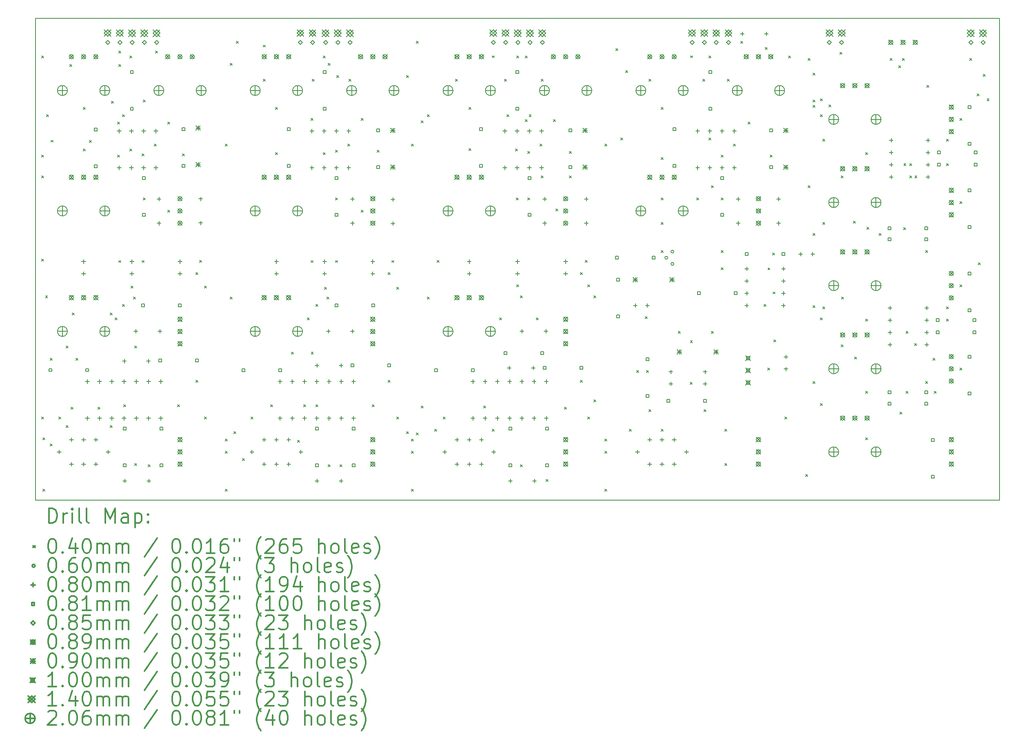
<source format=gbr>
%FSLAX45Y45*%
G04 Gerber Fmt 4.5, Leading zero omitted, Abs format (unit mm)*
G04 Created by KiCad (PCBNEW (2017-09-01 revision 8d1475135)-makepkg) date 09/04/17 14:01:09*
%MOMM*%
%LPD*%
G01*
G04 APERTURE LIST*
%ADD10C,0.150000*%
%ADD11C,0.200000*%
%ADD12C,0.300000*%
G04 APERTURE END LIST*
D10*
X0Y10000000D02*
X20000000Y10000000D01*
X20000000Y0D02*
X20000000Y10000000D01*
X0Y0D02*
X20000000Y0D01*
X0Y0D02*
X0Y10000000D01*
D11*
X132400Y9214800D02*
X172400Y9174800D01*
X172400Y9214800D02*
X132400Y9174800D01*
X132400Y4998400D02*
X172400Y4958400D01*
X172400Y4998400D02*
X132400Y4958400D01*
X132400Y1721800D02*
X172400Y1681800D01*
X172400Y1721800D02*
X132400Y1681800D01*
X132400Y6725600D02*
X172400Y6685600D01*
X172400Y6725600D02*
X132400Y6685600D01*
X132401Y7157400D02*
X172401Y7117400D01*
X172401Y7157400D02*
X132401Y7117400D01*
X157800Y1290000D02*
X197800Y1250000D01*
X197800Y1290000D02*
X157800Y1250000D01*
X157800Y223200D02*
X197800Y183200D01*
X197800Y223200D02*
X157800Y183200D01*
X209901Y4236400D02*
X249901Y4196400D01*
X249901Y4236400D02*
X209901Y4196400D01*
X234000Y7995599D02*
X274000Y7955599D01*
X274000Y7995599D02*
X234000Y7955599D01*
X310200Y2941000D02*
X350200Y2901000D01*
X350200Y2941000D02*
X310200Y2901000D01*
X310200Y1163000D02*
X350200Y1123000D01*
X350200Y1163000D02*
X310200Y1123000D01*
X327402Y7467726D02*
X367402Y7427726D01*
X367402Y7467726D02*
X327402Y7427726D01*
X488000Y1721800D02*
X528000Y1681800D01*
X528000Y1721800D02*
X488000Y1681800D01*
X640400Y3195000D02*
X680400Y3155000D01*
X680400Y3195000D02*
X640400Y3155000D01*
X640400Y1544000D02*
X680400Y1504000D01*
X680400Y1544000D02*
X640400Y1504000D01*
X716600Y9037000D02*
X756600Y8997000D01*
X756600Y9037000D02*
X716600Y8997000D01*
X742000Y1925000D02*
X782000Y1885000D01*
X782000Y1925000D02*
X742000Y1885000D01*
X767400Y3880800D02*
X807400Y3840800D01*
X807400Y3880800D02*
X767400Y3840800D01*
X843600Y2941000D02*
X883600Y2901000D01*
X883600Y2941000D02*
X843600Y2901000D01*
X996000Y8148000D02*
X1036000Y8108000D01*
X1036000Y8148000D02*
X996000Y8108000D01*
X996000Y7284400D02*
X1036000Y7244400D01*
X1036000Y7284400D02*
X996000Y7244400D01*
X1123000Y7462200D02*
X1163000Y7422200D01*
X1163000Y7462200D02*
X1123000Y7422200D01*
X1300800Y1925000D02*
X1340800Y1885000D01*
X1340800Y1925000D02*
X1300800Y1885000D01*
X1554800Y3880800D02*
X1594800Y3840800D01*
X1594800Y3880800D02*
X1554800Y3840800D01*
X1554800Y1544000D02*
X1594800Y1504000D01*
X1594800Y1544000D02*
X1554800Y1504000D01*
X1580200Y8274999D02*
X1620200Y8234999D01*
X1620200Y8274999D02*
X1580200Y8234999D01*
X1656400Y3779200D02*
X1696400Y3739200D01*
X1696400Y3779200D02*
X1656400Y3739200D01*
X1707200Y7843200D02*
X1747200Y7803200D01*
X1747200Y7843200D02*
X1707200Y7803200D01*
X1707200Y7157400D02*
X1747200Y7117400D01*
X1747200Y7157400D02*
X1707200Y7117400D01*
X1732600Y9316400D02*
X1772600Y9276400D01*
X1772600Y9316400D02*
X1732600Y9276400D01*
X1732600Y9037000D02*
X1772600Y8997000D01*
X1772600Y9037000D02*
X1732600Y8997000D01*
X1732600Y4970000D02*
X1772600Y4930000D01*
X1772600Y4970000D02*
X1732600Y4930000D01*
X1808800Y7995600D02*
X1848800Y7955600D01*
X1848800Y7995600D02*
X1808800Y7955600D01*
X1808800Y4058600D02*
X1848800Y4018600D01*
X1848800Y4058600D02*
X1808800Y4018600D01*
X1834200Y1975800D02*
X1874200Y1935800D01*
X1874200Y1975800D02*
X1834200Y1935800D01*
X1961200Y9214800D02*
X2001200Y9174800D01*
X2001200Y9214800D02*
X1961200Y9174800D01*
X1961200Y7284400D02*
X2001200Y7244400D01*
X2001200Y7284400D02*
X1961200Y7244400D01*
X1986600Y4439600D02*
X2026600Y4399600D01*
X2026600Y4439600D02*
X1986600Y4399600D01*
X2037400Y4211000D02*
X2077400Y4171000D01*
X2077400Y4211000D02*
X2037400Y4171000D01*
X2062800Y3195000D02*
X2102800Y3155000D01*
X2102800Y3195000D02*
X2062800Y3155000D01*
X2062800Y756600D02*
X2102800Y716600D01*
X2102800Y756600D02*
X2062800Y716600D01*
X2215200Y7182800D02*
X2255200Y7142800D01*
X2255200Y7182800D02*
X2215200Y7142800D01*
X2215200Y4970000D02*
X2255200Y4930000D01*
X2255200Y4970000D02*
X2215200Y4930000D01*
X2240600Y8300400D02*
X2280600Y8260400D01*
X2280600Y8300400D02*
X2240600Y8260400D01*
X2240600Y6268400D02*
X2280600Y6228400D01*
X2280600Y6268400D02*
X2240600Y6228400D01*
X2342200Y731200D02*
X2382200Y691200D01*
X2382200Y731200D02*
X2342200Y691200D01*
X2469200Y7386000D02*
X2509200Y7346000D01*
X2509200Y7386000D02*
X2469200Y7346000D01*
X2494600Y9316400D02*
X2534600Y9276400D01*
X2534600Y9316400D02*
X2494600Y9276400D01*
X2748600Y7843200D02*
X2788600Y7803200D01*
X2788600Y7843200D02*
X2748600Y7803200D01*
X2748600Y6014400D02*
X2788600Y5974400D01*
X2788600Y6014400D02*
X2748600Y5974400D01*
X2951800Y1975800D02*
X2991800Y1935800D01*
X2991800Y1975800D02*
X2951800Y1935800D01*
X3053400Y7182800D02*
X3093400Y7142800D01*
X3093400Y7182800D02*
X3053400Y7142800D01*
X3332800Y4719000D02*
X3372800Y4679000D01*
X3372800Y4719000D02*
X3332800Y4679000D01*
X3332800Y2483800D02*
X3372800Y2443800D01*
X3372800Y2483800D02*
X3332800Y2443800D01*
X3409000Y4973000D02*
X3449000Y4933000D01*
X3449000Y4973000D02*
X3409000Y4933000D01*
X3510599Y1721800D02*
X3550599Y1681800D01*
X3550599Y1721800D02*
X3510599Y1681800D01*
X3510600Y4439600D02*
X3550600Y4399600D01*
X3550600Y4439600D02*
X3510600Y4399600D01*
X3942397Y7386000D02*
X3982397Y7346000D01*
X3982397Y7386000D02*
X3942397Y7346000D01*
X3942400Y1264600D02*
X3982400Y1224600D01*
X3982400Y1264600D02*
X3942400Y1224600D01*
X3942400Y1010600D02*
X3982400Y970600D01*
X3982400Y1010600D02*
X3942400Y970600D01*
X3942400Y223200D02*
X3982400Y183200D01*
X3982400Y223200D02*
X3942400Y183200D01*
X4042699Y9062400D02*
X4082699Y9022400D01*
X4082699Y9062400D02*
X4042699Y9022400D01*
X4042699Y4211000D02*
X4082699Y4171000D01*
X4082699Y4211000D02*
X4042699Y4171000D01*
X4120200Y1417000D02*
X4160200Y1377000D01*
X4160200Y1417000D02*
X4120200Y1377000D01*
X4171000Y9519600D02*
X4211000Y9479600D01*
X4211000Y9519600D02*
X4171000Y9479600D01*
X4298000Y858200D02*
X4338000Y818200D01*
X4338000Y858200D02*
X4298000Y818200D01*
X4475800Y1721800D02*
X4515800Y1681800D01*
X4515800Y1721800D02*
X4475800Y1681800D01*
X4729800Y8732201D02*
X4769800Y8692201D01*
X4769800Y8732201D02*
X4729800Y8692201D01*
X4729801Y9442499D02*
X4769801Y9402499D01*
X4769801Y9442499D02*
X4729801Y9402499D01*
X4882200Y1975800D02*
X4922200Y1935800D01*
X4922200Y1975800D02*
X4882200Y1935800D01*
X4983800Y8148000D02*
X5023800Y8108000D01*
X5023800Y8148000D02*
X4983800Y8108000D01*
X4983800Y7208200D02*
X5023800Y7168200D01*
X5023800Y7208200D02*
X4983800Y7168200D01*
X5314000Y3068000D02*
X5354000Y3028000D01*
X5354000Y3068000D02*
X5314000Y3028000D01*
X5441000Y1239200D02*
X5481000Y1199200D01*
X5481000Y1239200D02*
X5441000Y1199200D01*
X5568000Y1975800D02*
X5608000Y1935800D01*
X5608000Y1975800D02*
X5568000Y1935800D01*
X5644200Y3779200D02*
X5684200Y3739200D01*
X5684200Y3779200D02*
X5644200Y3739200D01*
X5720400Y7919400D02*
X5760400Y7879400D01*
X5760400Y7919400D02*
X5720400Y7879400D01*
X5720400Y4970000D02*
X5760400Y4930000D01*
X5760400Y4970000D02*
X5720400Y4930000D01*
X5721701Y3068000D02*
X5761701Y3028000D01*
X5761701Y3068000D02*
X5721701Y3028000D01*
X5745799Y8732200D02*
X5785799Y8692200D01*
X5785799Y8732200D02*
X5745799Y8692200D01*
X5822000Y4058600D02*
X5862000Y4018600D01*
X5862000Y4058600D02*
X5822000Y4018600D01*
X5822000Y1975800D02*
X5862000Y1935800D01*
X5862000Y1975800D02*
X5822000Y1935800D01*
X5974400Y9214800D02*
X6014400Y9174800D01*
X6014400Y9214800D02*
X5974400Y9174800D01*
X5974400Y7208200D02*
X6014400Y7168200D01*
X6014400Y7208200D02*
X5974400Y7168200D01*
X5999800Y4414200D02*
X6039800Y4374200D01*
X6039800Y4414200D02*
X5999800Y4374200D01*
X6050600Y4211000D02*
X6090600Y4171000D01*
X6090600Y4211000D02*
X6050600Y4171000D01*
X6076000Y9062399D02*
X6116000Y9022399D01*
X6116000Y9062399D02*
X6076000Y9022399D01*
X6076000Y731200D02*
X6116000Y691200D01*
X6116000Y731200D02*
X6076000Y691200D01*
X6228400Y7259000D02*
X6268400Y7219000D01*
X6268400Y7259000D02*
X6228400Y7219000D01*
X6228400Y6268400D02*
X6268400Y6228400D01*
X6268400Y6268400D02*
X6228400Y6228400D01*
X6228400Y4970000D02*
X6268400Y4930000D01*
X6268400Y4970000D02*
X6228400Y4930000D01*
X6253800Y8809700D02*
X6293800Y8769700D01*
X6293800Y8809700D02*
X6253800Y8769700D01*
X6322000Y731200D02*
X6362000Y691200D01*
X6362000Y731200D02*
X6322000Y691200D01*
X6482400Y7386000D02*
X6522400Y7346000D01*
X6522400Y7386000D02*
X6482400Y7346000D01*
X6507799Y8732200D02*
X6547799Y8692200D01*
X6547799Y8732200D02*
X6507799Y8692200D01*
X6761800Y7919400D02*
X6801800Y7879400D01*
X6801800Y7919400D02*
X6761800Y7879400D01*
X6761800Y6014400D02*
X6801800Y5974400D01*
X6801800Y6014400D02*
X6761800Y5974400D01*
X6990400Y1975800D02*
X7030400Y1935800D01*
X7030400Y1975800D02*
X6990400Y1935800D01*
X7092000Y7259000D02*
X7132000Y7219000D01*
X7132000Y7259000D02*
X7092000Y7219000D01*
X7320600Y4719000D02*
X7360600Y4679000D01*
X7360600Y4719000D02*
X7320600Y4679000D01*
X7320600Y2483800D02*
X7360600Y2443800D01*
X7360600Y2483800D02*
X7320600Y2443800D01*
X7396800Y4970000D02*
X7436800Y4930000D01*
X7436800Y4970000D02*
X7396800Y4930000D01*
X7498400Y4414200D02*
X7538400Y4374200D01*
X7538400Y4414200D02*
X7498400Y4374200D01*
X7498400Y1721800D02*
X7538400Y1681800D01*
X7538400Y1721800D02*
X7498400Y1681800D01*
X7701600Y8809700D02*
X7741600Y8769700D01*
X7741600Y8809700D02*
X7701600Y8769700D01*
X7701600Y1417000D02*
X7741600Y1377000D01*
X7741600Y1417000D02*
X7701600Y1377000D01*
X7803199Y7386000D02*
X7843199Y7346000D01*
X7843199Y7386000D02*
X7803199Y7346000D01*
X7803200Y1264600D02*
X7843200Y1224600D01*
X7843200Y1264600D02*
X7803200Y1224600D01*
X7803200Y1010600D02*
X7843200Y970600D01*
X7843200Y1010600D02*
X7803200Y970600D01*
X7803200Y223200D02*
X7843200Y183200D01*
X7843200Y223200D02*
X7803200Y183200D01*
X7904800Y9519600D02*
X7944800Y9479600D01*
X7944800Y9519600D02*
X7904800Y9479600D01*
X7904800Y1391600D02*
X7944800Y1351600D01*
X7944800Y1391600D02*
X7904800Y1351600D01*
X8006400Y7868600D02*
X8046400Y7828600D01*
X8046400Y7868600D02*
X8006400Y7828600D01*
X8006400Y1950400D02*
X8046400Y1910400D01*
X8046400Y1950400D02*
X8006400Y1910400D01*
X8133400Y7995600D02*
X8173400Y7955600D01*
X8173400Y7995600D02*
X8133400Y7955600D01*
X8133400Y4211000D02*
X8173400Y4171000D01*
X8173400Y4211000D02*
X8133400Y4171000D01*
X8285800Y1467800D02*
X8325800Y1427800D01*
X8325800Y1467800D02*
X8285800Y1427800D01*
X8336600Y4973000D02*
X8376600Y4933000D01*
X8376600Y4973000D02*
X8336600Y4933000D01*
X8463600Y1721800D02*
X8503600Y1681800D01*
X8503600Y1721800D02*
X8463600Y1681800D01*
X8717600Y8732200D02*
X8757600Y8692200D01*
X8757600Y8732200D02*
X8717600Y8692200D01*
X8997000Y8148000D02*
X9037000Y8108000D01*
X9037000Y8148000D02*
X8997000Y8108000D01*
X8997000Y7296000D02*
X9037000Y7256000D01*
X9037000Y7296000D02*
X8997000Y7256000D01*
X9301800Y1950400D02*
X9341800Y1910400D01*
X9341800Y1950400D02*
X9301800Y1910400D01*
X9479600Y9221224D02*
X9519600Y9181224D01*
X9519600Y9221224D02*
X9479600Y9181224D01*
X9479600Y1467800D02*
X9519600Y1427800D01*
X9519600Y1467800D02*
X9479600Y1427800D01*
X9632000Y3779200D02*
X9672000Y3739200D01*
X9672000Y3779200D02*
X9632000Y3739200D01*
X9733600Y8732201D02*
X9773600Y8692201D01*
X9773600Y8732201D02*
X9733600Y8692201D01*
X9784400Y7995600D02*
X9824400Y7955600D01*
X9824400Y7995600D02*
X9784400Y7955600D01*
X9962200Y7284400D02*
X10002200Y7244400D01*
X10002200Y7284400D02*
X9962200Y7244400D01*
X9980000Y6268400D02*
X10020000Y6228400D01*
X10020000Y6268400D02*
X9980000Y6228400D01*
X9987600Y9214800D02*
X10027600Y9174800D01*
X10027600Y9214800D02*
X9987600Y9174800D01*
X9987600Y4465000D02*
X10027600Y4425000D01*
X10027600Y4465000D02*
X9987600Y4425000D01*
X10063800Y4236400D02*
X10103800Y4196400D01*
X10103800Y4236400D02*
X10063800Y4196400D01*
X10063800Y731200D02*
X10103800Y691200D01*
X10103800Y731200D02*
X10063800Y691200D01*
X10164100Y9214800D02*
X10204100Y9174800D01*
X10204100Y9214800D02*
X10164100Y9174800D01*
X10165400Y7894000D02*
X10205400Y7854000D01*
X10205400Y7894000D02*
X10165400Y7854000D01*
X10216200Y7233600D02*
X10256200Y7193600D01*
X10256200Y7233600D02*
X10216200Y7193600D01*
X10216200Y6268400D02*
X10256200Y6228400D01*
X10256200Y6268400D02*
X10216200Y6228400D01*
X10242901Y7995600D02*
X10282901Y7955600D01*
X10282901Y7995600D02*
X10242901Y7955600D01*
X10394000Y3779200D02*
X10434000Y3739200D01*
X10434000Y3779200D02*
X10394000Y3739200D01*
X10470200Y7386000D02*
X10510200Y7346000D01*
X10510200Y7386000D02*
X10470200Y7346000D01*
X10495600Y8732200D02*
X10535600Y8692200D01*
X10535600Y8732200D02*
X10495600Y8692200D01*
X10495600Y6725600D02*
X10535600Y6685600D01*
X10535600Y6725600D02*
X10495600Y6685600D01*
X10597200Y426400D02*
X10637200Y386400D01*
X10637200Y426400D02*
X10597200Y386400D01*
X10749600Y7894000D02*
X10789600Y7854000D01*
X10789600Y7894000D02*
X10749600Y7854000D01*
X10800400Y6039800D02*
X10840400Y5999800D01*
X10840400Y6039800D02*
X10800400Y5999800D01*
X10978200Y1925000D02*
X11018200Y1885000D01*
X11018200Y1925000D02*
X10978200Y1885000D01*
X11079800Y7233600D02*
X11119800Y7193600D01*
X11119800Y7233600D02*
X11079800Y7193600D01*
X11079800Y6725600D02*
X11119800Y6685600D01*
X11119800Y6725600D02*
X11079800Y6685600D01*
X11308400Y4719000D02*
X11348400Y4679000D01*
X11348400Y4719000D02*
X11308400Y4679000D01*
X11308400Y2483800D02*
X11348400Y2443800D01*
X11348400Y2483800D02*
X11308400Y2443800D01*
X11410000Y4973000D02*
X11450000Y4933000D01*
X11450000Y4973000D02*
X11410000Y4933000D01*
X11460800Y4465000D02*
X11500800Y4425000D01*
X11500800Y4465000D02*
X11460800Y4425000D01*
X11460800Y1721800D02*
X11500800Y1681800D01*
X11500800Y1721800D02*
X11460800Y1681800D01*
X11587800Y4236400D02*
X11627800Y4196400D01*
X11627800Y4236400D02*
X11587800Y4196400D01*
X11587801Y2077400D02*
X11627801Y2037400D01*
X11627801Y2077400D02*
X11587801Y2037400D01*
X11816400Y7386000D02*
X11856400Y7346000D01*
X11856400Y7386000D02*
X11816400Y7346000D01*
X11816400Y1264600D02*
X11856400Y1224600D01*
X11856400Y1264600D02*
X11816400Y1224600D01*
X11816400Y1010600D02*
X11856400Y970600D01*
X11856400Y1010600D02*
X11816400Y970600D01*
X11816400Y223200D02*
X11856400Y183200D01*
X11856400Y223200D02*
X11816400Y183200D01*
X12045000Y9367200D02*
X12085000Y9327200D01*
X12085000Y9367200D02*
X12045000Y9327200D01*
X12146600Y7513000D02*
X12186600Y7473000D01*
X12186600Y7513000D02*
X12146600Y7473000D01*
X12248200Y8910000D02*
X12288200Y8870000D01*
X12288200Y8910000D02*
X12248200Y8870000D01*
X12324400Y1467800D02*
X12364400Y1427800D01*
X12364400Y1467800D02*
X12324400Y1427800D01*
X12476800Y2687000D02*
X12516800Y2647000D01*
X12516800Y2687000D02*
X12476800Y2647000D01*
X12654600Y3804600D02*
X12694600Y3764600D01*
X12694600Y3804600D02*
X12654600Y3764600D01*
X12680000Y2687000D02*
X12720000Y2647000D01*
X12720000Y2687000D02*
X12680000Y2647000D01*
X12730800Y1874200D02*
X12770800Y1834200D01*
X12770800Y1874200D02*
X12730800Y1834200D01*
X12730801Y8732200D02*
X12770801Y8692200D01*
X12770801Y8732200D02*
X12730801Y8692200D01*
X12979984Y6268400D02*
X13019984Y6228400D01*
X13019984Y6268400D02*
X12979984Y6228400D01*
X12979984Y5760400D02*
X13019984Y5720400D01*
X13019984Y5760400D02*
X12979984Y5720400D01*
X12984800Y8148000D02*
X13024800Y8108000D01*
X13024800Y8148000D02*
X12984800Y8108000D01*
X12984800Y7106600D02*
X13024800Y7066600D01*
X13024800Y7106600D02*
X12984800Y7066600D01*
X12984800Y5176200D02*
X13024800Y5136200D01*
X13024800Y5176200D02*
X12984800Y5136200D01*
X12984800Y1467800D02*
X13024800Y1427800D01*
X13024800Y1467800D02*
X12984800Y1427800D01*
X13340400Y3499800D02*
X13380400Y3459800D01*
X13380400Y3499800D02*
X13340400Y3459800D01*
X13581700Y2445700D02*
X13621700Y2405700D01*
X13621700Y2445700D02*
X13581700Y2405700D01*
X13588050Y3309300D02*
X13628050Y3269300D01*
X13628050Y3309300D02*
X13588050Y3269300D01*
X13594400Y9221224D02*
X13634400Y9181224D01*
X13634400Y9221224D02*
X13594400Y9181224D01*
X13721400Y6268400D02*
X13761400Y6228400D01*
X13761400Y6268400D02*
X13721400Y6228400D01*
X13848399Y8732200D02*
X13888399Y8692200D01*
X13888399Y8732200D02*
X13848399Y8692200D01*
X13873800Y1874200D02*
X13913800Y1834200D01*
X13913800Y1874200D02*
X13873800Y1834200D01*
X13975400Y9214800D02*
X14015400Y9174800D01*
X14015400Y9214800D02*
X13975400Y9174800D01*
X13975400Y7513000D02*
X14015400Y7473000D01*
X14015400Y7513000D02*
X13975400Y7473000D01*
X14026200Y3499800D02*
X14066200Y3459800D01*
X14066200Y3499800D02*
X14026200Y3459800D01*
X14026200Y6522400D02*
X14066200Y6482400D01*
X14066200Y6522400D02*
X14026200Y6482400D01*
X14229400Y7157400D02*
X14269400Y7117400D01*
X14269400Y7157400D02*
X14229400Y7117400D01*
X14229400Y6268400D02*
X14269400Y6228400D01*
X14269400Y6268400D02*
X14229400Y6228400D01*
X14229400Y4820600D02*
X14269400Y4780600D01*
X14269400Y4820600D02*
X14229400Y4780600D01*
X14230000Y5176200D02*
X14270000Y5136200D01*
X14270000Y5176200D02*
X14230000Y5136200D01*
X14305600Y1467800D02*
X14345600Y1427800D01*
X14345600Y1467800D02*
X14305600Y1427800D01*
X14305600Y756600D02*
X14345600Y716600D01*
X14345600Y756600D02*
X14305600Y716600D01*
X14356400Y8732200D02*
X14396400Y8692200D01*
X14396400Y8732200D02*
X14356400Y8692200D01*
X14483400Y7386000D02*
X14523400Y7346000D01*
X14523400Y7386000D02*
X14483400Y7346000D01*
X14635800Y9519600D02*
X14675800Y9479600D01*
X14675800Y9519600D02*
X14635800Y9479600D01*
X14788200Y7843200D02*
X14828200Y7803200D01*
X14828200Y7843200D02*
X14788200Y7803200D01*
X15118400Y4058600D02*
X15158400Y4018600D01*
X15158400Y4058600D02*
X15118400Y4018600D01*
X15143800Y9392600D02*
X15183800Y9352600D01*
X15183800Y9392600D02*
X15143800Y9352600D01*
X15194600Y2741800D02*
X15234600Y2701800D01*
X15234600Y2741800D02*
X15194600Y2701800D01*
X15195901Y4819386D02*
X15235901Y4779386D01*
X15235901Y4819386D02*
X15195901Y4779386D01*
X15245400Y7157400D02*
X15285400Y7117400D01*
X15285400Y7157400D02*
X15245400Y7117400D01*
X15296200Y5125400D02*
X15336200Y5085400D01*
X15336200Y5125400D02*
X15296200Y5085400D01*
X15302550Y4318950D02*
X15342550Y4278950D01*
X15342550Y4318950D02*
X15302550Y4278950D01*
X15321600Y3322000D02*
X15361600Y3282000D01*
X15361600Y3322000D02*
X15321600Y3282000D01*
X15550200Y1721800D02*
X15590200Y1681800D01*
X15590200Y1721800D02*
X15550200Y1681800D01*
X15626400Y9214801D02*
X15666400Y9174801D01*
X15666400Y9214801D02*
X15626400Y9174801D01*
X15982000Y528000D02*
X16022000Y488000D01*
X16022000Y528000D02*
X15982000Y488000D01*
X16032800Y9164000D02*
X16072800Y9124000D01*
X16072800Y9164000D02*
X16032800Y9124000D01*
X16032800Y6522400D02*
X16072800Y6482400D01*
X16072800Y6522400D02*
X16032800Y6482400D01*
X16134400Y8858801D02*
X16174400Y8818801D01*
X16174400Y8858801D02*
X16134400Y8818801D01*
X16134400Y8300399D02*
X16174400Y8260399D01*
X16174400Y8300399D02*
X16134400Y8260399D01*
X16134400Y8195399D02*
X16174400Y8155399D01*
X16174400Y8195399D02*
X16134400Y8155399D01*
X16134400Y5531800D02*
X16174400Y5491800D01*
X16174400Y5531800D02*
X16134400Y5491800D01*
X16134400Y4033200D02*
X16174400Y3993200D01*
X16174400Y4033200D02*
X16134400Y3993200D01*
X16134400Y2458400D02*
X16174400Y2418400D01*
X16174400Y2458400D02*
X16134400Y2418400D01*
X16286800Y8325800D02*
X16326800Y8285800D01*
X16326800Y8325800D02*
X16286800Y8285800D01*
X16286800Y7995600D02*
X16326800Y7955600D01*
X16326800Y7995600D02*
X16286800Y7955600D01*
X16286800Y3779200D02*
X16326800Y3739200D01*
X16326800Y3779200D02*
X16286800Y3739200D01*
X16286800Y2001200D02*
X16326800Y1961200D01*
X16326800Y2001200D02*
X16286800Y1961200D01*
X16337599Y7487600D02*
X16377599Y7447600D01*
X16377599Y7487600D02*
X16337599Y7447600D01*
X16337599Y5760400D02*
X16377599Y5720400D01*
X16377599Y5760400D02*
X16337599Y5720400D01*
X16337600Y4007800D02*
X16377600Y3967800D01*
X16377600Y4007800D02*
X16337600Y3967800D01*
X16464600Y8198800D02*
X16504600Y8158800D01*
X16504600Y8198800D02*
X16464600Y8158800D01*
X16693200Y9291000D02*
X16733200Y9251000D01*
X16733200Y9291000D02*
X16693200Y9251000D01*
X16718600Y6725600D02*
X16758600Y6685600D01*
X16758600Y6725600D02*
X16718600Y6685600D01*
X16718600Y3220400D02*
X16758600Y3180400D01*
X16758600Y3220400D02*
X16718600Y3180400D01*
X16725984Y4211000D02*
X16765984Y4171000D01*
X16765984Y4211000D02*
X16725984Y4171000D01*
X16972600Y5785800D02*
X17012600Y5745800D01*
X17012600Y5785800D02*
X16972600Y5745800D01*
X16998000Y2966400D02*
X17038000Y2926400D01*
X17038000Y2966400D02*
X16998000Y2926400D01*
X17226600Y7208200D02*
X17266600Y7168200D01*
X17266600Y7208200D02*
X17226600Y7168200D01*
X17226600Y3753800D02*
X17266600Y3713800D01*
X17266600Y3753800D02*
X17226600Y3713800D01*
X17226600Y2255200D02*
X17266600Y2215200D01*
X17266600Y2255200D02*
X17226600Y2215200D01*
X17226600Y1290000D02*
X17266600Y1250000D01*
X17266600Y1290000D02*
X17226600Y1250000D01*
X17252000Y5658800D02*
X17292000Y5618800D01*
X17292000Y5658800D02*
X17252000Y5618800D01*
X17506000Y5531800D02*
X17546000Y5491800D01*
X17546000Y5531800D02*
X17506000Y5491800D01*
X17734600Y9164000D02*
X17774600Y9124000D01*
X17774600Y9164000D02*
X17734600Y9124000D01*
X17912400Y9011600D02*
X17952400Y8971600D01*
X17952400Y9011600D02*
X17912400Y8971600D01*
X17937800Y1823400D02*
X17977800Y1783400D01*
X17977800Y1823400D02*
X17937800Y1783400D01*
X17988600Y9164000D02*
X18028600Y9124000D01*
X18028600Y9164000D02*
X17988600Y9124000D01*
X18013785Y5653743D02*
X18053785Y5613743D01*
X18053785Y5653743D02*
X18013785Y5613743D01*
X18015301Y6979600D02*
X18055301Y6939600D01*
X18055301Y6979600D02*
X18015301Y6939600D01*
X18064800Y3499800D02*
X18104800Y3459800D01*
X18104800Y3499800D02*
X18064800Y3459800D01*
X18064800Y2255200D02*
X18104800Y2215200D01*
X18104800Y2255200D02*
X18064800Y2215200D01*
X18141000Y6979600D02*
X18181000Y6939600D01*
X18181000Y6979600D02*
X18141000Y6939600D01*
X18141000Y6725600D02*
X18181000Y6685600D01*
X18181000Y6725600D02*
X18141000Y6685600D01*
X18242600Y3245800D02*
X18282600Y3205800D01*
X18282600Y3245800D02*
X18242600Y3205800D01*
X18246001Y6725600D02*
X18286001Y6685600D01*
X18286001Y6725600D02*
X18246001Y6685600D01*
X18471200Y5176200D02*
X18511200Y5136200D01*
X18511200Y5176200D02*
X18471200Y5136200D01*
X18471200Y2458400D02*
X18511200Y2418400D01*
X18511200Y2458400D02*
X18471200Y2418400D01*
X18496600Y8605200D02*
X18536600Y8565200D01*
X18536600Y8605200D02*
X18496600Y8565200D01*
X18623600Y2941000D02*
X18663600Y2901000D01*
X18663600Y2941000D02*
X18623600Y2901000D01*
X18649000Y2255200D02*
X18689000Y2215200D01*
X18689000Y2255200D02*
X18649000Y2215200D01*
X18903000Y7487600D02*
X18943000Y7447600D01*
X18943000Y7487600D02*
X18903000Y7447600D01*
X18903000Y6979600D02*
X18943000Y6939600D01*
X18943000Y6979600D02*
X18903000Y6939600D01*
X18903000Y4007800D02*
X18943000Y3967800D01*
X18943000Y4007800D02*
X18903000Y3967800D01*
X18903000Y3753800D02*
X18943000Y3713800D01*
X18943000Y3753800D02*
X18903000Y3713800D01*
X19182400Y7919400D02*
X19222400Y7879400D01*
X19222400Y7919400D02*
X19182400Y7879400D01*
X19182400Y6192200D02*
X19222400Y6152200D01*
X19222400Y6192200D02*
X19182400Y6152200D01*
X19182400Y4465000D02*
X19222400Y4425000D01*
X19222400Y4465000D02*
X19182400Y4425000D01*
X19182400Y2737800D02*
X19222400Y2697800D01*
X19222400Y2737800D02*
X19182400Y2697800D01*
X19385600Y9164000D02*
X19425600Y9124000D01*
X19425600Y9164000D02*
X19385600Y9124000D01*
X19538000Y8427400D02*
X19578000Y8387400D01*
X19578000Y8427400D02*
X19538000Y8387400D01*
X19563400Y4922200D02*
X19603400Y4882200D01*
X19603400Y4922200D02*
X19563400Y4882200D01*
X19665000Y8833800D02*
X19705000Y8793800D01*
X19705000Y8833800D02*
X19665000Y8793800D01*
X19742500Y8325800D02*
X19782500Y8285800D01*
X19782500Y8325800D02*
X19742500Y8285800D01*
X13116936Y5029200D02*
G75*
G03X13116936Y5029200I-30000J0D01*
G01*
X13243936Y5156200D02*
G75*
G03X13243936Y5156200I-30000J0D01*
G01*
X13243936Y4902200D02*
G75*
G03X13243936Y4902200I-30000J0D01*
G01*
X9738000Y7702000D02*
X9738000Y7622000D01*
X9698000Y7662000D02*
X9778000Y7662000D01*
X9738000Y6940000D02*
X9738000Y6860000D01*
X9698000Y6900000D02*
X9778000Y6900000D01*
X9992000Y7702000D02*
X9992000Y7622000D01*
X9952000Y7662000D02*
X10032000Y7662000D01*
X9992000Y6940000D02*
X9992000Y6860000D01*
X9952000Y6900000D02*
X10032000Y6900000D01*
X10246000Y7702000D02*
X10246000Y7622000D01*
X10206000Y7662000D02*
X10286000Y7662000D01*
X10246000Y6940000D02*
X10246000Y6860000D01*
X10206000Y6900000D02*
X10286000Y6900000D01*
X10500000Y7702000D02*
X10500000Y7622000D01*
X10460000Y7662000D02*
X10540000Y7662000D01*
X10500000Y6940000D02*
X10500000Y6860000D01*
X10460000Y6900000D02*
X10540000Y6900000D01*
X5076000Y2502000D02*
X5076000Y2422000D01*
X5036000Y2462000D02*
X5116000Y2462000D01*
X5076000Y1740000D02*
X5076000Y1660000D01*
X5036000Y1700000D02*
X5116000Y1700000D01*
X5330000Y2502000D02*
X5330000Y2422000D01*
X5290000Y2462000D02*
X5370000Y2462000D01*
X5330000Y1740000D02*
X5330000Y1660000D01*
X5290000Y1700000D02*
X5370000Y1700000D01*
X5584000Y2502000D02*
X5584000Y2422000D01*
X5544000Y2462000D02*
X5624000Y2462000D01*
X5584000Y1740000D02*
X5584000Y1660000D01*
X5544000Y1700000D02*
X5624000Y1700000D01*
X5838000Y2502000D02*
X5838000Y2422000D01*
X5798000Y2462000D02*
X5878000Y2462000D01*
X5838000Y1740000D02*
X5838000Y1660000D01*
X5798000Y1700000D02*
X5878000Y1700000D01*
X6092000Y2502000D02*
X6092000Y2422000D01*
X6052000Y2462000D02*
X6132000Y2462000D01*
X6092000Y1740000D02*
X6092000Y1660000D01*
X6052000Y1700000D02*
X6132000Y1700000D01*
X6346000Y2502000D02*
X6346000Y2422000D01*
X6306000Y2462000D02*
X6386000Y2462000D01*
X6346000Y1740000D02*
X6346000Y1660000D01*
X6306000Y1700000D02*
X6386000Y1700000D01*
X6600000Y2502000D02*
X6600000Y2422000D01*
X6560000Y2462000D02*
X6640000Y2462000D01*
X6600000Y1740000D02*
X6600000Y1660000D01*
X6560000Y1700000D02*
X6640000Y1700000D01*
X492000Y1040000D02*
X492000Y960000D01*
X452000Y1000000D02*
X532000Y1000000D01*
X746000Y1294000D02*
X746000Y1214000D01*
X706000Y1254000D02*
X786000Y1254000D01*
X746000Y786000D02*
X746000Y706000D01*
X706000Y746000D02*
X786000Y746000D01*
X1000000Y1294000D02*
X1000000Y1214000D01*
X960000Y1254000D02*
X1040000Y1254000D01*
X1000000Y786000D02*
X1000000Y706000D01*
X960000Y746000D02*
X1040000Y746000D01*
X1254000Y1294000D02*
X1254000Y1214000D01*
X1214000Y1254000D02*
X1294000Y1254000D01*
X1254000Y786000D02*
X1254000Y706000D01*
X1214000Y746000D02*
X1294000Y746000D01*
X1508000Y1040000D02*
X1508000Y960000D01*
X1468000Y1000000D02*
X1548000Y1000000D01*
X17754600Y7507600D02*
X17754600Y7427600D01*
X17714600Y7467600D02*
X17794600Y7467600D01*
X17754600Y7253600D02*
X17754600Y7173600D01*
X17714600Y7213600D02*
X17794600Y7213600D01*
X17754600Y6999600D02*
X17754600Y6919600D01*
X17714600Y6959600D02*
X17794600Y6959600D01*
X17754600Y6745600D02*
X17754600Y6665600D01*
X17714600Y6705600D02*
X17794600Y6705600D01*
X18516600Y7507600D02*
X18516600Y7427600D01*
X18476600Y7467600D02*
X18556600Y7467600D01*
X18516600Y7253600D02*
X18516600Y7173600D01*
X18476600Y7213600D02*
X18556600Y7213600D01*
X18516600Y6999600D02*
X18516600Y6919600D01*
X18476600Y6959600D02*
X18556600Y6959600D01*
X18516600Y6745600D02*
X18516600Y6665600D01*
X18476600Y6705600D02*
X18556600Y6705600D01*
X9855200Y440000D02*
X9855200Y360000D01*
X9815200Y400000D02*
X9895200Y400000D01*
X10355200Y440000D02*
X10355200Y360000D01*
X10315200Y400000D02*
X10395200Y400000D01*
X5738000Y7702000D02*
X5738000Y7622000D01*
X5698000Y7662000D02*
X5778000Y7662000D01*
X5738000Y6940000D02*
X5738000Y6860000D01*
X5698000Y6900000D02*
X5778000Y6900000D01*
X5992000Y7702000D02*
X5992000Y7622000D01*
X5952000Y7662000D02*
X6032000Y7662000D01*
X5992000Y6940000D02*
X5992000Y6860000D01*
X5952000Y6900000D02*
X6032000Y6900000D01*
X6246000Y7702000D02*
X6246000Y7622000D01*
X6206000Y7662000D02*
X6286000Y7662000D01*
X6246000Y6940000D02*
X6246000Y6860000D01*
X6206000Y6900000D02*
X6286000Y6900000D01*
X6500000Y7702000D02*
X6500000Y7622000D01*
X6460000Y7662000D02*
X6540000Y7662000D01*
X6500000Y6940000D02*
X6500000Y6860000D01*
X6460000Y6900000D02*
X6540000Y6900000D01*
X13893800Y2703000D02*
X13893800Y2623000D01*
X13853800Y2663000D02*
X13933800Y2663000D01*
X13893800Y2453000D02*
X13893800Y2373000D01*
X13853800Y2413000D02*
X13933800Y2413000D01*
X3429000Y6292000D02*
X3429000Y6212000D01*
X3389000Y6252000D02*
X3469000Y6252000D01*
X3429000Y5792000D02*
X3429000Y5712000D01*
X3389000Y5752000D02*
X3469000Y5752000D01*
X15417800Y6288400D02*
X15417800Y6208400D01*
X15377800Y6248400D02*
X15457800Y6248400D01*
X15417800Y5788400D02*
X15417800Y5708400D01*
X15377800Y5748400D02*
X15457800Y5748400D01*
X3000000Y4990000D02*
X3000000Y4910000D01*
X2960000Y4950000D02*
X3040000Y4950000D01*
X3000000Y4740000D02*
X3000000Y4660000D01*
X2960000Y4700000D02*
X3040000Y4700000D01*
X10000000Y4990000D02*
X10000000Y4910000D01*
X9960000Y4950000D02*
X10040000Y4950000D01*
X10000000Y4740000D02*
X10000000Y4660000D01*
X9960000Y4700000D02*
X10040000Y4700000D01*
X5000000Y4990000D02*
X5000000Y4910000D01*
X4960000Y4950000D02*
X5040000Y4950000D01*
X5000000Y4740000D02*
X5000000Y4660000D01*
X4960000Y4700000D02*
X5040000Y4700000D01*
X8492000Y1040000D02*
X8492000Y960000D01*
X8452000Y1000000D02*
X8532000Y1000000D01*
X8746000Y1294000D02*
X8746000Y1214000D01*
X8706000Y1254000D02*
X8786000Y1254000D01*
X8746000Y786000D02*
X8746000Y706000D01*
X8706000Y746000D02*
X8786000Y746000D01*
X9000000Y1294000D02*
X9000000Y1214000D01*
X8960000Y1254000D02*
X9040000Y1254000D01*
X9000000Y786000D02*
X9000000Y706000D01*
X8960000Y746000D02*
X9040000Y746000D01*
X9254000Y1294000D02*
X9254000Y1214000D01*
X9214000Y1254000D02*
X9294000Y1254000D01*
X9254000Y786000D02*
X9254000Y706000D01*
X9214000Y746000D02*
X9294000Y746000D01*
X9508000Y1040000D02*
X9508000Y960000D01*
X9468000Y1000000D02*
X9548000Y1000000D01*
X1000000Y4990000D02*
X1000000Y4910000D01*
X960000Y4950000D02*
X1040000Y4950000D01*
X1000000Y4740000D02*
X1000000Y4660000D01*
X960000Y4700000D02*
X1040000Y4700000D01*
X13738000Y7702000D02*
X13738000Y7622000D01*
X13698000Y7662000D02*
X13778000Y7662000D01*
X13738000Y6940000D02*
X13738000Y6860000D01*
X13698000Y6900000D02*
X13778000Y6900000D01*
X13992000Y7702000D02*
X13992000Y7622000D01*
X13952000Y7662000D02*
X14032000Y7662000D01*
X13992000Y6940000D02*
X13992000Y6860000D01*
X13952000Y6900000D02*
X14032000Y6900000D01*
X14246000Y7702000D02*
X14246000Y7622000D01*
X14206000Y7662000D02*
X14286000Y7662000D01*
X14246000Y6940000D02*
X14246000Y6860000D01*
X14206000Y6900000D02*
X14286000Y6900000D01*
X14500000Y7702000D02*
X14500000Y7622000D01*
X14460000Y7662000D02*
X14540000Y7662000D01*
X14500000Y6940000D02*
X14500000Y6860000D01*
X14460000Y6900000D02*
X14540000Y6900000D01*
X4492000Y1040000D02*
X4492000Y960000D01*
X4452000Y1000000D02*
X4532000Y1000000D01*
X4746000Y1294000D02*
X4746000Y1214000D01*
X4706000Y1254000D02*
X4786000Y1254000D01*
X4746000Y786000D02*
X4746000Y706000D01*
X4706000Y746000D02*
X4786000Y746000D01*
X5000000Y1294000D02*
X5000000Y1214000D01*
X4960000Y1254000D02*
X5040000Y1254000D01*
X5000000Y786000D02*
X5000000Y706000D01*
X4960000Y746000D02*
X5040000Y746000D01*
X5254000Y1294000D02*
X5254000Y1214000D01*
X5214000Y1254000D02*
X5294000Y1254000D01*
X5254000Y786000D02*
X5254000Y706000D01*
X5214000Y746000D02*
X5294000Y746000D01*
X5508000Y1040000D02*
X5508000Y960000D01*
X5468000Y1000000D02*
X5548000Y1000000D01*
X5842000Y440000D02*
X5842000Y360000D01*
X5802000Y400000D02*
X5882000Y400000D01*
X6342000Y440000D02*
X6342000Y360000D01*
X6302000Y400000D02*
X6382000Y400000D01*
X10566400Y6288400D02*
X10566400Y6208400D01*
X10526400Y6248400D02*
X10606400Y6248400D01*
X10566400Y5788400D02*
X10566400Y5708400D01*
X10526400Y5748400D02*
X10606400Y5748400D01*
X9829800Y2783200D02*
X9829800Y2703200D01*
X9789800Y2743200D02*
X9869800Y2743200D01*
X10329800Y2783200D02*
X10329800Y2703200D01*
X10289800Y2743200D02*
X10369800Y2743200D01*
X14579600Y6288400D02*
X14579600Y6208400D01*
X14539600Y6248400D02*
X14619600Y6248400D01*
X14579600Y5788400D02*
X14579600Y5708400D01*
X14539600Y5748400D02*
X14619600Y5748400D01*
X2000000Y4990000D02*
X2000000Y4910000D01*
X1960000Y4950000D02*
X2040000Y4950000D01*
X2000000Y4740000D02*
X2000000Y4660000D01*
X1960000Y4700000D02*
X2040000Y4700000D01*
X13182600Y2703000D02*
X13182600Y2623000D01*
X13142600Y2663000D02*
X13222600Y2663000D01*
X13182600Y2453000D02*
X13182600Y2373000D01*
X13142600Y2413000D02*
X13222600Y2413000D01*
X9000000Y4990000D02*
X9000000Y4910000D01*
X8960000Y4950000D02*
X9040000Y4950000D01*
X9000000Y4740000D02*
X9000000Y4660000D01*
X8960000Y4700000D02*
X9040000Y4700000D01*
X1845000Y2926000D02*
X1845000Y2846000D01*
X1805000Y2886000D02*
X1885000Y2886000D01*
X2345000Y2926000D02*
X2345000Y2846000D01*
X2305000Y2886000D02*
X2385000Y2886000D01*
X14757400Y4840600D02*
X14757400Y4760600D01*
X14717400Y4800600D02*
X14797400Y4800600D01*
X14757400Y4586600D02*
X14757400Y4506600D01*
X14717400Y4546600D02*
X14797400Y4546600D01*
X14757400Y4332600D02*
X14757400Y4252600D01*
X14717400Y4292600D02*
X14797400Y4292600D01*
X14757400Y4078600D02*
X14757400Y3998600D01*
X14717400Y4038600D02*
X14797400Y4038600D01*
X15519400Y4840600D02*
X15519400Y4760600D01*
X15479400Y4800600D02*
X15559400Y4800600D01*
X15519400Y4586600D02*
X15519400Y4506600D01*
X15479400Y4546600D02*
X15559400Y4546600D01*
X15519400Y4332600D02*
X15519400Y4252600D01*
X15479400Y4292600D02*
X15559400Y4292600D01*
X15519400Y4078600D02*
X15519400Y3998600D01*
X15479400Y4038600D02*
X15559400Y4038600D01*
X12492000Y1040000D02*
X12492000Y960000D01*
X12452000Y1000000D02*
X12532000Y1000000D01*
X12746000Y1294000D02*
X12746000Y1214000D01*
X12706000Y1254000D02*
X12786000Y1254000D01*
X12746000Y786000D02*
X12746000Y706000D01*
X12706000Y746000D02*
X12786000Y746000D01*
X13000000Y1294000D02*
X13000000Y1214000D01*
X12960000Y1254000D02*
X13040000Y1254000D01*
X13000000Y786000D02*
X13000000Y706000D01*
X12960000Y746000D02*
X13040000Y746000D01*
X13254000Y1294000D02*
X13254000Y1214000D01*
X13214000Y1254000D02*
X13294000Y1254000D01*
X13254000Y786000D02*
X13254000Y706000D01*
X13214000Y746000D02*
X13294000Y746000D01*
X13508000Y1040000D02*
X13508000Y960000D01*
X13468000Y1000000D02*
X13548000Y1000000D01*
X17729200Y4027800D02*
X17729200Y3947800D01*
X17689200Y3987800D02*
X17769200Y3987800D01*
X17729200Y3773800D02*
X17729200Y3693800D01*
X17689200Y3733800D02*
X17769200Y3733800D01*
X17729200Y3519800D02*
X17729200Y3439800D01*
X17689200Y3479800D02*
X17769200Y3479800D01*
X17729200Y3265800D02*
X17729200Y3185800D01*
X17689200Y3225800D02*
X17769200Y3225800D01*
X18491200Y4027800D02*
X18491200Y3947800D01*
X18451200Y3987800D02*
X18531200Y3987800D01*
X18491200Y3773800D02*
X18491200Y3693800D01*
X18451200Y3733800D02*
X18531200Y3733800D01*
X18491200Y3519800D02*
X18491200Y3439800D01*
X18451200Y3479800D02*
X18531200Y3479800D01*
X18491200Y3265800D02*
X18491200Y3185800D01*
X18451200Y3225800D02*
X18531200Y3225800D01*
X1854200Y440000D02*
X1854200Y360000D01*
X1814200Y400000D02*
X1894200Y400000D01*
X2354200Y440000D02*
X2354200Y360000D01*
X2314200Y400000D02*
X2394200Y400000D01*
X2565400Y6288400D02*
X2565400Y6208400D01*
X2525400Y6248400D02*
X2605400Y6248400D01*
X2565400Y5788400D02*
X2565400Y5708400D01*
X2525400Y5748400D02*
X2605400Y5748400D01*
X11430000Y6288400D02*
X11430000Y6208400D01*
X11390000Y6248400D02*
X11470000Y6248400D01*
X11430000Y5788400D02*
X11430000Y5708400D01*
X11390000Y5748400D02*
X11470000Y5748400D01*
X5842000Y2834000D02*
X5842000Y2754000D01*
X5802000Y2794000D02*
X5882000Y2794000D01*
X6342000Y2834000D02*
X6342000Y2754000D01*
X6302000Y2794000D02*
X6382000Y2794000D01*
X6000000Y4990000D02*
X6000000Y4910000D01*
X5960000Y4950000D02*
X6040000Y4950000D01*
X6000000Y4740000D02*
X6000000Y4660000D01*
X5960000Y4700000D02*
X6040000Y4700000D01*
X11000000Y4990000D02*
X11000000Y4910000D01*
X10960000Y4950000D02*
X11040000Y4950000D01*
X11000000Y4740000D02*
X11000000Y4660000D01*
X10960000Y4700000D02*
X11040000Y4700000D01*
X6078600Y3545200D02*
X6078600Y3465200D01*
X6038600Y3505200D02*
X6118600Y3505200D01*
X6578600Y3545200D02*
X6578600Y3465200D01*
X6538600Y3505200D02*
X6618600Y3505200D01*
X9076000Y2502000D02*
X9076000Y2422000D01*
X9036000Y2462000D02*
X9116000Y2462000D01*
X9076000Y1740000D02*
X9076000Y1660000D01*
X9036000Y1700000D02*
X9116000Y1700000D01*
X9330000Y2502000D02*
X9330000Y2422000D01*
X9290000Y2462000D02*
X9370000Y2462000D01*
X9330000Y1740000D02*
X9330000Y1660000D01*
X9290000Y1700000D02*
X9370000Y1700000D01*
X9584000Y2502000D02*
X9584000Y2422000D01*
X9544000Y2462000D02*
X9624000Y2462000D01*
X9584000Y1740000D02*
X9584000Y1660000D01*
X9544000Y1700000D02*
X9624000Y1700000D01*
X9838000Y2502000D02*
X9838000Y2422000D01*
X9798000Y2462000D02*
X9878000Y2462000D01*
X9838000Y1740000D02*
X9838000Y1660000D01*
X9798000Y1700000D02*
X9878000Y1700000D01*
X10092000Y2502000D02*
X10092000Y2422000D01*
X10052000Y2462000D02*
X10132000Y2462000D01*
X10092000Y1740000D02*
X10092000Y1660000D01*
X10052000Y1700000D02*
X10132000Y1700000D01*
X10346000Y2502000D02*
X10346000Y2422000D01*
X10306000Y2462000D02*
X10386000Y2462000D01*
X10346000Y1740000D02*
X10346000Y1660000D01*
X10306000Y1700000D02*
X10386000Y1700000D01*
X10600000Y2502000D02*
X10600000Y2422000D01*
X10560000Y2462000D02*
X10640000Y2462000D01*
X10600000Y1740000D02*
X10600000Y1660000D01*
X10560000Y1700000D02*
X10640000Y1700000D01*
X10091800Y3545200D02*
X10091800Y3465200D01*
X10051800Y3505200D02*
X10131800Y3505200D01*
X10591800Y3545200D02*
X10591800Y3465200D01*
X10551800Y3505200D02*
X10631800Y3505200D01*
X1738000Y7702000D02*
X1738000Y7622000D01*
X1698000Y7662000D02*
X1778000Y7662000D01*
X1738000Y6940000D02*
X1738000Y6860000D01*
X1698000Y6900000D02*
X1778000Y6900000D01*
X1992000Y7702000D02*
X1992000Y7622000D01*
X1952000Y7662000D02*
X2032000Y7662000D01*
X1992000Y6940000D02*
X1992000Y6860000D01*
X1952000Y6900000D02*
X2032000Y6900000D01*
X2246000Y7702000D02*
X2246000Y7622000D01*
X2206000Y7662000D02*
X2286000Y7662000D01*
X2246000Y6940000D02*
X2246000Y6860000D01*
X2206000Y6900000D02*
X2286000Y6900000D01*
X2500000Y7702000D02*
X2500000Y7622000D01*
X2460000Y7662000D02*
X2540000Y7662000D01*
X2500000Y6940000D02*
X2500000Y6860000D01*
X2460000Y6900000D02*
X2540000Y6900000D01*
X1076000Y2502000D02*
X1076000Y2422000D01*
X1036000Y2462000D02*
X1116000Y2462000D01*
X1076000Y1740000D02*
X1076000Y1660000D01*
X1036000Y1700000D02*
X1116000Y1700000D01*
X1330000Y2502000D02*
X1330000Y2422000D01*
X1290000Y2462000D02*
X1370000Y2462000D01*
X1330000Y1740000D02*
X1330000Y1660000D01*
X1290000Y1700000D02*
X1370000Y1700000D01*
X1584000Y2502000D02*
X1584000Y2422000D01*
X1544000Y2462000D02*
X1624000Y2462000D01*
X1584000Y1740000D02*
X1584000Y1660000D01*
X1544000Y1700000D02*
X1624000Y1700000D01*
X1838000Y2502000D02*
X1838000Y2422000D01*
X1798000Y2462000D02*
X1878000Y2462000D01*
X1838000Y1740000D02*
X1838000Y1660000D01*
X1798000Y1700000D02*
X1878000Y1700000D01*
X2092000Y2502000D02*
X2092000Y2422000D01*
X2052000Y2462000D02*
X2132000Y2462000D01*
X2092000Y1740000D02*
X2092000Y1660000D01*
X2052000Y1700000D02*
X2132000Y1700000D01*
X2346000Y2502000D02*
X2346000Y2422000D01*
X2306000Y2462000D02*
X2386000Y2462000D01*
X2346000Y1740000D02*
X2346000Y1660000D01*
X2306000Y1700000D02*
X2386000Y1700000D01*
X2600000Y2502000D02*
X2600000Y2422000D01*
X2560000Y2462000D02*
X2640000Y2462000D01*
X2600000Y1740000D02*
X2600000Y1660000D01*
X2560000Y1700000D02*
X2640000Y1700000D01*
X14663800Y9717400D02*
X14663800Y9637400D01*
X14623800Y9677400D02*
X14703800Y9677400D01*
X15163800Y9717400D02*
X15163800Y9637400D01*
X15123800Y9677400D02*
X15203800Y9677400D01*
X15570200Y3011800D02*
X15570200Y2931800D01*
X15530200Y2971800D02*
X15610200Y2971800D01*
X15570200Y2761800D02*
X15570200Y2681800D01*
X15530200Y2721800D02*
X15610200Y2721800D01*
X7416800Y6280400D02*
X7416800Y6200400D01*
X7376800Y6240400D02*
X7456800Y6240400D01*
X7416800Y5780400D02*
X7416800Y5700400D01*
X7376800Y5740400D02*
X7456800Y5740400D01*
X6578600Y6288400D02*
X6578600Y6208400D01*
X6538600Y6248400D02*
X6618600Y6248400D01*
X6578600Y5788400D02*
X6578600Y5708400D01*
X6538600Y5748400D02*
X6618600Y5748400D01*
X12446000Y4078600D02*
X12446000Y3998600D01*
X12406000Y4038600D02*
X12486000Y4038600D01*
X12696000Y4078600D02*
X12696000Y3998600D01*
X12656000Y4038600D02*
X12736000Y4038600D01*
X7000000Y4990000D02*
X7000000Y4910000D01*
X6960000Y4950000D02*
X7040000Y4950000D01*
X7000000Y4740000D02*
X7000000Y4660000D01*
X6960000Y4700000D02*
X7040000Y4700000D01*
X2082800Y3545200D02*
X2082800Y3465200D01*
X2042800Y3505200D02*
X2122800Y3505200D01*
X2582800Y3545200D02*
X2582800Y3465200D01*
X2542800Y3505200D02*
X2622800Y3505200D01*
X15875000Y5145400D02*
X15875000Y5065400D01*
X15835000Y5105400D02*
X15915000Y5105400D01*
X16125000Y5145400D02*
X16125000Y5065400D01*
X16085000Y5105400D02*
X16165000Y5105400D01*
X19408937Y2943063D02*
X19408937Y3000537D01*
X19351463Y3000537D01*
X19351463Y2943063D01*
X19408937Y2943063D01*
X19408937Y2181063D02*
X19408937Y2238537D01*
X19351463Y2238537D01*
X19351463Y2181063D01*
X19408937Y2181063D01*
X12119137Y4543263D02*
X12119137Y4600737D01*
X12061663Y4600737D01*
X12061663Y4543263D01*
X12119137Y4543263D01*
X12119137Y3781263D02*
X12119137Y3838737D01*
X12061663Y3838737D01*
X12061663Y3781263D01*
X12119137Y3781263D01*
X1878737Y1452263D02*
X1878737Y1509737D01*
X1821263Y1509737D01*
X1821263Y1452263D01*
X1878737Y1452263D01*
X1878737Y690263D02*
X1878737Y747737D01*
X1821263Y747737D01*
X1821263Y690263D01*
X1878737Y690263D01*
X7140737Y7642063D02*
X7140737Y7699537D01*
X7083263Y7699537D01*
X7083263Y7642063D01*
X7140737Y7642063D01*
X7140737Y6880063D02*
X7140737Y6937537D01*
X7083263Y6937537D01*
X7083263Y6880063D01*
X7140737Y6880063D01*
X9274337Y7667463D02*
X9274337Y7724937D01*
X9216863Y7724937D01*
X9216863Y7667463D01*
X9274337Y7667463D01*
X9274337Y6905463D02*
X9274337Y6962937D01*
X9216863Y6962937D01*
X9216863Y6905463D01*
X9274337Y6905463D01*
X6277137Y6652263D02*
X6277137Y6709737D01*
X6219663Y6709737D01*
X6219663Y6652263D01*
X6277137Y6652263D01*
X6277137Y5890263D02*
X6277137Y5947737D01*
X6219663Y5947737D01*
X6219663Y5890263D01*
X6277137Y5890263D01*
X5286537Y7667463D02*
X5286537Y7724937D01*
X5229063Y7724937D01*
X5229063Y7667463D01*
X5286537Y7667463D01*
X5286537Y6905463D02*
X5286537Y6962937D01*
X5229063Y6962937D01*
X5229063Y6905463D01*
X5286537Y6905463D01*
X11128537Y7642063D02*
X11128537Y7699537D01*
X11071063Y7699537D01*
X11071063Y7642063D01*
X11128537Y7642063D01*
X11128537Y6880063D02*
X11128537Y6937537D01*
X11071063Y6937537D01*
X11071063Y6880063D01*
X11128537Y6880063D01*
X2028737Y8852263D02*
X2028737Y8909737D01*
X1971263Y8909737D01*
X1971263Y8852263D01*
X2028737Y8852263D01*
X2028737Y8090263D02*
X2028737Y8147737D01*
X1971263Y8147737D01*
X1971263Y8090263D01*
X2028737Y8090263D01*
X9782337Y3019263D02*
X9782337Y3076737D01*
X9724863Y3076737D01*
X9724863Y3019263D01*
X9782337Y3019263D01*
X10544337Y3019263D02*
X10544337Y3076737D01*
X10486863Y3076737D01*
X10486863Y3019263D01*
X10544337Y3019263D01*
X19408937Y8124663D02*
X19408937Y8182137D01*
X19351463Y8182137D01*
X19351463Y8124663D01*
X19408937Y8124663D01*
X19408937Y7362663D02*
X19408937Y7420137D01*
X19351463Y7420137D01*
X19351463Y7362663D01*
X19408937Y7362663D01*
X10645937Y1452263D02*
X10645937Y1509737D01*
X10588463Y1509737D01*
X10588463Y1452263D01*
X10645937Y1452263D01*
X10645937Y690263D02*
X10645937Y747737D01*
X10588463Y747737D01*
X10588463Y690263D01*
X10645937Y690263D01*
X18748537Y3451063D02*
X18748537Y3508537D01*
X18691063Y3508537D01*
X18691063Y3451063D01*
X18748537Y3451063D01*
X19510537Y3451063D02*
X19510537Y3508537D01*
X19453063Y3508537D01*
X19453063Y3451063D01*
X19510537Y3451063D01*
X18773937Y7184863D02*
X18773937Y7242337D01*
X18716463Y7242337D01*
X18716463Y7184863D01*
X18773937Y7184863D01*
X19535937Y7184863D02*
X19535937Y7242337D01*
X19478463Y7242337D01*
X19478463Y7184863D01*
X19535937Y7184863D01*
X18646937Y1215863D02*
X18646937Y1273337D01*
X18589463Y1273337D01*
X18589463Y1215863D01*
X18646937Y1215863D01*
X18646937Y453863D02*
X18646937Y511337D01*
X18589463Y511337D01*
X18589463Y453863D01*
X18646937Y453863D01*
X9883937Y1452263D02*
X9883937Y1509737D01*
X9826463Y1509737D01*
X9826463Y1452263D01*
X9883937Y1452263D01*
X9883937Y690263D02*
X9883937Y747737D01*
X9826463Y747737D01*
X9826463Y690263D01*
X9883937Y690263D01*
X17747737Y5610063D02*
X17747737Y5667537D01*
X17690263Y5667537D01*
X17690263Y5610063D01*
X17747737Y5610063D01*
X18509737Y5610063D02*
X18509737Y5667537D01*
X18452263Y5667537D01*
X18452263Y5610063D01*
X18509737Y5610063D01*
X342737Y2670263D02*
X342737Y2727737D01*
X285263Y2727737D01*
X285263Y2670263D01*
X342737Y2670263D01*
X1104737Y2670263D02*
X1104737Y2727737D01*
X1047263Y2727737D01*
X1047263Y2670263D01*
X1104737Y2670263D01*
X1280737Y7662263D02*
X1280737Y7719737D01*
X1223263Y7719737D01*
X1223263Y7662263D01*
X1280737Y7662263D01*
X1280737Y6900263D02*
X1280737Y6957737D01*
X1223263Y6957737D01*
X1223263Y6900263D01*
X1280737Y6900263D01*
X8342737Y2663663D02*
X8342737Y2721137D01*
X8285263Y2721137D01*
X8285263Y2663663D01*
X8342737Y2663663D01*
X9104737Y2663663D02*
X9104737Y2721137D01*
X9047263Y2721137D01*
X9047263Y2663663D01*
X9104737Y2663663D01*
X2278737Y6652263D02*
X2278737Y6709737D01*
X2221263Y6709737D01*
X2221263Y6652263D01*
X2278737Y6652263D01*
X2278737Y5890263D02*
X2278737Y5947737D01*
X2221263Y5947737D01*
X2221263Y5890263D01*
X2278737Y5890263D01*
X14028737Y8852263D02*
X14028737Y8909737D01*
X13971263Y8909737D01*
X13971263Y8852263D01*
X14028737Y8852263D01*
X14028737Y8090263D02*
X14028737Y8147737D01*
X13971263Y8147737D01*
X13971263Y8090263D01*
X14028737Y8090263D01*
X18748537Y3705063D02*
X18748537Y3762537D01*
X18691063Y3762537D01*
X18691063Y3705063D01*
X18748537Y3705063D01*
X19510537Y3705063D02*
X19510537Y3762537D01*
X19453063Y3762537D01*
X19453063Y3705063D01*
X19510537Y3705063D01*
X6607337Y2765263D02*
X6607337Y2822737D01*
X6549863Y2822737D01*
X6549863Y2765263D01*
X6607337Y2765263D01*
X7369337Y2765263D02*
X7369337Y2822737D01*
X7311863Y2822737D01*
X7311863Y2765263D01*
X7369337Y2765263D01*
X14786137Y5076663D02*
X14786137Y5134137D01*
X14728663Y5134137D01*
X14728663Y5076663D01*
X14786137Y5076663D01*
X15548137Y5076663D02*
X15548137Y5134137D01*
X15490663Y5134137D01*
X15490663Y5076663D01*
X15548137Y5076663D01*
X2644937Y1452263D02*
X2644937Y1509737D01*
X2587463Y1509737D01*
X2587463Y1452263D01*
X2644937Y1452263D01*
X2644937Y690263D02*
X2644937Y747737D01*
X2587463Y747737D01*
X2587463Y690263D01*
X2644937Y690263D01*
X17747737Y1971263D02*
X17747737Y2028737D01*
X17690263Y2028737D01*
X17690263Y1971263D01*
X17747737Y1971263D01*
X18509737Y1971263D02*
X18509737Y2028737D01*
X18452263Y2028737D01*
X18452263Y1971263D01*
X18509737Y1971263D01*
X5870737Y1452263D02*
X5870737Y1509737D01*
X5813263Y1509737D01*
X5813263Y1452263D01*
X5870737Y1452263D01*
X5870737Y690263D02*
X5870737Y747737D01*
X5813263Y747737D01*
X5813263Y690263D01*
X5870737Y690263D01*
X6028737Y8852263D02*
X6028737Y8909737D01*
X5971263Y8909737D01*
X5971263Y8852263D01*
X6028737Y8852263D01*
X6028737Y8090263D02*
X6028737Y8147737D01*
X5971263Y8147737D01*
X5971263Y8090263D01*
X6028737Y8090263D01*
X17747737Y2206463D02*
X17747737Y2263937D01*
X17690263Y2263937D01*
X17690263Y2206463D01*
X17747737Y2206463D01*
X18509737Y2206463D02*
X18509737Y2263937D01*
X18452263Y2263937D01*
X18452263Y2206463D01*
X18509737Y2206463D01*
X12728737Y2892263D02*
X12728737Y2949737D01*
X12671263Y2949737D01*
X12671263Y2892263D01*
X12728737Y2892263D01*
X12728737Y2130263D02*
X12728737Y2187737D01*
X12671263Y2187737D01*
X12671263Y2130263D01*
X12728737Y2130263D01*
X13287537Y7667463D02*
X13287537Y7724937D01*
X13230063Y7724937D01*
X13230063Y7667463D01*
X13287537Y7667463D01*
X13287537Y6905463D02*
X13287537Y6962937D01*
X13230063Y6962937D01*
X13230063Y6905463D01*
X13287537Y6905463D01*
X19408937Y6397463D02*
X19408937Y6454937D01*
X19351463Y6454937D01*
X19351463Y6397463D01*
X19408937Y6397463D01*
X19408937Y5635463D02*
X19408937Y5692937D01*
X19351463Y5692937D01*
X19351463Y5635463D01*
X19408937Y5635463D01*
X12093737Y5000463D02*
X12093737Y5057937D01*
X12036263Y5057937D01*
X12036263Y5000463D01*
X12093737Y5000463D01*
X12855737Y5000463D02*
X12855737Y5057937D01*
X12798263Y5057937D01*
X12798263Y5000463D01*
X12855737Y5000463D01*
X10595137Y2714463D02*
X10595137Y2771937D01*
X10537663Y2771937D01*
X10537663Y2714463D01*
X10595137Y2714463D01*
X11357137Y2714463D02*
X11357137Y2771937D01*
X11299663Y2771937D01*
X11299663Y2714463D01*
X11357137Y2714463D01*
X6277137Y4009863D02*
X6277137Y4067337D01*
X6219663Y4067337D01*
X6219663Y4009863D01*
X6277137Y4009863D01*
X7039137Y4009863D02*
X7039137Y4067337D01*
X6981663Y4067337D01*
X6981663Y4009863D01*
X7039137Y4009863D01*
X2619537Y2866863D02*
X2619537Y2924337D01*
X2562063Y2924337D01*
X2562063Y2866863D01*
X2619537Y2866863D01*
X3381537Y2866863D02*
X3381537Y2924337D01*
X3324063Y2924337D01*
X3324063Y2866863D01*
X3381537Y2866863D01*
X13795537Y4263863D02*
X13795537Y4321337D01*
X13738063Y4321337D01*
X13738063Y4263863D01*
X13795537Y4263863D01*
X14557537Y4263863D02*
X14557537Y4321337D01*
X14500063Y4321337D01*
X14500063Y4263863D01*
X14557537Y4263863D01*
X10028737Y8852263D02*
X10028737Y8909737D01*
X9971263Y8909737D01*
X9971263Y8852263D01*
X10028737Y8852263D01*
X10028737Y8090263D02*
X10028737Y8147737D01*
X9971263Y8147737D01*
X9971263Y8090263D01*
X10028737Y8090263D01*
X18773937Y6930863D02*
X18773937Y6988337D01*
X18716463Y6988337D01*
X18716463Y6930863D01*
X18773937Y6930863D01*
X19535937Y6930863D02*
X19535937Y6988337D01*
X19478463Y6988337D01*
X19478463Y6930863D01*
X19535937Y6930863D01*
X14278737Y6652263D02*
X14278737Y6709737D01*
X14221263Y6709737D01*
X14221263Y6652263D01*
X14278737Y6652263D01*
X14278737Y5890263D02*
X14278737Y5947737D01*
X14221263Y5947737D01*
X14221263Y5890263D01*
X14278737Y5890263D01*
X4342737Y2663663D02*
X4342737Y2721137D01*
X4285263Y2721137D01*
X4285263Y2663663D01*
X4342737Y2663663D01*
X5104737Y2663663D02*
X5104737Y2721137D01*
X5047263Y2721137D01*
X5047263Y2663663D01*
X5104737Y2663663D01*
X15294137Y7642063D02*
X15294137Y7699537D01*
X15236663Y7699537D01*
X15236663Y7642063D01*
X15294137Y7642063D01*
X15294137Y6880063D02*
X15294137Y6937537D01*
X15236663Y6937537D01*
X15236663Y6880063D01*
X15294137Y6880063D01*
X13160537Y2028663D02*
X13160537Y2086137D01*
X13103063Y2086137D01*
X13103063Y2028663D01*
X13160537Y2028663D01*
X13922537Y2028663D02*
X13922537Y2086137D01*
X13865063Y2086137D01*
X13865063Y2028663D01*
X13922537Y2028663D01*
X3102137Y7667463D02*
X3102137Y7724937D01*
X3044663Y7724937D01*
X3044663Y7667463D01*
X3102137Y7667463D01*
X3102137Y6905463D02*
X3102137Y6962937D01*
X3044663Y6962937D01*
X3044663Y6905463D01*
X3102137Y6905463D01*
X10278737Y6652263D02*
X10278737Y6709737D01*
X10221263Y6709737D01*
X10221263Y6652263D01*
X10278737Y6652263D01*
X10278737Y5890263D02*
X10278737Y5947737D01*
X10221263Y5947737D01*
X10221263Y5890263D01*
X10278737Y5890263D01*
X2263937Y4009863D02*
X2263937Y4067337D01*
X2206463Y4067337D01*
X2206463Y4009863D01*
X2263937Y4009863D01*
X3025937Y4009863D02*
X3025937Y4067337D01*
X2968463Y4067337D01*
X2968463Y4009863D01*
X3025937Y4009863D01*
X19408937Y4670263D02*
X19408937Y4727737D01*
X19351463Y4727737D01*
X19351463Y4670263D01*
X19408937Y4670263D01*
X19408937Y3908263D02*
X19408937Y3965737D01*
X19351463Y3965737D01*
X19351463Y3908263D01*
X19408937Y3908263D01*
X6632737Y1452263D02*
X6632737Y1509737D01*
X6575263Y1509737D01*
X6575263Y1452263D01*
X6632737Y1452263D01*
X6632737Y690263D02*
X6632737Y747737D01*
X6575263Y747737D01*
X6575263Y690263D01*
X6632737Y690263D01*
X17747737Y5381463D02*
X17747737Y5438937D01*
X17690263Y5438937D01*
X17690263Y5381463D01*
X17747737Y5381463D01*
X18509737Y5381463D02*
X18509737Y5438937D01*
X18452263Y5438937D01*
X18452263Y5381463D01*
X18509737Y5381463D01*
X14123000Y9457500D02*
X14165500Y9500000D01*
X14123000Y9542500D01*
X14080500Y9500000D01*
X14123000Y9457500D01*
X14377000Y9457500D02*
X14419500Y9500000D01*
X14377000Y9542500D01*
X14334500Y9500000D01*
X14377000Y9457500D01*
X1498000Y9457500D02*
X1540500Y9500000D01*
X1498000Y9542500D01*
X1455500Y9500000D01*
X1498000Y9457500D01*
X1752000Y9457500D02*
X1794500Y9500000D01*
X1752000Y9542500D01*
X1709500Y9500000D01*
X1752000Y9457500D01*
X19405600Y9457100D02*
X19448100Y9499600D01*
X19405600Y9542100D01*
X19363100Y9499600D01*
X19405600Y9457100D01*
X19659600Y9457100D02*
X19702100Y9499600D01*
X19659600Y9542100D01*
X19617100Y9499600D01*
X19659600Y9457100D01*
X6019800Y9457100D02*
X6062300Y9499600D01*
X6019800Y9542100D01*
X5977300Y9499600D01*
X6019800Y9457100D01*
X6273800Y9457100D02*
X6316300Y9499600D01*
X6273800Y9542100D01*
X6231300Y9499600D01*
X6273800Y9457100D01*
X6527800Y9457100D02*
X6570300Y9499600D01*
X6527800Y9542100D01*
X6485300Y9499600D01*
X6527800Y9457100D01*
X5498000Y9457500D02*
X5540500Y9500000D01*
X5498000Y9542500D01*
X5455500Y9500000D01*
X5498000Y9457500D01*
X5752000Y9457500D02*
X5794500Y9500000D01*
X5752000Y9542500D01*
X5709500Y9500000D01*
X5752000Y9457500D01*
X10007600Y9457100D02*
X10050100Y9499600D01*
X10007600Y9542100D01*
X9965100Y9499600D01*
X10007600Y9457100D01*
X10261600Y9457100D02*
X10304100Y9499600D01*
X10261600Y9542100D01*
X10219100Y9499600D01*
X10261600Y9457100D01*
X10515600Y9457100D02*
X10558100Y9499600D01*
X10515600Y9542100D01*
X10473100Y9499600D01*
X10515600Y9457100D01*
X2006600Y9457100D02*
X2049100Y9499600D01*
X2006600Y9542100D01*
X1964100Y9499600D01*
X2006600Y9457100D01*
X2260600Y9457100D02*
X2303100Y9499600D01*
X2260600Y9542100D01*
X2218100Y9499600D01*
X2260600Y9457100D01*
X2514600Y9457100D02*
X2557100Y9499600D01*
X2514600Y9542100D01*
X2472100Y9499600D01*
X2514600Y9457100D01*
X13623000Y9457500D02*
X13665500Y9500000D01*
X13623000Y9542500D01*
X13580500Y9500000D01*
X13623000Y9457500D01*
X13877000Y9457500D02*
X13919500Y9500000D01*
X13877000Y9542500D01*
X13834500Y9500000D01*
X13877000Y9457500D01*
X9498000Y9457500D02*
X9540500Y9500000D01*
X9498000Y9542500D01*
X9455500Y9500000D01*
X9498000Y9457500D01*
X9752000Y9457500D02*
X9794500Y9500000D01*
X9752000Y9542500D01*
X9709500Y9500000D01*
X9752000Y9457500D01*
X16473000Y9457500D02*
X16515500Y9500000D01*
X16473000Y9542500D01*
X16430500Y9500000D01*
X16473000Y9457500D01*
X16727000Y9457500D02*
X16769500Y9500000D01*
X16727000Y9542500D01*
X16684500Y9500000D01*
X16727000Y9457500D01*
X14701534Y9245674D02*
X14790434Y9156774D01*
X14790434Y9245674D02*
X14701534Y9156774D01*
X14790434Y9201224D02*
G75*
G03X14790434Y9201224I-44450J0D01*
G01*
X14955534Y9245674D02*
X15044434Y9156774D01*
X15044434Y9245674D02*
X14955534Y9156774D01*
X15044434Y9201224D02*
G75*
G03X15044434Y9201224I-44450J0D01*
G01*
X15209534Y9245674D02*
X15298434Y9156774D01*
X15298434Y9245674D02*
X15209534Y9156774D01*
X15298434Y9201224D02*
G75*
G03X15298434Y9201224I-44450J0D01*
G01*
X10955550Y3798450D02*
X11044450Y3709550D01*
X11044450Y3798450D02*
X10955550Y3709550D01*
X11044450Y3754000D02*
G75*
G03X11044450Y3754000I-44450J0D01*
G01*
X10955550Y3544450D02*
X11044450Y3455550D01*
X11044450Y3544450D02*
X10955550Y3455550D01*
X11044450Y3500000D02*
G75*
G03X11044450Y3500000I-44450J0D01*
G01*
X10955550Y3290450D02*
X11044450Y3201550D01*
X11044450Y3290450D02*
X10955550Y3201550D01*
X11044450Y3246000D02*
G75*
G03X11044450Y3246000I-44450J0D01*
G01*
X12701534Y6745674D02*
X12790434Y6656774D01*
X12790434Y6745674D02*
X12701534Y6656774D01*
X12790434Y6701224D02*
G75*
G03X12790434Y6701224I-44450J0D01*
G01*
X12955534Y6745674D02*
X13044434Y6656774D01*
X13044434Y6745674D02*
X12955534Y6656774D01*
X13044434Y6701224D02*
G75*
G03X13044434Y6701224I-44450J0D01*
G01*
X13209534Y6745674D02*
X13298434Y6656774D01*
X13298434Y6745674D02*
X13209534Y6656774D01*
X13298434Y6701224D02*
G75*
G03X13298434Y6701224I-44450J0D01*
G01*
X6701534Y9245674D02*
X6790434Y9156774D01*
X6790434Y9245674D02*
X6701534Y9156774D01*
X6790434Y9201224D02*
G75*
G03X6790434Y9201224I-44450J0D01*
G01*
X6955534Y9245674D02*
X7044434Y9156774D01*
X7044434Y9245674D02*
X6955534Y9156774D01*
X7044434Y9201224D02*
G75*
G03X7044434Y9201224I-44450J0D01*
G01*
X7209534Y9245674D02*
X7298434Y9156774D01*
X7298434Y9245674D02*
X7209534Y9156774D01*
X7298434Y9201224D02*
G75*
G03X7298434Y9201224I-44450J0D01*
G01*
X14955550Y6298450D02*
X15044450Y6209550D01*
X15044450Y6298450D02*
X14955550Y6209550D01*
X15044450Y6254000D02*
G75*
G03X15044450Y6254000I-44450J0D01*
G01*
X14955550Y6044450D02*
X15044450Y5955550D01*
X15044450Y6044450D02*
X14955550Y5955550D01*
X15044450Y6000000D02*
G75*
G03X15044450Y6000000I-44450J0D01*
G01*
X14955550Y5790450D02*
X15044450Y5701550D01*
X15044450Y5790450D02*
X14955550Y5701550D01*
X15044450Y5746000D02*
G75*
G03X15044450Y5746000I-44450J0D01*
G01*
X18955550Y1298450D02*
X19044450Y1209550D01*
X19044450Y1298450D02*
X18955550Y1209550D01*
X19044450Y1254000D02*
G75*
G03X19044450Y1254000I-44450J0D01*
G01*
X18955550Y1044450D02*
X19044450Y955550D01*
X19044450Y1044450D02*
X18955550Y955550D01*
X19044450Y1000000D02*
G75*
G03X19044450Y1000000I-44450J0D01*
G01*
X18955550Y790450D02*
X19044450Y701550D01*
X19044450Y790450D02*
X18955550Y701550D01*
X19044450Y746000D02*
G75*
G03X19044450Y746000I-44450J0D01*
G01*
X10955550Y6298450D02*
X11044450Y6209550D01*
X11044450Y6298450D02*
X10955550Y6209550D01*
X11044450Y6254000D02*
G75*
G03X11044450Y6254000I-44450J0D01*
G01*
X10955550Y6044450D02*
X11044450Y5955550D01*
X11044450Y6044450D02*
X10955550Y5955550D01*
X11044450Y6000000D02*
G75*
G03X11044450Y6000000I-44450J0D01*
G01*
X10955550Y5790450D02*
X11044450Y5701550D01*
X11044450Y5790450D02*
X10955550Y5701550D01*
X11044450Y5746000D02*
G75*
G03X11044450Y5746000I-44450J0D01*
G01*
X4701534Y4245674D02*
X4790434Y4156774D01*
X4790434Y4245674D02*
X4701534Y4156774D01*
X4790434Y4201224D02*
G75*
G03X4790434Y4201224I-44450J0D01*
G01*
X4955534Y4245674D02*
X5044434Y4156774D01*
X5044434Y4245674D02*
X4955534Y4156774D01*
X5044434Y4201224D02*
G75*
G03X5044434Y4201224I-44450J0D01*
G01*
X5209534Y4245674D02*
X5298434Y4156774D01*
X5298434Y4245674D02*
X5209534Y4156774D01*
X5298434Y4201224D02*
G75*
G03X5298434Y4201224I-44450J0D01*
G01*
X8701534Y9245674D02*
X8790434Y9156774D01*
X8790434Y9245674D02*
X8701534Y9156774D01*
X8790434Y9201224D02*
G75*
G03X8790434Y9201224I-44450J0D01*
G01*
X8955534Y9245674D02*
X9044434Y9156774D01*
X9044434Y9245674D02*
X8955534Y9156774D01*
X9044434Y9201224D02*
G75*
G03X9044434Y9201224I-44450J0D01*
G01*
X9209534Y9245674D02*
X9298434Y9156774D01*
X9298434Y9245674D02*
X9209534Y9156774D01*
X9298434Y9201224D02*
G75*
G03X9298434Y9201224I-44450J0D01*
G01*
X701534Y9245674D02*
X790434Y9156774D01*
X790434Y9245674D02*
X701534Y9156774D01*
X790434Y9201224D02*
G75*
G03X790434Y9201224I-44450J0D01*
G01*
X955534Y9245674D02*
X1044434Y9156774D01*
X1044434Y9245674D02*
X955534Y9156774D01*
X1044434Y9201224D02*
G75*
G03X1044434Y9201224I-44450J0D01*
G01*
X1209534Y9245674D02*
X1298434Y9156774D01*
X1298434Y9245674D02*
X1209534Y9156774D01*
X1298434Y9201224D02*
G75*
G03X1298434Y9201224I-44450J0D01*
G01*
X18955550Y8198450D02*
X19044450Y8109550D01*
X19044450Y8198450D02*
X18955550Y8109550D01*
X19044450Y8154000D02*
G75*
G03X19044450Y8154000I-44450J0D01*
G01*
X18955550Y7944450D02*
X19044450Y7855550D01*
X19044450Y7944450D02*
X18955550Y7855550D01*
X19044450Y7900000D02*
G75*
G03X19044450Y7900000I-44450J0D01*
G01*
X18955550Y7690450D02*
X19044450Y7601550D01*
X19044450Y7690450D02*
X18955550Y7601550D01*
X19044450Y7646000D02*
G75*
G03X19044450Y7646000I-44450J0D01*
G01*
X16701534Y6920674D02*
X16790434Y6831774D01*
X16790434Y6920674D02*
X16701534Y6831774D01*
X16790434Y6876224D02*
G75*
G03X16790434Y6876224I-44450J0D01*
G01*
X16955534Y6920674D02*
X17044434Y6831774D01*
X17044434Y6920674D02*
X16955534Y6831774D01*
X17044434Y6876224D02*
G75*
G03X17044434Y6876224I-44450J0D01*
G01*
X17209534Y6920674D02*
X17298434Y6831774D01*
X17298434Y6920674D02*
X17209534Y6831774D01*
X17298434Y6876224D02*
G75*
G03X17298434Y6876224I-44450J0D01*
G01*
X10955550Y1298450D02*
X11044450Y1209550D01*
X11044450Y1298450D02*
X10955550Y1209550D01*
X11044450Y1254000D02*
G75*
G03X11044450Y1254000I-44450J0D01*
G01*
X10955550Y1044450D02*
X11044450Y955550D01*
X11044450Y1044450D02*
X10955550Y955550D01*
X11044450Y1000000D02*
G75*
G03X11044450Y1000000I-44450J0D01*
G01*
X10955550Y790450D02*
X11044450Y701550D01*
X11044450Y790450D02*
X10955550Y701550D01*
X11044450Y746000D02*
G75*
G03X11044450Y746000I-44450J0D01*
G01*
X18955550Y4748450D02*
X19044450Y4659550D01*
X19044450Y4748450D02*
X18955550Y4659550D01*
X19044450Y4704000D02*
G75*
G03X19044450Y4704000I-44450J0D01*
G01*
X18955550Y4494450D02*
X19044450Y4405550D01*
X19044450Y4494450D02*
X18955550Y4405550D01*
X19044450Y4450000D02*
G75*
G03X19044450Y4450000I-44450J0D01*
G01*
X18955550Y4240450D02*
X19044450Y4151550D01*
X19044450Y4240450D02*
X18955550Y4151550D01*
X19044450Y4196000D02*
G75*
G03X19044450Y4196000I-44450J0D01*
G01*
X16701534Y8645674D02*
X16790434Y8556774D01*
X16790434Y8645674D02*
X16701534Y8556774D01*
X16790434Y8601224D02*
G75*
G03X16790434Y8601224I-44450J0D01*
G01*
X16955534Y8645674D02*
X17044434Y8556774D01*
X17044434Y8645674D02*
X16955534Y8556774D01*
X17044434Y8601224D02*
G75*
G03X17044434Y8601224I-44450J0D01*
G01*
X17209534Y8645674D02*
X17298434Y8556774D01*
X17298434Y8645674D02*
X17209534Y8556774D01*
X17298434Y8601224D02*
G75*
G03X17298434Y8601224I-44450J0D01*
G01*
X8701534Y4245674D02*
X8790434Y4156774D01*
X8790434Y4245674D02*
X8701534Y4156774D01*
X8790434Y4201224D02*
G75*
G03X8790434Y4201224I-44450J0D01*
G01*
X8955534Y4245674D02*
X9044434Y4156774D01*
X9044434Y4245674D02*
X8955534Y4156774D01*
X9044434Y4201224D02*
G75*
G03X9044434Y4201224I-44450J0D01*
G01*
X9209534Y4245674D02*
X9298434Y4156774D01*
X9298434Y4245674D02*
X9209534Y4156774D01*
X9298434Y4201224D02*
G75*
G03X9298434Y4201224I-44450J0D01*
G01*
X16701534Y5195674D02*
X16790434Y5106774D01*
X16790434Y5195674D02*
X16701534Y5106774D01*
X16790434Y5151224D02*
G75*
G03X16790434Y5151224I-44450J0D01*
G01*
X16955534Y5195674D02*
X17044434Y5106774D01*
X17044434Y5195674D02*
X16955534Y5106774D01*
X17044434Y5151224D02*
G75*
G03X17044434Y5151224I-44450J0D01*
G01*
X17209534Y5195674D02*
X17298434Y5106774D01*
X17298434Y5195674D02*
X17209534Y5106774D01*
X17298434Y5151224D02*
G75*
G03X17298434Y5151224I-44450J0D01*
G01*
X6955550Y3798450D02*
X7044450Y3709550D01*
X7044450Y3798450D02*
X6955550Y3709550D01*
X7044450Y3754000D02*
G75*
G03X7044450Y3754000I-44450J0D01*
G01*
X6955550Y3544450D02*
X7044450Y3455550D01*
X7044450Y3544450D02*
X6955550Y3455550D01*
X7044450Y3500000D02*
G75*
G03X7044450Y3500000I-44450J0D01*
G01*
X6955550Y3290450D02*
X7044450Y3201550D01*
X7044450Y3290450D02*
X6955550Y3201550D01*
X7044450Y3246000D02*
G75*
G03X7044450Y3246000I-44450J0D01*
G01*
X16701534Y3470674D02*
X16790434Y3381774D01*
X16790434Y3470674D02*
X16701534Y3381774D01*
X16790434Y3426224D02*
G75*
G03X16790434Y3426224I-44450J0D01*
G01*
X16955534Y3470674D02*
X17044434Y3381774D01*
X17044434Y3470674D02*
X16955534Y3381774D01*
X17044434Y3426224D02*
G75*
G03X17044434Y3426224I-44450J0D01*
G01*
X17209534Y3470674D02*
X17298434Y3381774D01*
X17298434Y3470674D02*
X17209534Y3381774D01*
X17298434Y3426224D02*
G75*
G03X17298434Y3426224I-44450J0D01*
G01*
X16701534Y1745674D02*
X16790434Y1656774D01*
X16790434Y1745674D02*
X16701534Y1656774D01*
X16790434Y1701224D02*
G75*
G03X16790434Y1701224I-44450J0D01*
G01*
X16955534Y1745674D02*
X17044434Y1656774D01*
X17044434Y1745674D02*
X16955534Y1656774D01*
X17044434Y1701224D02*
G75*
G03X17044434Y1701224I-44450J0D01*
G01*
X17209534Y1745674D02*
X17298434Y1656774D01*
X17298434Y1745674D02*
X17209534Y1656774D01*
X17298434Y1701224D02*
G75*
G03X17298434Y1701224I-44450J0D01*
G01*
X10701534Y9245674D02*
X10790434Y9156774D01*
X10790434Y9245674D02*
X10701534Y9156774D01*
X10790434Y9201224D02*
G75*
G03X10790434Y9201224I-44450J0D01*
G01*
X10955534Y9245674D02*
X11044434Y9156774D01*
X11044434Y9245674D02*
X10955534Y9156774D01*
X11044434Y9201224D02*
G75*
G03X11044434Y9201224I-44450J0D01*
G01*
X11209534Y9245674D02*
X11298434Y9156774D01*
X11298434Y9245674D02*
X11209534Y9156774D01*
X11298434Y9201224D02*
G75*
G03X11298434Y9201224I-44450J0D01*
G01*
X4701534Y9245674D02*
X4790434Y9156774D01*
X4790434Y9245674D02*
X4701534Y9156774D01*
X4790434Y9201224D02*
G75*
G03X4790434Y9201224I-44450J0D01*
G01*
X4955534Y9245674D02*
X5044434Y9156774D01*
X5044434Y9245674D02*
X4955534Y9156774D01*
X5044434Y9201224D02*
G75*
G03X5044434Y9201224I-44450J0D01*
G01*
X5209534Y9245674D02*
X5298434Y9156774D01*
X5298434Y9245674D02*
X5209534Y9156774D01*
X5298434Y9201224D02*
G75*
G03X5298434Y9201224I-44450J0D01*
G01*
X701534Y6745674D02*
X790434Y6656774D01*
X790434Y6745674D02*
X701534Y6656774D01*
X790434Y6701224D02*
G75*
G03X790434Y6701224I-44450J0D01*
G01*
X955534Y6745674D02*
X1044434Y6656774D01*
X1044434Y6745674D02*
X955534Y6656774D01*
X1044434Y6701224D02*
G75*
G03X1044434Y6701224I-44450J0D01*
G01*
X1209534Y6745674D02*
X1298434Y6656774D01*
X1298434Y6745674D02*
X1209534Y6656774D01*
X1298434Y6701224D02*
G75*
G03X1298434Y6701224I-44450J0D01*
G01*
X18955550Y6473450D02*
X19044450Y6384550D01*
X19044450Y6473450D02*
X18955550Y6384550D01*
X19044450Y6429000D02*
G75*
G03X19044450Y6429000I-44450J0D01*
G01*
X18955550Y6219450D02*
X19044450Y6130550D01*
X19044450Y6219450D02*
X18955550Y6130550D01*
X19044450Y6175000D02*
G75*
G03X19044450Y6175000I-44450J0D01*
G01*
X18955550Y5965450D02*
X19044450Y5876550D01*
X19044450Y5965450D02*
X18955550Y5876550D01*
X19044450Y5921000D02*
G75*
G03X19044450Y5921000I-44450J0D01*
G01*
X2955550Y6298450D02*
X3044450Y6209550D01*
X3044450Y6298450D02*
X2955550Y6209550D01*
X3044450Y6254000D02*
G75*
G03X3044450Y6254000I-44450J0D01*
G01*
X2955550Y6044450D02*
X3044450Y5955550D01*
X3044450Y6044450D02*
X2955550Y5955550D01*
X3044450Y6000000D02*
G75*
G03X3044450Y6000000I-44450J0D01*
G01*
X2955550Y5790450D02*
X3044450Y5701550D01*
X3044450Y5790450D02*
X2955550Y5701550D01*
X3044450Y5746000D02*
G75*
G03X3044450Y5746000I-44450J0D01*
G01*
X4701534Y6745674D02*
X4790434Y6656774D01*
X4790434Y6745674D02*
X4701534Y6656774D01*
X4790434Y6701224D02*
G75*
G03X4790434Y6701224I-44450J0D01*
G01*
X4955534Y6745674D02*
X5044434Y6656774D01*
X5044434Y6745674D02*
X4955534Y6656774D01*
X5044434Y6701224D02*
G75*
G03X5044434Y6701224I-44450J0D01*
G01*
X5209534Y6745674D02*
X5298434Y6656774D01*
X5298434Y6745674D02*
X5209534Y6656774D01*
X5298434Y6701224D02*
G75*
G03X5298434Y6701224I-44450J0D01*
G01*
X2955550Y3798450D02*
X3044450Y3709550D01*
X3044450Y3798450D02*
X2955550Y3709550D01*
X3044450Y3754000D02*
G75*
G03X3044450Y3754000I-44450J0D01*
G01*
X2955550Y3544450D02*
X3044450Y3455550D01*
X3044450Y3544450D02*
X2955550Y3455550D01*
X3044450Y3500000D02*
G75*
G03X3044450Y3500000I-44450J0D01*
G01*
X2955550Y3290450D02*
X3044450Y3201550D01*
X3044450Y3290450D02*
X2955550Y3201550D01*
X3044450Y3246000D02*
G75*
G03X3044450Y3246000I-44450J0D01*
G01*
X18955550Y3023450D02*
X19044450Y2934550D01*
X19044450Y3023450D02*
X18955550Y2934550D01*
X19044450Y2979000D02*
G75*
G03X19044450Y2979000I-44450J0D01*
G01*
X18955550Y2769450D02*
X19044450Y2680550D01*
X19044450Y2769450D02*
X18955550Y2680550D01*
X19044450Y2725000D02*
G75*
G03X19044450Y2725000I-44450J0D01*
G01*
X18955550Y2515450D02*
X19044450Y2426550D01*
X19044450Y2515450D02*
X18955550Y2426550D01*
X19044450Y2471000D02*
G75*
G03X19044450Y2471000I-44450J0D01*
G01*
X6955550Y6298450D02*
X7044450Y6209550D01*
X7044450Y6298450D02*
X6955550Y6209550D01*
X7044450Y6254000D02*
G75*
G03X7044450Y6254000I-44450J0D01*
G01*
X6955550Y6044450D02*
X7044450Y5955550D01*
X7044450Y6044450D02*
X6955550Y5955550D01*
X7044450Y6000000D02*
G75*
G03X7044450Y6000000I-44450J0D01*
G01*
X6955550Y5790450D02*
X7044450Y5701550D01*
X7044450Y5790450D02*
X6955550Y5701550D01*
X7044450Y5746000D02*
G75*
G03X7044450Y5746000I-44450J0D01*
G01*
X12701534Y9245674D02*
X12790434Y9156774D01*
X12790434Y9245674D02*
X12701534Y9156774D01*
X12790434Y9201224D02*
G75*
G03X12790434Y9201224I-44450J0D01*
G01*
X12955534Y9245674D02*
X13044434Y9156774D01*
X13044434Y9245674D02*
X12955534Y9156774D01*
X13044434Y9201224D02*
G75*
G03X13044434Y9201224I-44450J0D01*
G01*
X13209534Y9245674D02*
X13298434Y9156774D01*
X13298434Y9245674D02*
X13209534Y9156774D01*
X13298434Y9201224D02*
G75*
G03X13298434Y9201224I-44450J0D01*
G01*
X14955550Y1298450D02*
X15044450Y1209550D01*
X15044450Y1298450D02*
X14955550Y1209550D01*
X15044450Y1254000D02*
G75*
G03X15044450Y1254000I-44450J0D01*
G01*
X14955550Y1044450D02*
X15044450Y955550D01*
X15044450Y1044450D02*
X14955550Y955550D01*
X15044450Y1000000D02*
G75*
G03X15044450Y1000000I-44450J0D01*
G01*
X14955550Y790450D02*
X15044450Y701550D01*
X15044450Y790450D02*
X14955550Y701550D01*
X15044450Y746000D02*
G75*
G03X15044450Y746000I-44450J0D01*
G01*
X2701534Y9245674D02*
X2790434Y9156774D01*
X2790434Y9245674D02*
X2701534Y9156774D01*
X2790434Y9201224D02*
G75*
G03X2790434Y9201224I-44450J0D01*
G01*
X2955534Y9245674D02*
X3044434Y9156774D01*
X3044434Y9245674D02*
X2955534Y9156774D01*
X3044434Y9201224D02*
G75*
G03X3044434Y9201224I-44450J0D01*
G01*
X3209534Y9245674D02*
X3298434Y9156774D01*
X3298434Y9245674D02*
X3209534Y9156774D01*
X3298434Y9201224D02*
G75*
G03X3298434Y9201224I-44450J0D01*
G01*
X8701534Y6745674D02*
X8790434Y6656774D01*
X8790434Y6745674D02*
X8701534Y6656774D01*
X8790434Y6701224D02*
G75*
G03X8790434Y6701224I-44450J0D01*
G01*
X8955534Y6745674D02*
X9044434Y6656774D01*
X9044434Y6745674D02*
X8955534Y6656774D01*
X9044434Y6701224D02*
G75*
G03X9044434Y6701224I-44450J0D01*
G01*
X9209534Y6745674D02*
X9298434Y6656774D01*
X9298434Y6745674D02*
X9209534Y6656774D01*
X9298434Y6701224D02*
G75*
G03X9298434Y6701224I-44450J0D01*
G01*
X701534Y4245674D02*
X790434Y4156774D01*
X790434Y4245674D02*
X701534Y4156774D01*
X790434Y4201224D02*
G75*
G03X790434Y4201224I-44450J0D01*
G01*
X955534Y4245674D02*
X1044434Y4156774D01*
X1044434Y4245674D02*
X955534Y4156774D01*
X1044434Y4201224D02*
G75*
G03X1044434Y4201224I-44450J0D01*
G01*
X1209534Y4245674D02*
X1298434Y4156774D01*
X1298434Y4245674D02*
X1209534Y4156774D01*
X1298434Y4201224D02*
G75*
G03X1298434Y4201224I-44450J0D01*
G01*
X17701550Y9544450D02*
X17790450Y9455550D01*
X17790450Y9544450D02*
X17701550Y9455550D01*
X17790450Y9500000D02*
G75*
G03X17790450Y9500000I-44450J0D01*
G01*
X17955550Y9544450D02*
X18044450Y9455550D01*
X18044450Y9544450D02*
X17955550Y9455550D01*
X18044450Y9500000D02*
G75*
G03X18044450Y9500000I-44450J0D01*
G01*
X18209550Y9544450D02*
X18298450Y9455550D01*
X18298450Y9544450D02*
X18209550Y9455550D01*
X18298450Y9500000D02*
G75*
G03X18298450Y9500000I-44450J0D01*
G01*
X6955550Y1298450D02*
X7044450Y1209550D01*
X7044450Y1298450D02*
X6955550Y1209550D01*
X7044450Y1254000D02*
G75*
G03X7044450Y1254000I-44450J0D01*
G01*
X6955550Y1044450D02*
X7044450Y955550D01*
X7044450Y1044450D02*
X6955550Y955550D01*
X7044450Y1000000D02*
G75*
G03X7044450Y1000000I-44450J0D01*
G01*
X6955550Y790450D02*
X7044450Y701550D01*
X7044450Y790450D02*
X6955550Y701550D01*
X7044450Y746000D02*
G75*
G03X7044450Y746000I-44450J0D01*
G01*
X2955550Y1298450D02*
X3044450Y1209550D01*
X3044450Y1298450D02*
X2955550Y1209550D01*
X3044450Y1254000D02*
G75*
G03X3044450Y1254000I-44450J0D01*
G01*
X2955550Y1044450D02*
X3044450Y955550D01*
X3044450Y1044450D02*
X2955550Y955550D01*
X3044450Y1000000D02*
G75*
G03X3044450Y1000000I-44450J0D01*
G01*
X2955550Y790450D02*
X3044450Y701550D01*
X3044450Y790450D02*
X2955550Y701550D01*
X3044450Y746000D02*
G75*
G03X3044450Y746000I-44450J0D01*
G01*
X15525200Y7715800D02*
X15615200Y7625800D01*
X15615200Y7715800D02*
X15525200Y7625800D01*
X15570200Y7715800D02*
X15570200Y7625800D01*
X15525200Y7670800D02*
X15615200Y7670800D01*
X15525200Y6953800D02*
X15615200Y6863800D01*
X15615200Y6953800D02*
X15525200Y6863800D01*
X15570200Y6953800D02*
X15570200Y6863800D01*
X15525200Y6908800D02*
X15615200Y6908800D01*
X13315400Y3118400D02*
X13405400Y3028400D01*
X13405400Y3118400D02*
X13315400Y3028400D01*
X13360400Y3118400D02*
X13360400Y3028400D01*
X13315400Y3073400D02*
X13405400Y3073400D01*
X14077400Y3118400D02*
X14167400Y3028400D01*
X14167400Y3118400D02*
X14077400Y3028400D01*
X14122400Y3118400D02*
X14122400Y3028400D01*
X14077400Y3073400D02*
X14167400Y3073400D01*
X3333200Y7766600D02*
X3423200Y7676600D01*
X3423200Y7766600D02*
X3333200Y7676600D01*
X3378200Y7766600D02*
X3378200Y7676600D01*
X3333200Y7721600D02*
X3423200Y7721600D01*
X3333200Y7004600D02*
X3423200Y6914600D01*
X3423200Y7004600D02*
X3333200Y6914600D01*
X3378200Y7004600D02*
X3378200Y6914600D01*
X3333200Y6959600D02*
X3423200Y6959600D01*
X12401000Y4617000D02*
X12491000Y4527000D01*
X12491000Y4617000D02*
X12401000Y4527000D01*
X12446000Y4617000D02*
X12446000Y4527000D01*
X12401000Y4572000D02*
X12491000Y4572000D01*
X13163000Y4617000D02*
X13253000Y4527000D01*
X13253000Y4617000D02*
X13163000Y4527000D01*
X13208000Y4617000D02*
X13208000Y4527000D01*
X13163000Y4572000D02*
X13253000Y4572000D01*
X11359600Y7715800D02*
X11449600Y7625800D01*
X11449600Y7715800D02*
X11359600Y7625800D01*
X11404600Y7715800D02*
X11404600Y7625800D01*
X11359600Y7670800D02*
X11449600Y7670800D01*
X11359600Y6953800D02*
X11449600Y6863800D01*
X11449600Y6953800D02*
X11359600Y6863800D01*
X11404600Y6953800D02*
X11404600Y6863800D01*
X11359600Y6908800D02*
X11449600Y6908800D01*
X7371800Y7715800D02*
X7461800Y7625800D01*
X7461800Y7715800D02*
X7371800Y7625800D01*
X7416800Y7715800D02*
X7416800Y7625800D01*
X7371800Y7670800D02*
X7461800Y7670800D01*
X7371800Y6953800D02*
X7461800Y6863800D01*
X7461800Y6953800D02*
X7371800Y6863800D01*
X7416800Y6953800D02*
X7416800Y6863800D01*
X7371800Y6908800D02*
X7461800Y6908800D01*
X14732800Y2996400D02*
X14832800Y2896400D01*
X14832800Y2996400D02*
X14732800Y2896400D01*
X14818156Y2911044D02*
X14818156Y2981756D01*
X14747444Y2981756D01*
X14747444Y2911044D01*
X14818156Y2911044D01*
X14732800Y2742400D02*
X14832800Y2642400D01*
X14832800Y2742400D02*
X14732800Y2642400D01*
X14818156Y2657044D02*
X14818156Y2727756D01*
X14747444Y2727756D01*
X14747444Y2657044D01*
X14818156Y2657044D01*
X14732800Y2488400D02*
X14832800Y2388400D01*
X14832800Y2488400D02*
X14732800Y2388400D01*
X14818156Y2403044D02*
X14818156Y2473756D01*
X14747444Y2473756D01*
X14747444Y2403044D01*
X14818156Y2403044D01*
X1428000Y9760500D02*
X1568000Y9620500D01*
X1568000Y9760500D02*
X1428000Y9620500D01*
X1498000Y9620500D02*
X1568000Y9690500D01*
X1498000Y9760500D01*
X1428000Y9690500D01*
X1498000Y9620500D01*
X1682000Y9760500D02*
X1822000Y9620500D01*
X1822000Y9760500D02*
X1682000Y9620500D01*
X1752000Y9620500D02*
X1822000Y9690500D01*
X1752000Y9760500D01*
X1682000Y9690500D01*
X1752000Y9620500D01*
X19335600Y9760100D02*
X19475600Y9620100D01*
X19475600Y9760100D02*
X19335600Y9620100D01*
X19405600Y9620100D02*
X19475600Y9690100D01*
X19405600Y9760100D01*
X19335600Y9690100D01*
X19405600Y9620100D01*
X19589600Y9760100D02*
X19729600Y9620100D01*
X19729600Y9760100D02*
X19589600Y9620100D01*
X19659600Y9620100D02*
X19729600Y9690100D01*
X19659600Y9760100D01*
X19589600Y9690100D01*
X19659600Y9620100D01*
X5949800Y9760100D02*
X6089800Y9620100D01*
X6089800Y9760100D02*
X5949800Y9620100D01*
X6019800Y9620100D02*
X6089800Y9690100D01*
X6019800Y9760100D01*
X5949800Y9690100D01*
X6019800Y9620100D01*
X6203800Y9760100D02*
X6343800Y9620100D01*
X6343800Y9760100D02*
X6203800Y9620100D01*
X6273800Y9620100D02*
X6343800Y9690100D01*
X6273800Y9760100D01*
X6203800Y9690100D01*
X6273800Y9620100D01*
X6457800Y9760100D02*
X6597800Y9620100D01*
X6597800Y9760100D02*
X6457800Y9620100D01*
X6527800Y9620100D02*
X6597800Y9690100D01*
X6527800Y9760100D01*
X6457800Y9690100D01*
X6527800Y9620100D01*
X5428000Y9760500D02*
X5568000Y9620500D01*
X5568000Y9760500D02*
X5428000Y9620500D01*
X5498000Y9620500D02*
X5568000Y9690500D01*
X5498000Y9760500D01*
X5428000Y9690500D01*
X5498000Y9620500D01*
X5682000Y9760500D02*
X5822000Y9620500D01*
X5822000Y9760500D02*
X5682000Y9620500D01*
X5752000Y9620500D02*
X5822000Y9690500D01*
X5752000Y9760500D01*
X5682000Y9690500D01*
X5752000Y9620500D01*
X9937600Y9760100D02*
X10077600Y9620100D01*
X10077600Y9760100D02*
X9937600Y9620100D01*
X10007600Y9620100D02*
X10077600Y9690100D01*
X10007600Y9760100D01*
X9937600Y9690100D01*
X10007600Y9620100D01*
X10191600Y9760100D02*
X10331600Y9620100D01*
X10331600Y9760100D02*
X10191600Y9620100D01*
X10261600Y9620100D02*
X10331600Y9690100D01*
X10261600Y9760100D01*
X10191600Y9690100D01*
X10261600Y9620100D01*
X10445600Y9760100D02*
X10585600Y9620100D01*
X10585600Y9760100D02*
X10445600Y9620100D01*
X10515600Y9620100D02*
X10585600Y9690100D01*
X10515600Y9760100D01*
X10445600Y9690100D01*
X10515600Y9620100D01*
X1936600Y9760100D02*
X2076600Y9620100D01*
X2076600Y9760100D02*
X1936600Y9620100D01*
X2006600Y9620100D02*
X2076600Y9690100D01*
X2006600Y9760100D01*
X1936600Y9690100D01*
X2006600Y9620100D01*
X2190600Y9760100D02*
X2330600Y9620100D01*
X2330600Y9760100D02*
X2190600Y9620100D01*
X2260600Y9620100D02*
X2330600Y9690100D01*
X2260600Y9760100D01*
X2190600Y9690100D01*
X2260600Y9620100D01*
X2444600Y9760100D02*
X2584600Y9620100D01*
X2584600Y9760100D02*
X2444600Y9620100D01*
X2514600Y9620100D02*
X2584600Y9690100D01*
X2514600Y9760100D01*
X2444600Y9690100D01*
X2514600Y9620100D01*
X13553000Y9760500D02*
X13693000Y9620500D01*
X13693000Y9760500D02*
X13553000Y9620500D01*
X13623000Y9620500D02*
X13693000Y9690500D01*
X13623000Y9760500D01*
X13553000Y9690500D01*
X13623000Y9620500D01*
X13807000Y9760500D02*
X13947000Y9620500D01*
X13947000Y9760500D02*
X13807000Y9620500D01*
X13877000Y9620500D02*
X13947000Y9690500D01*
X13877000Y9760500D01*
X13807000Y9690500D01*
X13877000Y9620500D01*
X9428000Y9760500D02*
X9568000Y9620500D01*
X9568000Y9760500D02*
X9428000Y9620500D01*
X9498000Y9620500D02*
X9568000Y9690500D01*
X9498000Y9760500D01*
X9428000Y9690500D01*
X9498000Y9620500D01*
X9682000Y9760500D02*
X9822000Y9620500D01*
X9822000Y9760500D02*
X9682000Y9620500D01*
X9752000Y9620500D02*
X9822000Y9690500D01*
X9752000Y9760500D01*
X9682000Y9690500D01*
X9752000Y9620500D01*
X16403000Y9760500D02*
X16543000Y9620500D01*
X16543000Y9760500D02*
X16403000Y9620500D01*
X16473000Y9620500D02*
X16543000Y9690500D01*
X16473000Y9760500D01*
X16403000Y9690500D01*
X16473000Y9620500D01*
X16657000Y9760500D02*
X16797000Y9620500D01*
X16797000Y9760500D02*
X16657000Y9620500D01*
X16727000Y9620500D02*
X16797000Y9690500D01*
X16727000Y9760500D01*
X16657000Y9690500D01*
X16727000Y9620500D01*
X14053000Y9760500D02*
X14193000Y9620500D01*
X14193000Y9760500D02*
X14053000Y9620500D01*
X14123000Y9620500D02*
X14193000Y9690500D01*
X14123000Y9760500D01*
X14053000Y9690500D01*
X14123000Y9620500D01*
X14307000Y9760500D02*
X14447000Y9620500D01*
X14447000Y9760500D02*
X14307000Y9620500D01*
X14377000Y9620500D02*
X14447000Y9690500D01*
X14377000Y9760500D01*
X14307000Y9690500D01*
X14377000Y9620500D01*
X16560564Y8003054D02*
X16560564Y7797314D01*
X16457694Y7900184D02*
X16663434Y7900184D01*
X16663434Y7900184D02*
G75*
G03X16663434Y7900184I-102870J0D01*
G01*
X17439404Y8003054D02*
X17439404Y7797314D01*
X17336534Y7900184D02*
X17542274Y7900184D01*
X17542274Y7900184D02*
G75*
G03X17542274Y7900184I-102870J0D01*
G01*
X8560564Y3603054D02*
X8560564Y3397314D01*
X8457694Y3500184D02*
X8663434Y3500184D01*
X8663434Y3500184D02*
G75*
G03X8663434Y3500184I-102870J0D01*
G01*
X9439404Y3603054D02*
X9439404Y3397314D01*
X9336534Y3500184D02*
X9542274Y3500184D01*
X9542274Y3500184D02*
G75*
G03X9542274Y3500184I-102870J0D01*
G01*
X16560564Y4553054D02*
X16560564Y4347314D01*
X16457694Y4450184D02*
X16663434Y4450184D01*
X16663434Y4450184D02*
G75*
G03X16663434Y4450184I-102870J0D01*
G01*
X17439404Y4553054D02*
X17439404Y4347314D01*
X17336534Y4450184D02*
X17542274Y4450184D01*
X17542274Y4450184D02*
G75*
G03X17542274Y4450184I-102870J0D01*
G01*
X16560564Y2828054D02*
X16560564Y2622314D01*
X16457694Y2725184D02*
X16663434Y2725184D01*
X16663434Y2725184D02*
G75*
G03X16663434Y2725184I-102870J0D01*
G01*
X17439404Y2828054D02*
X17439404Y2622314D01*
X17336534Y2725184D02*
X17542274Y2725184D01*
X17542274Y2725184D02*
G75*
G03X17542274Y2725184I-102870J0D01*
G01*
X16560564Y1103054D02*
X16560564Y897314D01*
X16457694Y1000184D02*
X16663434Y1000184D01*
X16663434Y1000184D02*
G75*
G03X16663434Y1000184I-102870J0D01*
G01*
X17439404Y1103054D02*
X17439404Y897314D01*
X17336534Y1000184D02*
X17542274Y1000184D01*
X17542274Y1000184D02*
G75*
G03X17542274Y1000184I-102870J0D01*
G01*
X10560564Y8603054D02*
X10560564Y8397314D01*
X10457694Y8500184D02*
X10663434Y8500184D01*
X10663434Y8500184D02*
G75*
G03X10663434Y8500184I-102870J0D01*
G01*
X11439404Y8603054D02*
X11439404Y8397314D01*
X11336534Y8500184D02*
X11542274Y8500184D01*
X11542274Y8500184D02*
G75*
G03X11542274Y8500184I-102870J0D01*
G01*
X4560564Y8603054D02*
X4560564Y8397314D01*
X4457694Y8500184D02*
X4663434Y8500184D01*
X4663434Y8500184D02*
G75*
G03X4663434Y8500184I-102870J0D01*
G01*
X5439404Y8603054D02*
X5439404Y8397314D01*
X5336534Y8500184D02*
X5542274Y8500184D01*
X5542274Y8500184D02*
G75*
G03X5542274Y8500184I-102870J0D01*
G01*
X560564Y6103054D02*
X560564Y5897314D01*
X457694Y6000184D02*
X663434Y6000184D01*
X663434Y6000184D02*
G75*
G03X663434Y6000184I-102870J0D01*
G01*
X1439404Y6103054D02*
X1439404Y5897314D01*
X1336534Y6000184D02*
X1542274Y6000184D01*
X1542274Y6000184D02*
G75*
G03X1542274Y6000184I-102870J0D01*
G01*
X4560564Y6103054D02*
X4560564Y5897314D01*
X4457694Y6000184D02*
X4663434Y6000184D01*
X4663434Y6000184D02*
G75*
G03X4663434Y6000184I-102870J0D01*
G01*
X5439404Y6103054D02*
X5439404Y5897314D01*
X5336534Y6000184D02*
X5542274Y6000184D01*
X5542274Y6000184D02*
G75*
G03X5542274Y6000184I-102870J0D01*
G01*
X12560564Y8603054D02*
X12560564Y8397314D01*
X12457694Y8500184D02*
X12663434Y8500184D01*
X12663434Y8500184D02*
G75*
G03X12663434Y8500184I-102870J0D01*
G01*
X13439404Y8603054D02*
X13439404Y8397314D01*
X13336534Y8500184D02*
X13542274Y8500184D01*
X13542274Y8500184D02*
G75*
G03X13542274Y8500184I-102870J0D01*
G01*
X2560564Y8603054D02*
X2560564Y8397314D01*
X2457694Y8500184D02*
X2663434Y8500184D01*
X2663434Y8500184D02*
G75*
G03X2663434Y8500184I-102870J0D01*
G01*
X3439404Y8603054D02*
X3439404Y8397314D01*
X3336534Y8500184D02*
X3542274Y8500184D01*
X3542274Y8500184D02*
G75*
G03X3542274Y8500184I-102870J0D01*
G01*
X8560564Y6103054D02*
X8560564Y5897314D01*
X8457694Y6000184D02*
X8663434Y6000184D01*
X8663434Y6000184D02*
G75*
G03X8663434Y6000184I-102870J0D01*
G01*
X9439404Y6103054D02*
X9439404Y5897314D01*
X9336534Y6000184D02*
X9542274Y6000184D01*
X9542274Y6000184D02*
G75*
G03X9542274Y6000184I-102870J0D01*
G01*
X560564Y3603054D02*
X560564Y3397314D01*
X457694Y3500184D02*
X663434Y3500184D01*
X663434Y3500184D02*
G75*
G03X663434Y3500184I-102870J0D01*
G01*
X1439404Y3603054D02*
X1439404Y3397314D01*
X1336534Y3500184D02*
X1542274Y3500184D01*
X1542274Y3500184D02*
G75*
G03X1542274Y3500184I-102870J0D01*
G01*
X14560564Y8603054D02*
X14560564Y8397314D01*
X14457694Y8500184D02*
X14663434Y8500184D01*
X14663434Y8500184D02*
G75*
G03X14663434Y8500184I-102870J0D01*
G01*
X15439404Y8603054D02*
X15439404Y8397314D01*
X15336534Y8500184D02*
X15542274Y8500184D01*
X15542274Y8500184D02*
G75*
G03X15542274Y8500184I-102870J0D01*
G01*
X12560564Y6103054D02*
X12560564Y5897314D01*
X12457694Y6000184D02*
X12663434Y6000184D01*
X12663434Y6000184D02*
G75*
G03X12663434Y6000184I-102870J0D01*
G01*
X13439404Y6103054D02*
X13439404Y5897314D01*
X13336534Y6000184D02*
X13542274Y6000184D01*
X13542274Y6000184D02*
G75*
G03X13542274Y6000184I-102870J0D01*
G01*
X6560564Y8603054D02*
X6560564Y8397314D01*
X6457694Y8500184D02*
X6663434Y8500184D01*
X6663434Y8500184D02*
G75*
G03X6663434Y8500184I-102870J0D01*
G01*
X7439404Y8603054D02*
X7439404Y8397314D01*
X7336534Y8500184D02*
X7542274Y8500184D01*
X7542274Y8500184D02*
G75*
G03X7542274Y8500184I-102870J0D01*
G01*
X4560564Y3603054D02*
X4560564Y3397314D01*
X4457694Y3500184D02*
X4663434Y3500184D01*
X4663434Y3500184D02*
G75*
G03X4663434Y3500184I-102870J0D01*
G01*
X5439404Y3603054D02*
X5439404Y3397314D01*
X5336534Y3500184D02*
X5542274Y3500184D01*
X5542274Y3500184D02*
G75*
G03X5542274Y3500184I-102870J0D01*
G01*
X8560564Y8603054D02*
X8560564Y8397314D01*
X8457694Y8500184D02*
X8663434Y8500184D01*
X8663434Y8500184D02*
G75*
G03X8663434Y8500184I-102870J0D01*
G01*
X9439404Y8603054D02*
X9439404Y8397314D01*
X9336534Y8500184D02*
X9542274Y8500184D01*
X9542274Y8500184D02*
G75*
G03X9542274Y8500184I-102870J0D01*
G01*
X560564Y8603054D02*
X560564Y8397314D01*
X457694Y8500184D02*
X663434Y8500184D01*
X663434Y8500184D02*
G75*
G03X663434Y8500184I-102870J0D01*
G01*
X1439404Y8603054D02*
X1439404Y8397314D01*
X1336534Y8500184D02*
X1542274Y8500184D01*
X1542274Y8500184D02*
G75*
G03X1542274Y8500184I-102870J0D01*
G01*
X16560564Y6278054D02*
X16560564Y6072314D01*
X16457694Y6175184D02*
X16663434Y6175184D01*
X16663434Y6175184D02*
G75*
G03X16663434Y6175184I-102870J0D01*
G01*
X17439404Y6278054D02*
X17439404Y6072314D01*
X17336534Y6175184D02*
X17542274Y6175184D01*
X17542274Y6175184D02*
G75*
G03X17542274Y6175184I-102870J0D01*
G01*
D12*
X278928Y-473214D02*
X278928Y-173214D01*
X350357Y-173214D01*
X393214Y-187500D01*
X421786Y-216071D01*
X436071Y-244643D01*
X450357Y-301786D01*
X450357Y-344643D01*
X436071Y-401786D01*
X421786Y-430357D01*
X393214Y-458929D01*
X350357Y-473214D01*
X278928Y-473214D01*
X578928Y-473214D02*
X578928Y-273214D01*
X578928Y-330357D02*
X593214Y-301786D01*
X607500Y-287500D01*
X636071Y-273214D01*
X664643Y-273214D01*
X764643Y-473214D02*
X764643Y-273214D01*
X764643Y-173214D02*
X750357Y-187500D01*
X764643Y-201786D01*
X778928Y-187500D01*
X764643Y-173214D01*
X764643Y-201786D01*
X950357Y-473214D02*
X921786Y-458929D01*
X907500Y-430357D01*
X907500Y-173214D01*
X1107500Y-473214D02*
X1078928Y-458929D01*
X1064643Y-430357D01*
X1064643Y-173214D01*
X1450357Y-473214D02*
X1450357Y-173214D01*
X1550357Y-387500D01*
X1650357Y-173214D01*
X1650357Y-473214D01*
X1921786Y-473214D02*
X1921786Y-316072D01*
X1907500Y-287500D01*
X1878928Y-273214D01*
X1821786Y-273214D01*
X1793214Y-287500D01*
X1921786Y-458929D02*
X1893214Y-473214D01*
X1821786Y-473214D01*
X1793214Y-458929D01*
X1778928Y-430357D01*
X1778928Y-401786D01*
X1793214Y-373214D01*
X1821786Y-358929D01*
X1893214Y-358929D01*
X1921786Y-344643D01*
X2064643Y-273214D02*
X2064643Y-573214D01*
X2064643Y-287500D02*
X2093214Y-273214D01*
X2150357Y-273214D01*
X2178928Y-287500D01*
X2193214Y-301786D01*
X2207500Y-330357D01*
X2207500Y-416071D01*
X2193214Y-444643D01*
X2178928Y-458929D01*
X2150357Y-473214D01*
X2093214Y-473214D01*
X2064643Y-458929D01*
X2336071Y-444643D02*
X2350357Y-458929D01*
X2336071Y-473214D01*
X2321786Y-458929D01*
X2336071Y-444643D01*
X2336071Y-473214D01*
X2336071Y-287500D02*
X2350357Y-301786D01*
X2336071Y-316072D01*
X2321786Y-301786D01*
X2336071Y-287500D01*
X2336071Y-316072D01*
X-47500Y-947500D02*
X-7500Y-987500D01*
X-7500Y-947500D02*
X-47500Y-987500D01*
X336071Y-803214D02*
X364643Y-803214D01*
X393214Y-817500D01*
X407500Y-831786D01*
X421786Y-860357D01*
X436071Y-917500D01*
X436071Y-988929D01*
X421786Y-1046071D01*
X407500Y-1074643D01*
X393214Y-1088929D01*
X364643Y-1103214D01*
X336071Y-1103214D01*
X307500Y-1088929D01*
X293214Y-1074643D01*
X278928Y-1046071D01*
X264643Y-988929D01*
X264643Y-917500D01*
X278928Y-860357D01*
X293214Y-831786D01*
X307500Y-817500D01*
X336071Y-803214D01*
X564643Y-1074643D02*
X578928Y-1088929D01*
X564643Y-1103214D01*
X550357Y-1088929D01*
X564643Y-1074643D01*
X564643Y-1103214D01*
X836071Y-903214D02*
X836071Y-1103214D01*
X764643Y-788929D02*
X693214Y-1003214D01*
X878928Y-1003214D01*
X1050357Y-803214D02*
X1078928Y-803214D01*
X1107500Y-817500D01*
X1121786Y-831786D01*
X1136071Y-860357D01*
X1150357Y-917500D01*
X1150357Y-988929D01*
X1136071Y-1046071D01*
X1121786Y-1074643D01*
X1107500Y-1088929D01*
X1078928Y-1103214D01*
X1050357Y-1103214D01*
X1021786Y-1088929D01*
X1007500Y-1074643D01*
X993214Y-1046071D01*
X978928Y-988929D01*
X978928Y-917500D01*
X993214Y-860357D01*
X1007500Y-831786D01*
X1021786Y-817500D01*
X1050357Y-803214D01*
X1278928Y-1103214D02*
X1278928Y-903214D01*
X1278928Y-931786D02*
X1293214Y-917500D01*
X1321786Y-903214D01*
X1364643Y-903214D01*
X1393214Y-917500D01*
X1407500Y-946071D01*
X1407500Y-1103214D01*
X1407500Y-946071D02*
X1421786Y-917500D01*
X1450357Y-903214D01*
X1493214Y-903214D01*
X1521786Y-917500D01*
X1536071Y-946071D01*
X1536071Y-1103214D01*
X1678928Y-1103214D02*
X1678928Y-903214D01*
X1678928Y-931786D02*
X1693214Y-917500D01*
X1721786Y-903214D01*
X1764643Y-903214D01*
X1793214Y-917500D01*
X1807500Y-946071D01*
X1807500Y-1103214D01*
X1807500Y-946071D02*
X1821786Y-917500D01*
X1850357Y-903214D01*
X1893214Y-903214D01*
X1921786Y-917500D01*
X1936071Y-946071D01*
X1936071Y-1103214D01*
X2521786Y-788929D02*
X2264643Y-1174643D01*
X2907500Y-803214D02*
X2936071Y-803214D01*
X2964643Y-817500D01*
X2978928Y-831786D01*
X2993214Y-860357D01*
X3007500Y-917500D01*
X3007500Y-988929D01*
X2993214Y-1046071D01*
X2978928Y-1074643D01*
X2964643Y-1088929D01*
X2936071Y-1103214D01*
X2907500Y-1103214D01*
X2878928Y-1088929D01*
X2864643Y-1074643D01*
X2850357Y-1046071D01*
X2836071Y-988929D01*
X2836071Y-917500D01*
X2850357Y-860357D01*
X2864643Y-831786D01*
X2878928Y-817500D01*
X2907500Y-803214D01*
X3136071Y-1074643D02*
X3150357Y-1088929D01*
X3136071Y-1103214D01*
X3121786Y-1088929D01*
X3136071Y-1074643D01*
X3136071Y-1103214D01*
X3336071Y-803214D02*
X3364643Y-803214D01*
X3393214Y-817500D01*
X3407500Y-831786D01*
X3421786Y-860357D01*
X3436071Y-917500D01*
X3436071Y-988929D01*
X3421786Y-1046071D01*
X3407500Y-1074643D01*
X3393214Y-1088929D01*
X3364643Y-1103214D01*
X3336071Y-1103214D01*
X3307500Y-1088929D01*
X3293214Y-1074643D01*
X3278928Y-1046071D01*
X3264643Y-988929D01*
X3264643Y-917500D01*
X3278928Y-860357D01*
X3293214Y-831786D01*
X3307500Y-817500D01*
X3336071Y-803214D01*
X3721786Y-1103214D02*
X3550357Y-1103214D01*
X3636071Y-1103214D02*
X3636071Y-803214D01*
X3607500Y-846071D01*
X3578928Y-874643D01*
X3550357Y-888929D01*
X3978928Y-803214D02*
X3921786Y-803214D01*
X3893214Y-817500D01*
X3878928Y-831786D01*
X3850357Y-874643D01*
X3836071Y-931786D01*
X3836071Y-1046071D01*
X3850357Y-1074643D01*
X3864643Y-1088929D01*
X3893214Y-1103214D01*
X3950357Y-1103214D01*
X3978928Y-1088929D01*
X3993214Y-1074643D01*
X4007500Y-1046071D01*
X4007500Y-974643D01*
X3993214Y-946071D01*
X3978928Y-931786D01*
X3950357Y-917500D01*
X3893214Y-917500D01*
X3864643Y-931786D01*
X3850357Y-946071D01*
X3836071Y-974643D01*
X4121786Y-803214D02*
X4121786Y-860357D01*
X4236071Y-803214D02*
X4236071Y-860357D01*
X4678928Y-1217500D02*
X4664643Y-1203214D01*
X4636071Y-1160357D01*
X4621786Y-1131786D01*
X4607500Y-1088929D01*
X4593214Y-1017500D01*
X4593214Y-960357D01*
X4607500Y-888929D01*
X4621786Y-846071D01*
X4636071Y-817500D01*
X4664643Y-774643D01*
X4678928Y-760357D01*
X4778928Y-831786D02*
X4793214Y-817500D01*
X4821786Y-803214D01*
X4893214Y-803214D01*
X4921786Y-817500D01*
X4936071Y-831786D01*
X4950357Y-860357D01*
X4950357Y-888929D01*
X4936071Y-931786D01*
X4764643Y-1103214D01*
X4950357Y-1103214D01*
X5207500Y-803214D02*
X5150357Y-803214D01*
X5121786Y-817500D01*
X5107500Y-831786D01*
X5078928Y-874643D01*
X5064643Y-931786D01*
X5064643Y-1046071D01*
X5078928Y-1074643D01*
X5093214Y-1088929D01*
X5121786Y-1103214D01*
X5178928Y-1103214D01*
X5207500Y-1088929D01*
X5221786Y-1074643D01*
X5236071Y-1046071D01*
X5236071Y-974643D01*
X5221786Y-946071D01*
X5207500Y-931786D01*
X5178928Y-917500D01*
X5121786Y-917500D01*
X5093214Y-931786D01*
X5078928Y-946071D01*
X5064643Y-974643D01*
X5507500Y-803214D02*
X5364643Y-803214D01*
X5350357Y-946071D01*
X5364643Y-931786D01*
X5393214Y-917500D01*
X5464643Y-917500D01*
X5493214Y-931786D01*
X5507500Y-946071D01*
X5521786Y-974643D01*
X5521786Y-1046071D01*
X5507500Y-1074643D01*
X5493214Y-1088929D01*
X5464643Y-1103214D01*
X5393214Y-1103214D01*
X5364643Y-1088929D01*
X5350357Y-1074643D01*
X5878928Y-1103214D02*
X5878928Y-803214D01*
X6007500Y-1103214D02*
X6007500Y-946071D01*
X5993214Y-917500D01*
X5964643Y-903214D01*
X5921786Y-903214D01*
X5893214Y-917500D01*
X5878928Y-931786D01*
X6193214Y-1103214D02*
X6164643Y-1088929D01*
X6150357Y-1074643D01*
X6136071Y-1046071D01*
X6136071Y-960357D01*
X6150357Y-931786D01*
X6164643Y-917500D01*
X6193214Y-903214D01*
X6236071Y-903214D01*
X6264643Y-917500D01*
X6278928Y-931786D01*
X6293214Y-960357D01*
X6293214Y-1046071D01*
X6278928Y-1074643D01*
X6264643Y-1088929D01*
X6236071Y-1103214D01*
X6193214Y-1103214D01*
X6464643Y-1103214D02*
X6436071Y-1088929D01*
X6421786Y-1060357D01*
X6421786Y-803214D01*
X6693214Y-1088929D02*
X6664643Y-1103214D01*
X6607500Y-1103214D01*
X6578928Y-1088929D01*
X6564643Y-1060357D01*
X6564643Y-946071D01*
X6578928Y-917500D01*
X6607500Y-903214D01*
X6664643Y-903214D01*
X6693214Y-917500D01*
X6707500Y-946071D01*
X6707500Y-974643D01*
X6564643Y-1003214D01*
X6821786Y-1088929D02*
X6850357Y-1103214D01*
X6907500Y-1103214D01*
X6936071Y-1088929D01*
X6950357Y-1060357D01*
X6950357Y-1046071D01*
X6936071Y-1017500D01*
X6907500Y-1003214D01*
X6864643Y-1003214D01*
X6836071Y-988929D01*
X6821786Y-960357D01*
X6821786Y-946071D01*
X6836071Y-917500D01*
X6864643Y-903214D01*
X6907500Y-903214D01*
X6936071Y-917500D01*
X7050357Y-1217500D02*
X7064643Y-1203214D01*
X7093214Y-1160357D01*
X7107500Y-1131786D01*
X7121786Y-1088929D01*
X7136071Y-1017500D01*
X7136071Y-960357D01*
X7121786Y-888929D01*
X7107500Y-846071D01*
X7093214Y-817500D01*
X7064643Y-774643D01*
X7050357Y-760357D01*
X-7500Y-1363500D02*
G75*
G03X-7500Y-1363500I-30000J0D01*
G01*
X336071Y-1199214D02*
X364643Y-1199214D01*
X393214Y-1213500D01*
X407500Y-1227786D01*
X421786Y-1256357D01*
X436071Y-1313500D01*
X436071Y-1384929D01*
X421786Y-1442071D01*
X407500Y-1470643D01*
X393214Y-1484929D01*
X364643Y-1499214D01*
X336071Y-1499214D01*
X307500Y-1484929D01*
X293214Y-1470643D01*
X278928Y-1442071D01*
X264643Y-1384929D01*
X264643Y-1313500D01*
X278928Y-1256357D01*
X293214Y-1227786D01*
X307500Y-1213500D01*
X336071Y-1199214D01*
X564643Y-1470643D02*
X578928Y-1484929D01*
X564643Y-1499214D01*
X550357Y-1484929D01*
X564643Y-1470643D01*
X564643Y-1499214D01*
X836071Y-1199214D02*
X778928Y-1199214D01*
X750357Y-1213500D01*
X736071Y-1227786D01*
X707500Y-1270643D01*
X693214Y-1327786D01*
X693214Y-1442071D01*
X707500Y-1470643D01*
X721786Y-1484929D01*
X750357Y-1499214D01*
X807500Y-1499214D01*
X836071Y-1484929D01*
X850357Y-1470643D01*
X864643Y-1442071D01*
X864643Y-1370643D01*
X850357Y-1342072D01*
X836071Y-1327786D01*
X807500Y-1313500D01*
X750357Y-1313500D01*
X721786Y-1327786D01*
X707500Y-1342072D01*
X693214Y-1370643D01*
X1050357Y-1199214D02*
X1078928Y-1199214D01*
X1107500Y-1213500D01*
X1121786Y-1227786D01*
X1136071Y-1256357D01*
X1150357Y-1313500D01*
X1150357Y-1384929D01*
X1136071Y-1442071D01*
X1121786Y-1470643D01*
X1107500Y-1484929D01*
X1078928Y-1499214D01*
X1050357Y-1499214D01*
X1021786Y-1484929D01*
X1007500Y-1470643D01*
X993214Y-1442071D01*
X978928Y-1384929D01*
X978928Y-1313500D01*
X993214Y-1256357D01*
X1007500Y-1227786D01*
X1021786Y-1213500D01*
X1050357Y-1199214D01*
X1278928Y-1499214D02*
X1278928Y-1299214D01*
X1278928Y-1327786D02*
X1293214Y-1313500D01*
X1321786Y-1299214D01*
X1364643Y-1299214D01*
X1393214Y-1313500D01*
X1407500Y-1342072D01*
X1407500Y-1499214D01*
X1407500Y-1342072D02*
X1421786Y-1313500D01*
X1450357Y-1299214D01*
X1493214Y-1299214D01*
X1521786Y-1313500D01*
X1536071Y-1342072D01*
X1536071Y-1499214D01*
X1678928Y-1499214D02*
X1678928Y-1299214D01*
X1678928Y-1327786D02*
X1693214Y-1313500D01*
X1721786Y-1299214D01*
X1764643Y-1299214D01*
X1793214Y-1313500D01*
X1807500Y-1342072D01*
X1807500Y-1499214D01*
X1807500Y-1342072D02*
X1821786Y-1313500D01*
X1850357Y-1299214D01*
X1893214Y-1299214D01*
X1921786Y-1313500D01*
X1936071Y-1342072D01*
X1936071Y-1499214D01*
X2521786Y-1184929D02*
X2264643Y-1570643D01*
X2907500Y-1199214D02*
X2936071Y-1199214D01*
X2964643Y-1213500D01*
X2978928Y-1227786D01*
X2993214Y-1256357D01*
X3007500Y-1313500D01*
X3007500Y-1384929D01*
X2993214Y-1442071D01*
X2978928Y-1470643D01*
X2964643Y-1484929D01*
X2936071Y-1499214D01*
X2907500Y-1499214D01*
X2878928Y-1484929D01*
X2864643Y-1470643D01*
X2850357Y-1442071D01*
X2836071Y-1384929D01*
X2836071Y-1313500D01*
X2850357Y-1256357D01*
X2864643Y-1227786D01*
X2878928Y-1213500D01*
X2907500Y-1199214D01*
X3136071Y-1470643D02*
X3150357Y-1484929D01*
X3136071Y-1499214D01*
X3121786Y-1484929D01*
X3136071Y-1470643D01*
X3136071Y-1499214D01*
X3336071Y-1199214D02*
X3364643Y-1199214D01*
X3393214Y-1213500D01*
X3407500Y-1227786D01*
X3421786Y-1256357D01*
X3436071Y-1313500D01*
X3436071Y-1384929D01*
X3421786Y-1442071D01*
X3407500Y-1470643D01*
X3393214Y-1484929D01*
X3364643Y-1499214D01*
X3336071Y-1499214D01*
X3307500Y-1484929D01*
X3293214Y-1470643D01*
X3278928Y-1442071D01*
X3264643Y-1384929D01*
X3264643Y-1313500D01*
X3278928Y-1256357D01*
X3293214Y-1227786D01*
X3307500Y-1213500D01*
X3336071Y-1199214D01*
X3550357Y-1227786D02*
X3564643Y-1213500D01*
X3593214Y-1199214D01*
X3664643Y-1199214D01*
X3693214Y-1213500D01*
X3707500Y-1227786D01*
X3721786Y-1256357D01*
X3721786Y-1284929D01*
X3707500Y-1327786D01*
X3536071Y-1499214D01*
X3721786Y-1499214D01*
X3978928Y-1299214D02*
X3978928Y-1499214D01*
X3907500Y-1184929D02*
X3836071Y-1399214D01*
X4021786Y-1399214D01*
X4121786Y-1199214D02*
X4121786Y-1256357D01*
X4236071Y-1199214D02*
X4236071Y-1256357D01*
X4678928Y-1613500D02*
X4664643Y-1599214D01*
X4636071Y-1556357D01*
X4621786Y-1527786D01*
X4607500Y-1484929D01*
X4593214Y-1413500D01*
X4593214Y-1356357D01*
X4607500Y-1284929D01*
X4621786Y-1242072D01*
X4636071Y-1213500D01*
X4664643Y-1170643D01*
X4678928Y-1156357D01*
X4764643Y-1199214D02*
X4950357Y-1199214D01*
X4850357Y-1313500D01*
X4893214Y-1313500D01*
X4921786Y-1327786D01*
X4936071Y-1342072D01*
X4950357Y-1370643D01*
X4950357Y-1442071D01*
X4936071Y-1470643D01*
X4921786Y-1484929D01*
X4893214Y-1499214D01*
X4807500Y-1499214D01*
X4778928Y-1484929D01*
X4764643Y-1470643D01*
X5307500Y-1499214D02*
X5307500Y-1199214D01*
X5436071Y-1499214D02*
X5436071Y-1342072D01*
X5421786Y-1313500D01*
X5393214Y-1299214D01*
X5350357Y-1299214D01*
X5321786Y-1313500D01*
X5307500Y-1327786D01*
X5621786Y-1499214D02*
X5593214Y-1484929D01*
X5578928Y-1470643D01*
X5564643Y-1442071D01*
X5564643Y-1356357D01*
X5578928Y-1327786D01*
X5593214Y-1313500D01*
X5621786Y-1299214D01*
X5664643Y-1299214D01*
X5693214Y-1313500D01*
X5707500Y-1327786D01*
X5721786Y-1356357D01*
X5721786Y-1442071D01*
X5707500Y-1470643D01*
X5693214Y-1484929D01*
X5664643Y-1499214D01*
X5621786Y-1499214D01*
X5893214Y-1499214D02*
X5864643Y-1484929D01*
X5850357Y-1456357D01*
X5850357Y-1199214D01*
X6121786Y-1484929D02*
X6093214Y-1499214D01*
X6036071Y-1499214D01*
X6007500Y-1484929D01*
X5993214Y-1456357D01*
X5993214Y-1342072D01*
X6007500Y-1313500D01*
X6036071Y-1299214D01*
X6093214Y-1299214D01*
X6121786Y-1313500D01*
X6136071Y-1342072D01*
X6136071Y-1370643D01*
X5993214Y-1399214D01*
X6250357Y-1484929D02*
X6278928Y-1499214D01*
X6336071Y-1499214D01*
X6364643Y-1484929D01*
X6378928Y-1456357D01*
X6378928Y-1442071D01*
X6364643Y-1413500D01*
X6336071Y-1399214D01*
X6293214Y-1399214D01*
X6264643Y-1384929D01*
X6250357Y-1356357D01*
X6250357Y-1342072D01*
X6264643Y-1313500D01*
X6293214Y-1299214D01*
X6336071Y-1299214D01*
X6364643Y-1313500D01*
X6478928Y-1613500D02*
X6493214Y-1599214D01*
X6521786Y-1556357D01*
X6536071Y-1527786D01*
X6550357Y-1484929D01*
X6564643Y-1413500D01*
X6564643Y-1356357D01*
X6550357Y-1284929D01*
X6536071Y-1242072D01*
X6521786Y-1213500D01*
X6493214Y-1170643D01*
X6478928Y-1156357D01*
X-47500Y-1719500D02*
X-47500Y-1799500D01*
X-87500Y-1759500D02*
X-7500Y-1759500D01*
X336071Y-1595214D02*
X364643Y-1595214D01*
X393214Y-1609500D01*
X407500Y-1623786D01*
X421786Y-1652357D01*
X436071Y-1709500D01*
X436071Y-1780929D01*
X421786Y-1838071D01*
X407500Y-1866643D01*
X393214Y-1880929D01*
X364643Y-1895214D01*
X336071Y-1895214D01*
X307500Y-1880929D01*
X293214Y-1866643D01*
X278928Y-1838071D01*
X264643Y-1780929D01*
X264643Y-1709500D01*
X278928Y-1652357D01*
X293214Y-1623786D01*
X307500Y-1609500D01*
X336071Y-1595214D01*
X564643Y-1866643D02*
X578928Y-1880929D01*
X564643Y-1895214D01*
X550357Y-1880929D01*
X564643Y-1866643D01*
X564643Y-1895214D01*
X750357Y-1723786D02*
X721786Y-1709500D01*
X707500Y-1695214D01*
X693214Y-1666643D01*
X693214Y-1652357D01*
X707500Y-1623786D01*
X721786Y-1609500D01*
X750357Y-1595214D01*
X807500Y-1595214D01*
X836071Y-1609500D01*
X850357Y-1623786D01*
X864643Y-1652357D01*
X864643Y-1666643D01*
X850357Y-1695214D01*
X836071Y-1709500D01*
X807500Y-1723786D01*
X750357Y-1723786D01*
X721786Y-1738071D01*
X707500Y-1752357D01*
X693214Y-1780929D01*
X693214Y-1838071D01*
X707500Y-1866643D01*
X721786Y-1880929D01*
X750357Y-1895214D01*
X807500Y-1895214D01*
X836071Y-1880929D01*
X850357Y-1866643D01*
X864643Y-1838071D01*
X864643Y-1780929D01*
X850357Y-1752357D01*
X836071Y-1738071D01*
X807500Y-1723786D01*
X1050357Y-1595214D02*
X1078928Y-1595214D01*
X1107500Y-1609500D01*
X1121786Y-1623786D01*
X1136071Y-1652357D01*
X1150357Y-1709500D01*
X1150357Y-1780929D01*
X1136071Y-1838071D01*
X1121786Y-1866643D01*
X1107500Y-1880929D01*
X1078928Y-1895214D01*
X1050357Y-1895214D01*
X1021786Y-1880929D01*
X1007500Y-1866643D01*
X993214Y-1838071D01*
X978928Y-1780929D01*
X978928Y-1709500D01*
X993214Y-1652357D01*
X1007500Y-1623786D01*
X1021786Y-1609500D01*
X1050357Y-1595214D01*
X1278928Y-1895214D02*
X1278928Y-1695214D01*
X1278928Y-1723786D02*
X1293214Y-1709500D01*
X1321786Y-1695214D01*
X1364643Y-1695214D01*
X1393214Y-1709500D01*
X1407500Y-1738071D01*
X1407500Y-1895214D01*
X1407500Y-1738071D02*
X1421786Y-1709500D01*
X1450357Y-1695214D01*
X1493214Y-1695214D01*
X1521786Y-1709500D01*
X1536071Y-1738071D01*
X1536071Y-1895214D01*
X1678928Y-1895214D02*
X1678928Y-1695214D01*
X1678928Y-1723786D02*
X1693214Y-1709500D01*
X1721786Y-1695214D01*
X1764643Y-1695214D01*
X1793214Y-1709500D01*
X1807500Y-1738071D01*
X1807500Y-1895214D01*
X1807500Y-1738071D02*
X1821786Y-1709500D01*
X1850357Y-1695214D01*
X1893214Y-1695214D01*
X1921786Y-1709500D01*
X1936071Y-1738071D01*
X1936071Y-1895214D01*
X2521786Y-1580929D02*
X2264643Y-1966643D01*
X2907500Y-1595214D02*
X2936071Y-1595214D01*
X2964643Y-1609500D01*
X2978928Y-1623786D01*
X2993214Y-1652357D01*
X3007500Y-1709500D01*
X3007500Y-1780929D01*
X2993214Y-1838071D01*
X2978928Y-1866643D01*
X2964643Y-1880929D01*
X2936071Y-1895214D01*
X2907500Y-1895214D01*
X2878928Y-1880929D01*
X2864643Y-1866643D01*
X2850357Y-1838071D01*
X2836071Y-1780929D01*
X2836071Y-1709500D01*
X2850357Y-1652357D01*
X2864643Y-1623786D01*
X2878928Y-1609500D01*
X2907500Y-1595214D01*
X3136071Y-1866643D02*
X3150357Y-1880929D01*
X3136071Y-1895214D01*
X3121786Y-1880929D01*
X3136071Y-1866643D01*
X3136071Y-1895214D01*
X3336071Y-1595214D02*
X3364643Y-1595214D01*
X3393214Y-1609500D01*
X3407500Y-1623786D01*
X3421786Y-1652357D01*
X3436071Y-1709500D01*
X3436071Y-1780929D01*
X3421786Y-1838071D01*
X3407500Y-1866643D01*
X3393214Y-1880929D01*
X3364643Y-1895214D01*
X3336071Y-1895214D01*
X3307500Y-1880929D01*
X3293214Y-1866643D01*
X3278928Y-1838071D01*
X3264643Y-1780929D01*
X3264643Y-1709500D01*
X3278928Y-1652357D01*
X3293214Y-1623786D01*
X3307500Y-1609500D01*
X3336071Y-1595214D01*
X3536071Y-1595214D02*
X3721786Y-1595214D01*
X3621786Y-1709500D01*
X3664643Y-1709500D01*
X3693214Y-1723786D01*
X3707500Y-1738071D01*
X3721786Y-1766643D01*
X3721786Y-1838071D01*
X3707500Y-1866643D01*
X3693214Y-1880929D01*
X3664643Y-1895214D01*
X3578928Y-1895214D01*
X3550357Y-1880929D01*
X3536071Y-1866643D01*
X4007500Y-1895214D02*
X3836071Y-1895214D01*
X3921786Y-1895214D02*
X3921786Y-1595214D01*
X3893214Y-1638071D01*
X3864643Y-1666643D01*
X3836071Y-1680929D01*
X4121786Y-1595214D02*
X4121786Y-1652357D01*
X4236071Y-1595214D02*
X4236071Y-1652357D01*
X4678928Y-2009500D02*
X4664643Y-1995214D01*
X4636071Y-1952357D01*
X4621786Y-1923786D01*
X4607500Y-1880929D01*
X4593214Y-1809500D01*
X4593214Y-1752357D01*
X4607500Y-1680929D01*
X4621786Y-1638071D01*
X4636071Y-1609500D01*
X4664643Y-1566643D01*
X4678928Y-1552357D01*
X4950357Y-1895214D02*
X4778928Y-1895214D01*
X4864643Y-1895214D02*
X4864643Y-1595214D01*
X4836071Y-1638071D01*
X4807500Y-1666643D01*
X4778928Y-1680929D01*
X5093214Y-1895214D02*
X5150357Y-1895214D01*
X5178928Y-1880929D01*
X5193214Y-1866643D01*
X5221786Y-1823786D01*
X5236071Y-1766643D01*
X5236071Y-1652357D01*
X5221786Y-1623786D01*
X5207500Y-1609500D01*
X5178928Y-1595214D01*
X5121786Y-1595214D01*
X5093214Y-1609500D01*
X5078928Y-1623786D01*
X5064643Y-1652357D01*
X5064643Y-1723786D01*
X5078928Y-1752357D01*
X5093214Y-1766643D01*
X5121786Y-1780929D01*
X5178928Y-1780929D01*
X5207500Y-1766643D01*
X5221786Y-1752357D01*
X5236071Y-1723786D01*
X5493214Y-1695214D02*
X5493214Y-1895214D01*
X5421786Y-1580929D02*
X5350357Y-1795214D01*
X5536071Y-1795214D01*
X5878928Y-1895214D02*
X5878928Y-1595214D01*
X6007500Y-1895214D02*
X6007500Y-1738071D01*
X5993214Y-1709500D01*
X5964643Y-1695214D01*
X5921786Y-1695214D01*
X5893214Y-1709500D01*
X5878928Y-1723786D01*
X6193214Y-1895214D02*
X6164643Y-1880929D01*
X6150357Y-1866643D01*
X6136071Y-1838071D01*
X6136071Y-1752357D01*
X6150357Y-1723786D01*
X6164643Y-1709500D01*
X6193214Y-1695214D01*
X6236071Y-1695214D01*
X6264643Y-1709500D01*
X6278928Y-1723786D01*
X6293214Y-1752357D01*
X6293214Y-1838071D01*
X6278928Y-1866643D01*
X6264643Y-1880929D01*
X6236071Y-1895214D01*
X6193214Y-1895214D01*
X6464643Y-1895214D02*
X6436071Y-1880929D01*
X6421786Y-1852357D01*
X6421786Y-1595214D01*
X6693214Y-1880929D02*
X6664643Y-1895214D01*
X6607500Y-1895214D01*
X6578928Y-1880929D01*
X6564643Y-1852357D01*
X6564643Y-1738071D01*
X6578928Y-1709500D01*
X6607500Y-1695214D01*
X6664643Y-1695214D01*
X6693214Y-1709500D01*
X6707500Y-1738071D01*
X6707500Y-1766643D01*
X6564643Y-1795214D01*
X6821786Y-1880929D02*
X6850357Y-1895214D01*
X6907500Y-1895214D01*
X6936071Y-1880929D01*
X6950357Y-1852357D01*
X6950357Y-1838071D01*
X6936071Y-1809500D01*
X6907500Y-1795214D01*
X6864643Y-1795214D01*
X6836071Y-1780929D01*
X6821786Y-1752357D01*
X6821786Y-1738071D01*
X6836071Y-1709500D01*
X6864643Y-1695214D01*
X6907500Y-1695214D01*
X6936071Y-1709500D01*
X7050357Y-2009500D02*
X7064643Y-1995214D01*
X7093214Y-1952357D01*
X7107500Y-1923786D01*
X7121786Y-1880929D01*
X7136071Y-1809500D01*
X7136071Y-1752357D01*
X7121786Y-1680929D01*
X7107500Y-1638071D01*
X7093214Y-1609500D01*
X7064643Y-1566643D01*
X7050357Y-1552357D01*
X-19403Y-2184237D02*
X-19403Y-2126763D01*
X-76877Y-2126763D01*
X-76877Y-2184237D01*
X-19403Y-2184237D01*
X336071Y-1991214D02*
X364643Y-1991214D01*
X393214Y-2005500D01*
X407500Y-2019786D01*
X421786Y-2048357D01*
X436071Y-2105500D01*
X436071Y-2176929D01*
X421786Y-2234072D01*
X407500Y-2262643D01*
X393214Y-2276929D01*
X364643Y-2291214D01*
X336071Y-2291214D01*
X307500Y-2276929D01*
X293214Y-2262643D01*
X278928Y-2234072D01*
X264643Y-2176929D01*
X264643Y-2105500D01*
X278928Y-2048357D01*
X293214Y-2019786D01*
X307500Y-2005500D01*
X336071Y-1991214D01*
X564643Y-2262643D02*
X578928Y-2276929D01*
X564643Y-2291214D01*
X550357Y-2276929D01*
X564643Y-2262643D01*
X564643Y-2291214D01*
X750357Y-2119786D02*
X721786Y-2105500D01*
X707500Y-2091214D01*
X693214Y-2062643D01*
X693214Y-2048357D01*
X707500Y-2019786D01*
X721786Y-2005500D01*
X750357Y-1991214D01*
X807500Y-1991214D01*
X836071Y-2005500D01*
X850357Y-2019786D01*
X864643Y-2048357D01*
X864643Y-2062643D01*
X850357Y-2091214D01*
X836071Y-2105500D01*
X807500Y-2119786D01*
X750357Y-2119786D01*
X721786Y-2134072D01*
X707500Y-2148357D01*
X693214Y-2176929D01*
X693214Y-2234072D01*
X707500Y-2262643D01*
X721786Y-2276929D01*
X750357Y-2291214D01*
X807500Y-2291214D01*
X836071Y-2276929D01*
X850357Y-2262643D01*
X864643Y-2234072D01*
X864643Y-2176929D01*
X850357Y-2148357D01*
X836071Y-2134072D01*
X807500Y-2119786D01*
X1150357Y-2291214D02*
X978928Y-2291214D01*
X1064643Y-2291214D02*
X1064643Y-1991214D01*
X1036071Y-2034071D01*
X1007500Y-2062643D01*
X978928Y-2076929D01*
X1278928Y-2291214D02*
X1278928Y-2091214D01*
X1278928Y-2119786D02*
X1293214Y-2105500D01*
X1321786Y-2091214D01*
X1364643Y-2091214D01*
X1393214Y-2105500D01*
X1407500Y-2134072D01*
X1407500Y-2291214D01*
X1407500Y-2134072D02*
X1421786Y-2105500D01*
X1450357Y-2091214D01*
X1493214Y-2091214D01*
X1521786Y-2105500D01*
X1536071Y-2134072D01*
X1536071Y-2291214D01*
X1678928Y-2291214D02*
X1678928Y-2091214D01*
X1678928Y-2119786D02*
X1693214Y-2105500D01*
X1721786Y-2091214D01*
X1764643Y-2091214D01*
X1793214Y-2105500D01*
X1807500Y-2134072D01*
X1807500Y-2291214D01*
X1807500Y-2134072D02*
X1821786Y-2105500D01*
X1850357Y-2091214D01*
X1893214Y-2091214D01*
X1921786Y-2105500D01*
X1936071Y-2134072D01*
X1936071Y-2291214D01*
X2521786Y-1976929D02*
X2264643Y-2362643D01*
X2907500Y-1991214D02*
X2936071Y-1991214D01*
X2964643Y-2005500D01*
X2978928Y-2019786D01*
X2993214Y-2048357D01*
X3007500Y-2105500D01*
X3007500Y-2176929D01*
X2993214Y-2234072D01*
X2978928Y-2262643D01*
X2964643Y-2276929D01*
X2936071Y-2291214D01*
X2907500Y-2291214D01*
X2878928Y-2276929D01*
X2864643Y-2262643D01*
X2850357Y-2234072D01*
X2836071Y-2176929D01*
X2836071Y-2105500D01*
X2850357Y-2048357D01*
X2864643Y-2019786D01*
X2878928Y-2005500D01*
X2907500Y-1991214D01*
X3136071Y-2262643D02*
X3150357Y-2276929D01*
X3136071Y-2291214D01*
X3121786Y-2276929D01*
X3136071Y-2262643D01*
X3136071Y-2291214D01*
X3336071Y-1991214D02*
X3364643Y-1991214D01*
X3393214Y-2005500D01*
X3407500Y-2019786D01*
X3421786Y-2048357D01*
X3436071Y-2105500D01*
X3436071Y-2176929D01*
X3421786Y-2234072D01*
X3407500Y-2262643D01*
X3393214Y-2276929D01*
X3364643Y-2291214D01*
X3336071Y-2291214D01*
X3307500Y-2276929D01*
X3293214Y-2262643D01*
X3278928Y-2234072D01*
X3264643Y-2176929D01*
X3264643Y-2105500D01*
X3278928Y-2048357D01*
X3293214Y-2019786D01*
X3307500Y-2005500D01*
X3336071Y-1991214D01*
X3536071Y-1991214D02*
X3721786Y-1991214D01*
X3621786Y-2105500D01*
X3664643Y-2105500D01*
X3693214Y-2119786D01*
X3707500Y-2134072D01*
X3721786Y-2162643D01*
X3721786Y-2234072D01*
X3707500Y-2262643D01*
X3693214Y-2276929D01*
X3664643Y-2291214D01*
X3578928Y-2291214D01*
X3550357Y-2276929D01*
X3536071Y-2262643D01*
X3836071Y-2019786D02*
X3850357Y-2005500D01*
X3878928Y-1991214D01*
X3950357Y-1991214D01*
X3978928Y-2005500D01*
X3993214Y-2019786D01*
X4007500Y-2048357D01*
X4007500Y-2076929D01*
X3993214Y-2119786D01*
X3821786Y-2291214D01*
X4007500Y-2291214D01*
X4121786Y-1991214D02*
X4121786Y-2048357D01*
X4236071Y-1991214D02*
X4236071Y-2048357D01*
X4678928Y-2405500D02*
X4664643Y-2391214D01*
X4636071Y-2348357D01*
X4621786Y-2319786D01*
X4607500Y-2276929D01*
X4593214Y-2205500D01*
X4593214Y-2148357D01*
X4607500Y-2076929D01*
X4621786Y-2034071D01*
X4636071Y-2005500D01*
X4664643Y-1962643D01*
X4678928Y-1948357D01*
X4950357Y-2291214D02*
X4778928Y-2291214D01*
X4864643Y-2291214D02*
X4864643Y-1991214D01*
X4836071Y-2034071D01*
X4807500Y-2062643D01*
X4778928Y-2076929D01*
X5136071Y-1991214D02*
X5164643Y-1991214D01*
X5193214Y-2005500D01*
X5207500Y-2019786D01*
X5221786Y-2048357D01*
X5236071Y-2105500D01*
X5236071Y-2176929D01*
X5221786Y-2234072D01*
X5207500Y-2262643D01*
X5193214Y-2276929D01*
X5164643Y-2291214D01*
X5136071Y-2291214D01*
X5107500Y-2276929D01*
X5093214Y-2262643D01*
X5078928Y-2234072D01*
X5064643Y-2176929D01*
X5064643Y-2105500D01*
X5078928Y-2048357D01*
X5093214Y-2019786D01*
X5107500Y-2005500D01*
X5136071Y-1991214D01*
X5421786Y-1991214D02*
X5450357Y-1991214D01*
X5478928Y-2005500D01*
X5493214Y-2019786D01*
X5507500Y-2048357D01*
X5521786Y-2105500D01*
X5521786Y-2176929D01*
X5507500Y-2234072D01*
X5493214Y-2262643D01*
X5478928Y-2276929D01*
X5450357Y-2291214D01*
X5421786Y-2291214D01*
X5393214Y-2276929D01*
X5378928Y-2262643D01*
X5364643Y-2234072D01*
X5350357Y-2176929D01*
X5350357Y-2105500D01*
X5364643Y-2048357D01*
X5378928Y-2019786D01*
X5393214Y-2005500D01*
X5421786Y-1991214D01*
X5878928Y-2291214D02*
X5878928Y-1991214D01*
X6007500Y-2291214D02*
X6007500Y-2134072D01*
X5993214Y-2105500D01*
X5964643Y-2091214D01*
X5921786Y-2091214D01*
X5893214Y-2105500D01*
X5878928Y-2119786D01*
X6193214Y-2291214D02*
X6164643Y-2276929D01*
X6150357Y-2262643D01*
X6136071Y-2234072D01*
X6136071Y-2148357D01*
X6150357Y-2119786D01*
X6164643Y-2105500D01*
X6193214Y-2091214D01*
X6236071Y-2091214D01*
X6264643Y-2105500D01*
X6278928Y-2119786D01*
X6293214Y-2148357D01*
X6293214Y-2234072D01*
X6278928Y-2262643D01*
X6264643Y-2276929D01*
X6236071Y-2291214D01*
X6193214Y-2291214D01*
X6464643Y-2291214D02*
X6436071Y-2276929D01*
X6421786Y-2248357D01*
X6421786Y-1991214D01*
X6693214Y-2276929D02*
X6664643Y-2291214D01*
X6607500Y-2291214D01*
X6578928Y-2276929D01*
X6564643Y-2248357D01*
X6564643Y-2134072D01*
X6578928Y-2105500D01*
X6607500Y-2091214D01*
X6664643Y-2091214D01*
X6693214Y-2105500D01*
X6707500Y-2134072D01*
X6707500Y-2162643D01*
X6564643Y-2191214D01*
X6821786Y-2276929D02*
X6850357Y-2291214D01*
X6907500Y-2291214D01*
X6936071Y-2276929D01*
X6950357Y-2248357D01*
X6950357Y-2234072D01*
X6936071Y-2205500D01*
X6907500Y-2191214D01*
X6864643Y-2191214D01*
X6836071Y-2176929D01*
X6821786Y-2148357D01*
X6821786Y-2134072D01*
X6836071Y-2105500D01*
X6864643Y-2091214D01*
X6907500Y-2091214D01*
X6936071Y-2105500D01*
X7050357Y-2405500D02*
X7064643Y-2391214D01*
X7093214Y-2348357D01*
X7107500Y-2319786D01*
X7121786Y-2276929D01*
X7136071Y-2205500D01*
X7136071Y-2148357D01*
X7121786Y-2076929D01*
X7107500Y-2034071D01*
X7093214Y-2005500D01*
X7064643Y-1962643D01*
X7050357Y-1948357D01*
X-50000Y-2594000D02*
X-7500Y-2551500D01*
X-50000Y-2509000D01*
X-92500Y-2551500D01*
X-50000Y-2594000D01*
X336071Y-2387214D02*
X364643Y-2387214D01*
X393214Y-2401500D01*
X407500Y-2415786D01*
X421786Y-2444357D01*
X436071Y-2501500D01*
X436071Y-2572929D01*
X421786Y-2630072D01*
X407500Y-2658643D01*
X393214Y-2672929D01*
X364643Y-2687214D01*
X336071Y-2687214D01*
X307500Y-2672929D01*
X293214Y-2658643D01*
X278928Y-2630072D01*
X264643Y-2572929D01*
X264643Y-2501500D01*
X278928Y-2444357D01*
X293214Y-2415786D01*
X307500Y-2401500D01*
X336071Y-2387214D01*
X564643Y-2658643D02*
X578928Y-2672929D01*
X564643Y-2687214D01*
X550357Y-2672929D01*
X564643Y-2658643D01*
X564643Y-2687214D01*
X750357Y-2515786D02*
X721786Y-2501500D01*
X707500Y-2487214D01*
X693214Y-2458643D01*
X693214Y-2444357D01*
X707500Y-2415786D01*
X721786Y-2401500D01*
X750357Y-2387214D01*
X807500Y-2387214D01*
X836071Y-2401500D01*
X850357Y-2415786D01*
X864643Y-2444357D01*
X864643Y-2458643D01*
X850357Y-2487214D01*
X836071Y-2501500D01*
X807500Y-2515786D01*
X750357Y-2515786D01*
X721786Y-2530072D01*
X707500Y-2544357D01*
X693214Y-2572929D01*
X693214Y-2630072D01*
X707500Y-2658643D01*
X721786Y-2672929D01*
X750357Y-2687214D01*
X807500Y-2687214D01*
X836071Y-2672929D01*
X850357Y-2658643D01*
X864643Y-2630072D01*
X864643Y-2572929D01*
X850357Y-2544357D01*
X836071Y-2530072D01*
X807500Y-2515786D01*
X1136071Y-2387214D02*
X993214Y-2387214D01*
X978928Y-2530072D01*
X993214Y-2515786D01*
X1021786Y-2501500D01*
X1093214Y-2501500D01*
X1121786Y-2515786D01*
X1136071Y-2530072D01*
X1150357Y-2558643D01*
X1150357Y-2630072D01*
X1136071Y-2658643D01*
X1121786Y-2672929D01*
X1093214Y-2687214D01*
X1021786Y-2687214D01*
X993214Y-2672929D01*
X978928Y-2658643D01*
X1278928Y-2687214D02*
X1278928Y-2487214D01*
X1278928Y-2515786D02*
X1293214Y-2501500D01*
X1321786Y-2487214D01*
X1364643Y-2487214D01*
X1393214Y-2501500D01*
X1407500Y-2530072D01*
X1407500Y-2687214D01*
X1407500Y-2530072D02*
X1421786Y-2501500D01*
X1450357Y-2487214D01*
X1493214Y-2487214D01*
X1521786Y-2501500D01*
X1536071Y-2530072D01*
X1536071Y-2687214D01*
X1678928Y-2687214D02*
X1678928Y-2487214D01*
X1678928Y-2515786D02*
X1693214Y-2501500D01*
X1721786Y-2487214D01*
X1764643Y-2487214D01*
X1793214Y-2501500D01*
X1807500Y-2530072D01*
X1807500Y-2687214D01*
X1807500Y-2530072D02*
X1821786Y-2501500D01*
X1850357Y-2487214D01*
X1893214Y-2487214D01*
X1921786Y-2501500D01*
X1936071Y-2530072D01*
X1936071Y-2687214D01*
X2521786Y-2372929D02*
X2264643Y-2758643D01*
X2907500Y-2387214D02*
X2936071Y-2387214D01*
X2964643Y-2401500D01*
X2978928Y-2415786D01*
X2993214Y-2444357D01*
X3007500Y-2501500D01*
X3007500Y-2572929D01*
X2993214Y-2630072D01*
X2978928Y-2658643D01*
X2964643Y-2672929D01*
X2936071Y-2687214D01*
X2907500Y-2687214D01*
X2878928Y-2672929D01*
X2864643Y-2658643D01*
X2850357Y-2630072D01*
X2836071Y-2572929D01*
X2836071Y-2501500D01*
X2850357Y-2444357D01*
X2864643Y-2415786D01*
X2878928Y-2401500D01*
X2907500Y-2387214D01*
X3136071Y-2658643D02*
X3150357Y-2672929D01*
X3136071Y-2687214D01*
X3121786Y-2672929D01*
X3136071Y-2658643D01*
X3136071Y-2687214D01*
X3336071Y-2387214D02*
X3364643Y-2387214D01*
X3393214Y-2401500D01*
X3407500Y-2415786D01*
X3421786Y-2444357D01*
X3436071Y-2501500D01*
X3436071Y-2572929D01*
X3421786Y-2630072D01*
X3407500Y-2658643D01*
X3393214Y-2672929D01*
X3364643Y-2687214D01*
X3336071Y-2687214D01*
X3307500Y-2672929D01*
X3293214Y-2658643D01*
X3278928Y-2630072D01*
X3264643Y-2572929D01*
X3264643Y-2501500D01*
X3278928Y-2444357D01*
X3293214Y-2415786D01*
X3307500Y-2401500D01*
X3336071Y-2387214D01*
X3536071Y-2387214D02*
X3721786Y-2387214D01*
X3621786Y-2501500D01*
X3664643Y-2501500D01*
X3693214Y-2515786D01*
X3707500Y-2530072D01*
X3721786Y-2558643D01*
X3721786Y-2630072D01*
X3707500Y-2658643D01*
X3693214Y-2672929D01*
X3664643Y-2687214D01*
X3578928Y-2687214D01*
X3550357Y-2672929D01*
X3536071Y-2658643D01*
X3821786Y-2387214D02*
X4007500Y-2387214D01*
X3907500Y-2501500D01*
X3950357Y-2501500D01*
X3978928Y-2515786D01*
X3993214Y-2530072D01*
X4007500Y-2558643D01*
X4007500Y-2630072D01*
X3993214Y-2658643D01*
X3978928Y-2672929D01*
X3950357Y-2687214D01*
X3864643Y-2687214D01*
X3836071Y-2672929D01*
X3821786Y-2658643D01*
X4121786Y-2387214D02*
X4121786Y-2444357D01*
X4236071Y-2387214D02*
X4236071Y-2444357D01*
X4678928Y-2801500D02*
X4664643Y-2787214D01*
X4636071Y-2744357D01*
X4621786Y-2715786D01*
X4607500Y-2672929D01*
X4593214Y-2601500D01*
X4593214Y-2544357D01*
X4607500Y-2472929D01*
X4621786Y-2430072D01*
X4636071Y-2401500D01*
X4664643Y-2358643D01*
X4678928Y-2344357D01*
X4778928Y-2415786D02*
X4793214Y-2401500D01*
X4821786Y-2387214D01*
X4893214Y-2387214D01*
X4921786Y-2401500D01*
X4936071Y-2415786D01*
X4950357Y-2444357D01*
X4950357Y-2472929D01*
X4936071Y-2515786D01*
X4764643Y-2687214D01*
X4950357Y-2687214D01*
X5050357Y-2387214D02*
X5236071Y-2387214D01*
X5136071Y-2501500D01*
X5178928Y-2501500D01*
X5207500Y-2515786D01*
X5221786Y-2530072D01*
X5236071Y-2558643D01*
X5236071Y-2630072D01*
X5221786Y-2658643D01*
X5207500Y-2672929D01*
X5178928Y-2687214D01*
X5093214Y-2687214D01*
X5064643Y-2672929D01*
X5050357Y-2658643D01*
X5593214Y-2687214D02*
X5593214Y-2387214D01*
X5721786Y-2687214D02*
X5721786Y-2530072D01*
X5707500Y-2501500D01*
X5678928Y-2487214D01*
X5636071Y-2487214D01*
X5607500Y-2501500D01*
X5593214Y-2515786D01*
X5907500Y-2687214D02*
X5878928Y-2672929D01*
X5864643Y-2658643D01*
X5850357Y-2630072D01*
X5850357Y-2544357D01*
X5864643Y-2515786D01*
X5878928Y-2501500D01*
X5907500Y-2487214D01*
X5950357Y-2487214D01*
X5978928Y-2501500D01*
X5993214Y-2515786D01*
X6007500Y-2544357D01*
X6007500Y-2630072D01*
X5993214Y-2658643D01*
X5978928Y-2672929D01*
X5950357Y-2687214D01*
X5907500Y-2687214D01*
X6178928Y-2687214D02*
X6150357Y-2672929D01*
X6136071Y-2644357D01*
X6136071Y-2387214D01*
X6407500Y-2672929D02*
X6378928Y-2687214D01*
X6321786Y-2687214D01*
X6293214Y-2672929D01*
X6278928Y-2644357D01*
X6278928Y-2530072D01*
X6293214Y-2501500D01*
X6321786Y-2487214D01*
X6378928Y-2487214D01*
X6407500Y-2501500D01*
X6421786Y-2530072D01*
X6421786Y-2558643D01*
X6278928Y-2587214D01*
X6536071Y-2672929D02*
X6564643Y-2687214D01*
X6621786Y-2687214D01*
X6650357Y-2672929D01*
X6664643Y-2644357D01*
X6664643Y-2630072D01*
X6650357Y-2601500D01*
X6621786Y-2587214D01*
X6578928Y-2587214D01*
X6550357Y-2572929D01*
X6536071Y-2544357D01*
X6536071Y-2530072D01*
X6550357Y-2501500D01*
X6578928Y-2487214D01*
X6621786Y-2487214D01*
X6650357Y-2501500D01*
X6764643Y-2801500D02*
X6778928Y-2787214D01*
X6807500Y-2744357D01*
X6821786Y-2715786D01*
X6836071Y-2672929D01*
X6850357Y-2601500D01*
X6850357Y-2544357D01*
X6836071Y-2472929D01*
X6821786Y-2430072D01*
X6807500Y-2401500D01*
X6778928Y-2358643D01*
X6764643Y-2344357D01*
X-96400Y-2903050D02*
X-7500Y-2991950D01*
X-7500Y-2903050D02*
X-96400Y-2991950D01*
X-7500Y-2947500D02*
G75*
G03X-7500Y-2947500I-44450J0D01*
G01*
X336071Y-2783214D02*
X364643Y-2783214D01*
X393214Y-2797500D01*
X407500Y-2811786D01*
X421786Y-2840357D01*
X436071Y-2897500D01*
X436071Y-2968929D01*
X421786Y-3026071D01*
X407500Y-3054643D01*
X393214Y-3068929D01*
X364643Y-3083214D01*
X336071Y-3083214D01*
X307500Y-3068929D01*
X293214Y-3054643D01*
X278928Y-3026071D01*
X264643Y-2968929D01*
X264643Y-2897500D01*
X278928Y-2840357D01*
X293214Y-2811786D01*
X307500Y-2797500D01*
X336071Y-2783214D01*
X564643Y-3054643D02*
X578928Y-3068929D01*
X564643Y-3083214D01*
X550357Y-3068929D01*
X564643Y-3054643D01*
X564643Y-3083214D01*
X750357Y-2911786D02*
X721786Y-2897500D01*
X707500Y-2883214D01*
X693214Y-2854643D01*
X693214Y-2840357D01*
X707500Y-2811786D01*
X721786Y-2797500D01*
X750357Y-2783214D01*
X807500Y-2783214D01*
X836071Y-2797500D01*
X850357Y-2811786D01*
X864643Y-2840357D01*
X864643Y-2854643D01*
X850357Y-2883214D01*
X836071Y-2897500D01*
X807500Y-2911786D01*
X750357Y-2911786D01*
X721786Y-2926071D01*
X707500Y-2940357D01*
X693214Y-2968929D01*
X693214Y-3026071D01*
X707500Y-3054643D01*
X721786Y-3068929D01*
X750357Y-3083214D01*
X807500Y-3083214D01*
X836071Y-3068929D01*
X850357Y-3054643D01*
X864643Y-3026071D01*
X864643Y-2968929D01*
X850357Y-2940357D01*
X836071Y-2926071D01*
X807500Y-2911786D01*
X1007500Y-3083214D02*
X1064643Y-3083214D01*
X1093214Y-3068929D01*
X1107500Y-3054643D01*
X1136071Y-3011786D01*
X1150357Y-2954643D01*
X1150357Y-2840357D01*
X1136071Y-2811786D01*
X1121786Y-2797500D01*
X1093214Y-2783214D01*
X1036071Y-2783214D01*
X1007500Y-2797500D01*
X993214Y-2811786D01*
X978928Y-2840357D01*
X978928Y-2911786D01*
X993214Y-2940357D01*
X1007500Y-2954643D01*
X1036071Y-2968929D01*
X1093214Y-2968929D01*
X1121786Y-2954643D01*
X1136071Y-2940357D01*
X1150357Y-2911786D01*
X1278928Y-3083214D02*
X1278928Y-2883214D01*
X1278928Y-2911786D02*
X1293214Y-2897500D01*
X1321786Y-2883214D01*
X1364643Y-2883214D01*
X1393214Y-2897500D01*
X1407500Y-2926071D01*
X1407500Y-3083214D01*
X1407500Y-2926071D02*
X1421786Y-2897500D01*
X1450357Y-2883214D01*
X1493214Y-2883214D01*
X1521786Y-2897500D01*
X1536071Y-2926071D01*
X1536071Y-3083214D01*
X1678928Y-3083214D02*
X1678928Y-2883214D01*
X1678928Y-2911786D02*
X1693214Y-2897500D01*
X1721786Y-2883214D01*
X1764643Y-2883214D01*
X1793214Y-2897500D01*
X1807500Y-2926071D01*
X1807500Y-3083214D01*
X1807500Y-2926071D02*
X1821786Y-2897500D01*
X1850357Y-2883214D01*
X1893214Y-2883214D01*
X1921786Y-2897500D01*
X1936071Y-2926071D01*
X1936071Y-3083214D01*
X2521786Y-2768929D02*
X2264643Y-3154643D01*
X2907500Y-2783214D02*
X2936071Y-2783214D01*
X2964643Y-2797500D01*
X2978928Y-2811786D01*
X2993214Y-2840357D01*
X3007500Y-2897500D01*
X3007500Y-2968929D01*
X2993214Y-3026071D01*
X2978928Y-3054643D01*
X2964643Y-3068929D01*
X2936071Y-3083214D01*
X2907500Y-3083214D01*
X2878928Y-3068929D01*
X2864643Y-3054643D01*
X2850357Y-3026071D01*
X2836071Y-2968929D01*
X2836071Y-2897500D01*
X2850357Y-2840357D01*
X2864643Y-2811786D01*
X2878928Y-2797500D01*
X2907500Y-2783214D01*
X3136071Y-3054643D02*
X3150357Y-3068929D01*
X3136071Y-3083214D01*
X3121786Y-3068929D01*
X3136071Y-3054643D01*
X3136071Y-3083214D01*
X3336071Y-2783214D02*
X3364643Y-2783214D01*
X3393214Y-2797500D01*
X3407500Y-2811786D01*
X3421786Y-2840357D01*
X3436071Y-2897500D01*
X3436071Y-2968929D01*
X3421786Y-3026071D01*
X3407500Y-3054643D01*
X3393214Y-3068929D01*
X3364643Y-3083214D01*
X3336071Y-3083214D01*
X3307500Y-3068929D01*
X3293214Y-3054643D01*
X3278928Y-3026071D01*
X3264643Y-2968929D01*
X3264643Y-2897500D01*
X3278928Y-2840357D01*
X3293214Y-2811786D01*
X3307500Y-2797500D01*
X3336071Y-2783214D01*
X3536071Y-2783214D02*
X3721786Y-2783214D01*
X3621786Y-2897500D01*
X3664643Y-2897500D01*
X3693214Y-2911786D01*
X3707500Y-2926071D01*
X3721786Y-2954643D01*
X3721786Y-3026071D01*
X3707500Y-3054643D01*
X3693214Y-3068929D01*
X3664643Y-3083214D01*
X3578928Y-3083214D01*
X3550357Y-3068929D01*
X3536071Y-3054643D01*
X3993214Y-2783214D02*
X3850357Y-2783214D01*
X3836071Y-2926071D01*
X3850357Y-2911786D01*
X3878928Y-2897500D01*
X3950357Y-2897500D01*
X3978928Y-2911786D01*
X3993214Y-2926071D01*
X4007500Y-2954643D01*
X4007500Y-3026071D01*
X3993214Y-3054643D01*
X3978928Y-3068929D01*
X3950357Y-3083214D01*
X3878928Y-3083214D01*
X3850357Y-3068929D01*
X3836071Y-3054643D01*
X4121786Y-2783214D02*
X4121786Y-2840357D01*
X4236071Y-2783214D02*
X4236071Y-2840357D01*
X4678928Y-3197500D02*
X4664643Y-3183214D01*
X4636071Y-3140357D01*
X4621786Y-3111786D01*
X4607500Y-3068929D01*
X4593214Y-2997500D01*
X4593214Y-2940357D01*
X4607500Y-2868929D01*
X4621786Y-2826071D01*
X4636071Y-2797500D01*
X4664643Y-2754643D01*
X4678928Y-2740357D01*
X4950357Y-3083214D02*
X4778928Y-3083214D01*
X4864643Y-3083214D02*
X4864643Y-2783214D01*
X4836071Y-2826071D01*
X4807500Y-2854643D01*
X4778928Y-2868929D01*
X5236071Y-3083214D02*
X5064643Y-3083214D01*
X5150357Y-3083214D02*
X5150357Y-2783214D01*
X5121786Y-2826071D01*
X5093214Y-2854643D01*
X5064643Y-2868929D01*
X5521786Y-3083214D02*
X5350357Y-3083214D01*
X5436071Y-3083214D02*
X5436071Y-2783214D01*
X5407500Y-2826071D01*
X5378928Y-2854643D01*
X5350357Y-2868929D01*
X5878928Y-3083214D02*
X5878928Y-2783214D01*
X6007500Y-3083214D02*
X6007500Y-2926071D01*
X5993214Y-2897500D01*
X5964643Y-2883214D01*
X5921786Y-2883214D01*
X5893214Y-2897500D01*
X5878928Y-2911786D01*
X6193214Y-3083214D02*
X6164643Y-3068929D01*
X6150357Y-3054643D01*
X6136071Y-3026071D01*
X6136071Y-2940357D01*
X6150357Y-2911786D01*
X6164643Y-2897500D01*
X6193214Y-2883214D01*
X6236071Y-2883214D01*
X6264643Y-2897500D01*
X6278928Y-2911786D01*
X6293214Y-2940357D01*
X6293214Y-3026071D01*
X6278928Y-3054643D01*
X6264643Y-3068929D01*
X6236071Y-3083214D01*
X6193214Y-3083214D01*
X6464643Y-3083214D02*
X6436071Y-3068929D01*
X6421786Y-3040357D01*
X6421786Y-2783214D01*
X6693214Y-3068929D02*
X6664643Y-3083214D01*
X6607500Y-3083214D01*
X6578928Y-3068929D01*
X6564643Y-3040357D01*
X6564643Y-2926071D01*
X6578928Y-2897500D01*
X6607500Y-2883214D01*
X6664643Y-2883214D01*
X6693214Y-2897500D01*
X6707500Y-2926071D01*
X6707500Y-2954643D01*
X6564643Y-2983214D01*
X6821786Y-3068929D02*
X6850357Y-3083214D01*
X6907500Y-3083214D01*
X6936071Y-3068929D01*
X6950357Y-3040357D01*
X6950357Y-3026071D01*
X6936071Y-2997500D01*
X6907500Y-2983214D01*
X6864643Y-2983214D01*
X6836071Y-2968929D01*
X6821786Y-2940357D01*
X6821786Y-2926071D01*
X6836071Y-2897500D01*
X6864643Y-2883214D01*
X6907500Y-2883214D01*
X6936071Y-2897500D01*
X7050357Y-3197500D02*
X7064643Y-3183214D01*
X7093214Y-3140357D01*
X7107500Y-3111786D01*
X7121786Y-3068929D01*
X7136071Y-2997500D01*
X7136071Y-2940357D01*
X7121786Y-2868929D01*
X7107500Y-2826071D01*
X7093214Y-2797500D01*
X7064643Y-2754643D01*
X7050357Y-2740357D01*
X-97500Y-3298500D02*
X-7500Y-3388500D01*
X-7500Y-3298500D02*
X-97500Y-3388500D01*
X-52500Y-3298500D02*
X-52500Y-3388500D01*
X-97500Y-3343500D02*
X-7500Y-3343500D01*
X336071Y-3179214D02*
X364643Y-3179214D01*
X393214Y-3193500D01*
X407500Y-3207786D01*
X421786Y-3236357D01*
X436071Y-3293500D01*
X436071Y-3364929D01*
X421786Y-3422071D01*
X407500Y-3450643D01*
X393214Y-3464929D01*
X364643Y-3479214D01*
X336071Y-3479214D01*
X307500Y-3464929D01*
X293214Y-3450643D01*
X278928Y-3422071D01*
X264643Y-3364929D01*
X264643Y-3293500D01*
X278928Y-3236357D01*
X293214Y-3207786D01*
X307500Y-3193500D01*
X336071Y-3179214D01*
X564643Y-3450643D02*
X578928Y-3464929D01*
X564643Y-3479214D01*
X550357Y-3464929D01*
X564643Y-3450643D01*
X564643Y-3479214D01*
X721786Y-3479214D02*
X778928Y-3479214D01*
X807500Y-3464929D01*
X821786Y-3450643D01*
X850357Y-3407786D01*
X864643Y-3350643D01*
X864643Y-3236357D01*
X850357Y-3207786D01*
X836071Y-3193500D01*
X807500Y-3179214D01*
X750357Y-3179214D01*
X721786Y-3193500D01*
X707500Y-3207786D01*
X693214Y-3236357D01*
X693214Y-3307786D01*
X707500Y-3336357D01*
X721786Y-3350643D01*
X750357Y-3364929D01*
X807500Y-3364929D01*
X836071Y-3350643D01*
X850357Y-3336357D01*
X864643Y-3307786D01*
X1050357Y-3179214D02*
X1078928Y-3179214D01*
X1107500Y-3193500D01*
X1121786Y-3207786D01*
X1136071Y-3236357D01*
X1150357Y-3293500D01*
X1150357Y-3364929D01*
X1136071Y-3422071D01*
X1121786Y-3450643D01*
X1107500Y-3464929D01*
X1078928Y-3479214D01*
X1050357Y-3479214D01*
X1021786Y-3464929D01*
X1007500Y-3450643D01*
X993214Y-3422071D01*
X978928Y-3364929D01*
X978928Y-3293500D01*
X993214Y-3236357D01*
X1007500Y-3207786D01*
X1021786Y-3193500D01*
X1050357Y-3179214D01*
X1278928Y-3479214D02*
X1278928Y-3279214D01*
X1278928Y-3307786D02*
X1293214Y-3293500D01*
X1321786Y-3279214D01*
X1364643Y-3279214D01*
X1393214Y-3293500D01*
X1407500Y-3322071D01*
X1407500Y-3479214D01*
X1407500Y-3322071D02*
X1421786Y-3293500D01*
X1450357Y-3279214D01*
X1493214Y-3279214D01*
X1521786Y-3293500D01*
X1536071Y-3322071D01*
X1536071Y-3479214D01*
X1678928Y-3479214D02*
X1678928Y-3279214D01*
X1678928Y-3307786D02*
X1693214Y-3293500D01*
X1721786Y-3279214D01*
X1764643Y-3279214D01*
X1793214Y-3293500D01*
X1807500Y-3322071D01*
X1807500Y-3479214D01*
X1807500Y-3322071D02*
X1821786Y-3293500D01*
X1850357Y-3279214D01*
X1893214Y-3279214D01*
X1921786Y-3293500D01*
X1936071Y-3322071D01*
X1936071Y-3479214D01*
X2521786Y-3164929D02*
X2264643Y-3550643D01*
X2907500Y-3179214D02*
X2936071Y-3179214D01*
X2964643Y-3193500D01*
X2978928Y-3207786D01*
X2993214Y-3236357D01*
X3007500Y-3293500D01*
X3007500Y-3364929D01*
X2993214Y-3422071D01*
X2978928Y-3450643D01*
X2964643Y-3464929D01*
X2936071Y-3479214D01*
X2907500Y-3479214D01*
X2878928Y-3464929D01*
X2864643Y-3450643D01*
X2850357Y-3422071D01*
X2836071Y-3364929D01*
X2836071Y-3293500D01*
X2850357Y-3236357D01*
X2864643Y-3207786D01*
X2878928Y-3193500D01*
X2907500Y-3179214D01*
X3136071Y-3450643D02*
X3150357Y-3464929D01*
X3136071Y-3479214D01*
X3121786Y-3464929D01*
X3136071Y-3450643D01*
X3136071Y-3479214D01*
X3336071Y-3179214D02*
X3364643Y-3179214D01*
X3393214Y-3193500D01*
X3407500Y-3207786D01*
X3421786Y-3236357D01*
X3436071Y-3293500D01*
X3436071Y-3364929D01*
X3421786Y-3422071D01*
X3407500Y-3450643D01*
X3393214Y-3464929D01*
X3364643Y-3479214D01*
X3336071Y-3479214D01*
X3307500Y-3464929D01*
X3293214Y-3450643D01*
X3278928Y-3422071D01*
X3264643Y-3364929D01*
X3264643Y-3293500D01*
X3278928Y-3236357D01*
X3293214Y-3207786D01*
X3307500Y-3193500D01*
X3336071Y-3179214D01*
X3536071Y-3179214D02*
X3721786Y-3179214D01*
X3621786Y-3293500D01*
X3664643Y-3293500D01*
X3693214Y-3307786D01*
X3707500Y-3322071D01*
X3721786Y-3350643D01*
X3721786Y-3422071D01*
X3707500Y-3450643D01*
X3693214Y-3464929D01*
X3664643Y-3479214D01*
X3578928Y-3479214D01*
X3550357Y-3464929D01*
X3536071Y-3450643D01*
X3993214Y-3179214D02*
X3850357Y-3179214D01*
X3836071Y-3322071D01*
X3850357Y-3307786D01*
X3878928Y-3293500D01*
X3950357Y-3293500D01*
X3978928Y-3307786D01*
X3993214Y-3322071D01*
X4007500Y-3350643D01*
X4007500Y-3422071D01*
X3993214Y-3450643D01*
X3978928Y-3464929D01*
X3950357Y-3479214D01*
X3878928Y-3479214D01*
X3850357Y-3464929D01*
X3836071Y-3450643D01*
X4121786Y-3179214D02*
X4121786Y-3236357D01*
X4236071Y-3179214D02*
X4236071Y-3236357D01*
X4678928Y-3593500D02*
X4664643Y-3579214D01*
X4636071Y-3536357D01*
X4621786Y-3507786D01*
X4607500Y-3464929D01*
X4593214Y-3393500D01*
X4593214Y-3336357D01*
X4607500Y-3264929D01*
X4621786Y-3222071D01*
X4636071Y-3193500D01*
X4664643Y-3150643D01*
X4678928Y-3136357D01*
X4950357Y-3479214D02*
X4778928Y-3479214D01*
X4864643Y-3479214D02*
X4864643Y-3179214D01*
X4836071Y-3222071D01*
X4807500Y-3250643D01*
X4778928Y-3264929D01*
X5064643Y-3207786D02*
X5078928Y-3193500D01*
X5107500Y-3179214D01*
X5178928Y-3179214D01*
X5207500Y-3193500D01*
X5221786Y-3207786D01*
X5236071Y-3236357D01*
X5236071Y-3264929D01*
X5221786Y-3307786D01*
X5050357Y-3479214D01*
X5236071Y-3479214D01*
X5593214Y-3479214D02*
X5593214Y-3179214D01*
X5721786Y-3479214D02*
X5721786Y-3322071D01*
X5707500Y-3293500D01*
X5678928Y-3279214D01*
X5636071Y-3279214D01*
X5607500Y-3293500D01*
X5593214Y-3307786D01*
X5907500Y-3479214D02*
X5878928Y-3464929D01*
X5864643Y-3450643D01*
X5850357Y-3422071D01*
X5850357Y-3336357D01*
X5864643Y-3307786D01*
X5878928Y-3293500D01*
X5907500Y-3279214D01*
X5950357Y-3279214D01*
X5978928Y-3293500D01*
X5993214Y-3307786D01*
X6007500Y-3336357D01*
X6007500Y-3422071D01*
X5993214Y-3450643D01*
X5978928Y-3464929D01*
X5950357Y-3479214D01*
X5907500Y-3479214D01*
X6178928Y-3479214D02*
X6150357Y-3464929D01*
X6136071Y-3436357D01*
X6136071Y-3179214D01*
X6407500Y-3464929D02*
X6378928Y-3479214D01*
X6321786Y-3479214D01*
X6293214Y-3464929D01*
X6278928Y-3436357D01*
X6278928Y-3322071D01*
X6293214Y-3293500D01*
X6321786Y-3279214D01*
X6378928Y-3279214D01*
X6407500Y-3293500D01*
X6421786Y-3322071D01*
X6421786Y-3350643D01*
X6278928Y-3379214D01*
X6536071Y-3464929D02*
X6564643Y-3479214D01*
X6621786Y-3479214D01*
X6650357Y-3464929D01*
X6664643Y-3436357D01*
X6664643Y-3422071D01*
X6650357Y-3393500D01*
X6621786Y-3379214D01*
X6578928Y-3379214D01*
X6550357Y-3364929D01*
X6536071Y-3336357D01*
X6536071Y-3322071D01*
X6550357Y-3293500D01*
X6578928Y-3279214D01*
X6621786Y-3279214D01*
X6650357Y-3293500D01*
X6764643Y-3593500D02*
X6778928Y-3579214D01*
X6807500Y-3536357D01*
X6821786Y-3507786D01*
X6836071Y-3464929D01*
X6850357Y-3393500D01*
X6850357Y-3336357D01*
X6836071Y-3264929D01*
X6821786Y-3222071D01*
X6807500Y-3193500D01*
X6778928Y-3150643D01*
X6764643Y-3136357D01*
X-107500Y-3689500D02*
X-7500Y-3789500D01*
X-7500Y-3689500D02*
X-107500Y-3789500D01*
X-22144Y-3774856D02*
X-22144Y-3704144D01*
X-92856Y-3704144D01*
X-92856Y-3774856D01*
X-22144Y-3774856D01*
X436071Y-3875214D02*
X264643Y-3875214D01*
X350357Y-3875214D02*
X350357Y-3575214D01*
X321786Y-3618071D01*
X293214Y-3646643D01*
X264643Y-3660929D01*
X564643Y-3846643D02*
X578928Y-3860929D01*
X564643Y-3875214D01*
X550357Y-3860929D01*
X564643Y-3846643D01*
X564643Y-3875214D01*
X764643Y-3575214D02*
X793214Y-3575214D01*
X821786Y-3589500D01*
X836071Y-3603786D01*
X850357Y-3632357D01*
X864643Y-3689500D01*
X864643Y-3760929D01*
X850357Y-3818071D01*
X836071Y-3846643D01*
X821786Y-3860929D01*
X793214Y-3875214D01*
X764643Y-3875214D01*
X736071Y-3860929D01*
X721786Y-3846643D01*
X707500Y-3818071D01*
X693214Y-3760929D01*
X693214Y-3689500D01*
X707500Y-3632357D01*
X721786Y-3603786D01*
X736071Y-3589500D01*
X764643Y-3575214D01*
X1050357Y-3575214D02*
X1078928Y-3575214D01*
X1107500Y-3589500D01*
X1121786Y-3603786D01*
X1136071Y-3632357D01*
X1150357Y-3689500D01*
X1150357Y-3760929D01*
X1136071Y-3818071D01*
X1121786Y-3846643D01*
X1107500Y-3860929D01*
X1078928Y-3875214D01*
X1050357Y-3875214D01*
X1021786Y-3860929D01*
X1007500Y-3846643D01*
X993214Y-3818071D01*
X978928Y-3760929D01*
X978928Y-3689500D01*
X993214Y-3632357D01*
X1007500Y-3603786D01*
X1021786Y-3589500D01*
X1050357Y-3575214D01*
X1278928Y-3875214D02*
X1278928Y-3675214D01*
X1278928Y-3703786D02*
X1293214Y-3689500D01*
X1321786Y-3675214D01*
X1364643Y-3675214D01*
X1393214Y-3689500D01*
X1407500Y-3718071D01*
X1407500Y-3875214D01*
X1407500Y-3718071D02*
X1421786Y-3689500D01*
X1450357Y-3675214D01*
X1493214Y-3675214D01*
X1521786Y-3689500D01*
X1536071Y-3718071D01*
X1536071Y-3875214D01*
X1678928Y-3875214D02*
X1678928Y-3675214D01*
X1678928Y-3703786D02*
X1693214Y-3689500D01*
X1721786Y-3675214D01*
X1764643Y-3675214D01*
X1793214Y-3689500D01*
X1807500Y-3718071D01*
X1807500Y-3875214D01*
X1807500Y-3718071D02*
X1821786Y-3689500D01*
X1850357Y-3675214D01*
X1893214Y-3675214D01*
X1921786Y-3689500D01*
X1936071Y-3718071D01*
X1936071Y-3875214D01*
X2521786Y-3560929D02*
X2264643Y-3946643D01*
X2907500Y-3575214D02*
X2936071Y-3575214D01*
X2964643Y-3589500D01*
X2978928Y-3603786D01*
X2993214Y-3632357D01*
X3007500Y-3689500D01*
X3007500Y-3760929D01*
X2993214Y-3818071D01*
X2978928Y-3846643D01*
X2964643Y-3860929D01*
X2936071Y-3875214D01*
X2907500Y-3875214D01*
X2878928Y-3860929D01*
X2864643Y-3846643D01*
X2850357Y-3818071D01*
X2836071Y-3760929D01*
X2836071Y-3689500D01*
X2850357Y-3632357D01*
X2864643Y-3603786D01*
X2878928Y-3589500D01*
X2907500Y-3575214D01*
X3136071Y-3846643D02*
X3150357Y-3860929D01*
X3136071Y-3875214D01*
X3121786Y-3860929D01*
X3136071Y-3846643D01*
X3136071Y-3875214D01*
X3336071Y-3575214D02*
X3364643Y-3575214D01*
X3393214Y-3589500D01*
X3407500Y-3603786D01*
X3421786Y-3632357D01*
X3436071Y-3689500D01*
X3436071Y-3760929D01*
X3421786Y-3818071D01*
X3407500Y-3846643D01*
X3393214Y-3860929D01*
X3364643Y-3875214D01*
X3336071Y-3875214D01*
X3307500Y-3860929D01*
X3293214Y-3846643D01*
X3278928Y-3818071D01*
X3264643Y-3760929D01*
X3264643Y-3689500D01*
X3278928Y-3632357D01*
X3293214Y-3603786D01*
X3307500Y-3589500D01*
X3336071Y-3575214D01*
X3536071Y-3575214D02*
X3721786Y-3575214D01*
X3621786Y-3689500D01*
X3664643Y-3689500D01*
X3693214Y-3703786D01*
X3707500Y-3718071D01*
X3721786Y-3746643D01*
X3721786Y-3818071D01*
X3707500Y-3846643D01*
X3693214Y-3860929D01*
X3664643Y-3875214D01*
X3578928Y-3875214D01*
X3550357Y-3860929D01*
X3536071Y-3846643D01*
X3864643Y-3875214D02*
X3921786Y-3875214D01*
X3950357Y-3860929D01*
X3964643Y-3846643D01*
X3993214Y-3803786D01*
X4007500Y-3746643D01*
X4007500Y-3632357D01*
X3993214Y-3603786D01*
X3978928Y-3589500D01*
X3950357Y-3575214D01*
X3893214Y-3575214D01*
X3864643Y-3589500D01*
X3850357Y-3603786D01*
X3836071Y-3632357D01*
X3836071Y-3703786D01*
X3850357Y-3732357D01*
X3864643Y-3746643D01*
X3893214Y-3760929D01*
X3950357Y-3760929D01*
X3978928Y-3746643D01*
X3993214Y-3732357D01*
X4007500Y-3703786D01*
X4121786Y-3575214D02*
X4121786Y-3632357D01*
X4236071Y-3575214D02*
X4236071Y-3632357D01*
X4678928Y-3989500D02*
X4664643Y-3975214D01*
X4636071Y-3932357D01*
X4621786Y-3903786D01*
X4607500Y-3860929D01*
X4593214Y-3789500D01*
X4593214Y-3732357D01*
X4607500Y-3660929D01*
X4621786Y-3618071D01*
X4636071Y-3589500D01*
X4664643Y-3546643D01*
X4678928Y-3532357D01*
X4764643Y-3575214D02*
X4950357Y-3575214D01*
X4850357Y-3689500D01*
X4893214Y-3689500D01*
X4921786Y-3703786D01*
X4936071Y-3718071D01*
X4950357Y-3746643D01*
X4950357Y-3818071D01*
X4936071Y-3846643D01*
X4921786Y-3860929D01*
X4893214Y-3875214D01*
X4807500Y-3875214D01*
X4778928Y-3860929D01*
X4764643Y-3846643D01*
X5307500Y-3875214D02*
X5307500Y-3575214D01*
X5436071Y-3875214D02*
X5436071Y-3718071D01*
X5421786Y-3689500D01*
X5393214Y-3675214D01*
X5350357Y-3675214D01*
X5321786Y-3689500D01*
X5307500Y-3703786D01*
X5621786Y-3875214D02*
X5593214Y-3860929D01*
X5578928Y-3846643D01*
X5564643Y-3818071D01*
X5564643Y-3732357D01*
X5578928Y-3703786D01*
X5593214Y-3689500D01*
X5621786Y-3675214D01*
X5664643Y-3675214D01*
X5693214Y-3689500D01*
X5707500Y-3703786D01*
X5721786Y-3732357D01*
X5721786Y-3818071D01*
X5707500Y-3846643D01*
X5693214Y-3860929D01*
X5664643Y-3875214D01*
X5621786Y-3875214D01*
X5893214Y-3875214D02*
X5864643Y-3860929D01*
X5850357Y-3832357D01*
X5850357Y-3575214D01*
X6121786Y-3860929D02*
X6093214Y-3875214D01*
X6036071Y-3875214D01*
X6007500Y-3860929D01*
X5993214Y-3832357D01*
X5993214Y-3718071D01*
X6007500Y-3689500D01*
X6036071Y-3675214D01*
X6093214Y-3675214D01*
X6121786Y-3689500D01*
X6136071Y-3718071D01*
X6136071Y-3746643D01*
X5993214Y-3775214D01*
X6250357Y-3860929D02*
X6278928Y-3875214D01*
X6336071Y-3875214D01*
X6364643Y-3860929D01*
X6378928Y-3832357D01*
X6378928Y-3818071D01*
X6364643Y-3789500D01*
X6336071Y-3775214D01*
X6293214Y-3775214D01*
X6264643Y-3760929D01*
X6250357Y-3732357D01*
X6250357Y-3718071D01*
X6264643Y-3689500D01*
X6293214Y-3675214D01*
X6336071Y-3675214D01*
X6364643Y-3689500D01*
X6478928Y-3989500D02*
X6493214Y-3975214D01*
X6521786Y-3932357D01*
X6536071Y-3903786D01*
X6550357Y-3860929D01*
X6564643Y-3789500D01*
X6564643Y-3732357D01*
X6550357Y-3660929D01*
X6536071Y-3618071D01*
X6521786Y-3589500D01*
X6493214Y-3546643D01*
X6478928Y-3532357D01*
X-147500Y-4065500D02*
X-7500Y-4205500D01*
X-7500Y-4065500D02*
X-147500Y-4205500D01*
X-77500Y-4205500D02*
X-7500Y-4135500D01*
X-77500Y-4065500D01*
X-147500Y-4135500D01*
X-77500Y-4205500D01*
X436071Y-4271214D02*
X264643Y-4271214D01*
X350357Y-4271214D02*
X350357Y-3971214D01*
X321786Y-4014071D01*
X293214Y-4042643D01*
X264643Y-4056929D01*
X564643Y-4242643D02*
X578928Y-4256929D01*
X564643Y-4271214D01*
X550357Y-4256929D01*
X564643Y-4242643D01*
X564643Y-4271214D01*
X836071Y-4071214D02*
X836071Y-4271214D01*
X764643Y-3956929D02*
X693214Y-4171214D01*
X878928Y-4171214D01*
X1050357Y-3971214D02*
X1078928Y-3971214D01*
X1107500Y-3985500D01*
X1121786Y-3999786D01*
X1136071Y-4028357D01*
X1150357Y-4085500D01*
X1150357Y-4156929D01*
X1136071Y-4214072D01*
X1121786Y-4242643D01*
X1107500Y-4256929D01*
X1078928Y-4271214D01*
X1050357Y-4271214D01*
X1021786Y-4256929D01*
X1007500Y-4242643D01*
X993214Y-4214072D01*
X978928Y-4156929D01*
X978928Y-4085500D01*
X993214Y-4028357D01*
X1007500Y-3999786D01*
X1021786Y-3985500D01*
X1050357Y-3971214D01*
X1278928Y-4271214D02*
X1278928Y-4071214D01*
X1278928Y-4099786D02*
X1293214Y-4085500D01*
X1321786Y-4071214D01*
X1364643Y-4071214D01*
X1393214Y-4085500D01*
X1407500Y-4114071D01*
X1407500Y-4271214D01*
X1407500Y-4114071D02*
X1421786Y-4085500D01*
X1450357Y-4071214D01*
X1493214Y-4071214D01*
X1521786Y-4085500D01*
X1536071Y-4114071D01*
X1536071Y-4271214D01*
X1678928Y-4271214D02*
X1678928Y-4071214D01*
X1678928Y-4099786D02*
X1693214Y-4085500D01*
X1721786Y-4071214D01*
X1764643Y-4071214D01*
X1793214Y-4085500D01*
X1807500Y-4114071D01*
X1807500Y-4271214D01*
X1807500Y-4114071D02*
X1821786Y-4085500D01*
X1850357Y-4071214D01*
X1893214Y-4071214D01*
X1921786Y-4085500D01*
X1936071Y-4114071D01*
X1936071Y-4271214D01*
X2521786Y-3956929D02*
X2264643Y-4342643D01*
X2907500Y-3971214D02*
X2936071Y-3971214D01*
X2964643Y-3985500D01*
X2978928Y-3999786D01*
X2993214Y-4028357D01*
X3007500Y-4085500D01*
X3007500Y-4156929D01*
X2993214Y-4214072D01*
X2978928Y-4242643D01*
X2964643Y-4256929D01*
X2936071Y-4271214D01*
X2907500Y-4271214D01*
X2878928Y-4256929D01*
X2864643Y-4242643D01*
X2850357Y-4214072D01*
X2836071Y-4156929D01*
X2836071Y-4085500D01*
X2850357Y-4028357D01*
X2864643Y-3999786D01*
X2878928Y-3985500D01*
X2907500Y-3971214D01*
X3136071Y-4242643D02*
X3150357Y-4256929D01*
X3136071Y-4271214D01*
X3121786Y-4256929D01*
X3136071Y-4242643D01*
X3136071Y-4271214D01*
X3336071Y-3971214D02*
X3364643Y-3971214D01*
X3393214Y-3985500D01*
X3407500Y-3999786D01*
X3421786Y-4028357D01*
X3436071Y-4085500D01*
X3436071Y-4156929D01*
X3421786Y-4214072D01*
X3407500Y-4242643D01*
X3393214Y-4256929D01*
X3364643Y-4271214D01*
X3336071Y-4271214D01*
X3307500Y-4256929D01*
X3293214Y-4242643D01*
X3278928Y-4214072D01*
X3264643Y-4156929D01*
X3264643Y-4085500D01*
X3278928Y-4028357D01*
X3293214Y-3999786D01*
X3307500Y-3985500D01*
X3336071Y-3971214D01*
X3707500Y-3971214D02*
X3564643Y-3971214D01*
X3550357Y-4114071D01*
X3564643Y-4099786D01*
X3593214Y-4085500D01*
X3664643Y-4085500D01*
X3693214Y-4099786D01*
X3707500Y-4114071D01*
X3721786Y-4142643D01*
X3721786Y-4214072D01*
X3707500Y-4242643D01*
X3693214Y-4256929D01*
X3664643Y-4271214D01*
X3593214Y-4271214D01*
X3564643Y-4256929D01*
X3550357Y-4242643D01*
X3993214Y-3971214D02*
X3850357Y-3971214D01*
X3836071Y-4114071D01*
X3850357Y-4099786D01*
X3878928Y-4085500D01*
X3950357Y-4085500D01*
X3978928Y-4099786D01*
X3993214Y-4114071D01*
X4007500Y-4142643D01*
X4007500Y-4214072D01*
X3993214Y-4242643D01*
X3978928Y-4256929D01*
X3950357Y-4271214D01*
X3878928Y-4271214D01*
X3850357Y-4256929D01*
X3836071Y-4242643D01*
X4121786Y-3971214D02*
X4121786Y-4028357D01*
X4236071Y-3971214D02*
X4236071Y-4028357D01*
X4678928Y-4385500D02*
X4664643Y-4371214D01*
X4636071Y-4328357D01*
X4621786Y-4299786D01*
X4607500Y-4256929D01*
X4593214Y-4185500D01*
X4593214Y-4128357D01*
X4607500Y-4056929D01*
X4621786Y-4014071D01*
X4636071Y-3985500D01*
X4664643Y-3942643D01*
X4678928Y-3928357D01*
X4778928Y-3999786D02*
X4793214Y-3985500D01*
X4821786Y-3971214D01*
X4893214Y-3971214D01*
X4921786Y-3985500D01*
X4936071Y-3999786D01*
X4950357Y-4028357D01*
X4950357Y-4056929D01*
X4936071Y-4099786D01*
X4764643Y-4271214D01*
X4950357Y-4271214D01*
X5050357Y-3971214D02*
X5236071Y-3971214D01*
X5136071Y-4085500D01*
X5178928Y-4085500D01*
X5207500Y-4099786D01*
X5221786Y-4114071D01*
X5236071Y-4142643D01*
X5236071Y-4214072D01*
X5221786Y-4242643D01*
X5207500Y-4256929D01*
X5178928Y-4271214D01*
X5093214Y-4271214D01*
X5064643Y-4256929D01*
X5050357Y-4242643D01*
X5593214Y-4271214D02*
X5593214Y-3971214D01*
X5721786Y-4271214D02*
X5721786Y-4114071D01*
X5707500Y-4085500D01*
X5678928Y-4071214D01*
X5636071Y-4071214D01*
X5607500Y-4085500D01*
X5593214Y-4099786D01*
X5907500Y-4271214D02*
X5878928Y-4256929D01*
X5864643Y-4242643D01*
X5850357Y-4214072D01*
X5850357Y-4128357D01*
X5864643Y-4099786D01*
X5878928Y-4085500D01*
X5907500Y-4071214D01*
X5950357Y-4071214D01*
X5978928Y-4085500D01*
X5993214Y-4099786D01*
X6007500Y-4128357D01*
X6007500Y-4214072D01*
X5993214Y-4242643D01*
X5978928Y-4256929D01*
X5950357Y-4271214D01*
X5907500Y-4271214D01*
X6178928Y-4271214D02*
X6150357Y-4256929D01*
X6136071Y-4228357D01*
X6136071Y-3971214D01*
X6407500Y-4256929D02*
X6378928Y-4271214D01*
X6321786Y-4271214D01*
X6293214Y-4256929D01*
X6278928Y-4228357D01*
X6278928Y-4114071D01*
X6293214Y-4085500D01*
X6321786Y-4071214D01*
X6378928Y-4071214D01*
X6407500Y-4085500D01*
X6421786Y-4114071D01*
X6421786Y-4142643D01*
X6278928Y-4171214D01*
X6536071Y-4256929D02*
X6564643Y-4271214D01*
X6621786Y-4271214D01*
X6650357Y-4256929D01*
X6664643Y-4228357D01*
X6664643Y-4214072D01*
X6650357Y-4185500D01*
X6621786Y-4171214D01*
X6578928Y-4171214D01*
X6550357Y-4156929D01*
X6536071Y-4128357D01*
X6536071Y-4114071D01*
X6550357Y-4085500D01*
X6578928Y-4071214D01*
X6621786Y-4071214D01*
X6650357Y-4085500D01*
X6764643Y-4385500D02*
X6778928Y-4371214D01*
X6807500Y-4328357D01*
X6821786Y-4299786D01*
X6836071Y-4256929D01*
X6850357Y-4185500D01*
X6850357Y-4128357D01*
X6836071Y-4056929D01*
X6821786Y-4014071D01*
X6807500Y-3985500D01*
X6778928Y-3942643D01*
X6764643Y-3928357D01*
X-110370Y-4428630D02*
X-110370Y-4634370D01*
X-213240Y-4531500D02*
X-7500Y-4531500D01*
X-7500Y-4531500D02*
G75*
G03X-7500Y-4531500I-102870J0D01*
G01*
X264643Y-4395786D02*
X278928Y-4381500D01*
X307500Y-4367214D01*
X378928Y-4367214D01*
X407500Y-4381500D01*
X421786Y-4395786D01*
X436071Y-4424357D01*
X436071Y-4452929D01*
X421786Y-4495786D01*
X250357Y-4667214D01*
X436071Y-4667214D01*
X564643Y-4638643D02*
X578928Y-4652929D01*
X564643Y-4667214D01*
X550357Y-4652929D01*
X564643Y-4638643D01*
X564643Y-4667214D01*
X764643Y-4367214D02*
X793214Y-4367214D01*
X821786Y-4381500D01*
X836071Y-4395786D01*
X850357Y-4424357D01*
X864643Y-4481500D01*
X864643Y-4552929D01*
X850357Y-4610072D01*
X836071Y-4638643D01*
X821786Y-4652929D01*
X793214Y-4667214D01*
X764643Y-4667214D01*
X736071Y-4652929D01*
X721786Y-4638643D01*
X707500Y-4610072D01*
X693214Y-4552929D01*
X693214Y-4481500D01*
X707500Y-4424357D01*
X721786Y-4395786D01*
X736071Y-4381500D01*
X764643Y-4367214D01*
X1121786Y-4367214D02*
X1064643Y-4367214D01*
X1036071Y-4381500D01*
X1021786Y-4395786D01*
X993214Y-4438643D01*
X978928Y-4495786D01*
X978928Y-4610072D01*
X993214Y-4638643D01*
X1007500Y-4652929D01*
X1036071Y-4667214D01*
X1093214Y-4667214D01*
X1121786Y-4652929D01*
X1136071Y-4638643D01*
X1150357Y-4610072D01*
X1150357Y-4538643D01*
X1136071Y-4510072D01*
X1121786Y-4495786D01*
X1093214Y-4481500D01*
X1036071Y-4481500D01*
X1007500Y-4495786D01*
X993214Y-4510072D01*
X978928Y-4538643D01*
X1278928Y-4667214D02*
X1278928Y-4467214D01*
X1278928Y-4495786D02*
X1293214Y-4481500D01*
X1321786Y-4467214D01*
X1364643Y-4467214D01*
X1393214Y-4481500D01*
X1407500Y-4510072D01*
X1407500Y-4667214D01*
X1407500Y-4510072D02*
X1421786Y-4481500D01*
X1450357Y-4467214D01*
X1493214Y-4467214D01*
X1521786Y-4481500D01*
X1536071Y-4510072D01*
X1536071Y-4667214D01*
X1678928Y-4667214D02*
X1678928Y-4467214D01*
X1678928Y-4495786D02*
X1693214Y-4481500D01*
X1721786Y-4467214D01*
X1764643Y-4467214D01*
X1793214Y-4481500D01*
X1807500Y-4510072D01*
X1807500Y-4667214D01*
X1807500Y-4510072D02*
X1821786Y-4481500D01*
X1850357Y-4467214D01*
X1893214Y-4467214D01*
X1921786Y-4481500D01*
X1936071Y-4510072D01*
X1936071Y-4667214D01*
X2521786Y-4352929D02*
X2264643Y-4738643D01*
X2907500Y-4367214D02*
X2936071Y-4367214D01*
X2964643Y-4381500D01*
X2978928Y-4395786D01*
X2993214Y-4424357D01*
X3007500Y-4481500D01*
X3007500Y-4552929D01*
X2993214Y-4610072D01*
X2978928Y-4638643D01*
X2964643Y-4652929D01*
X2936071Y-4667214D01*
X2907500Y-4667214D01*
X2878928Y-4652929D01*
X2864643Y-4638643D01*
X2850357Y-4610072D01*
X2836071Y-4552929D01*
X2836071Y-4481500D01*
X2850357Y-4424357D01*
X2864643Y-4395786D01*
X2878928Y-4381500D01*
X2907500Y-4367214D01*
X3136071Y-4638643D02*
X3150357Y-4652929D01*
X3136071Y-4667214D01*
X3121786Y-4652929D01*
X3136071Y-4638643D01*
X3136071Y-4667214D01*
X3336071Y-4367214D02*
X3364643Y-4367214D01*
X3393214Y-4381500D01*
X3407500Y-4395786D01*
X3421786Y-4424357D01*
X3436071Y-4481500D01*
X3436071Y-4552929D01*
X3421786Y-4610072D01*
X3407500Y-4638643D01*
X3393214Y-4652929D01*
X3364643Y-4667214D01*
X3336071Y-4667214D01*
X3307500Y-4652929D01*
X3293214Y-4638643D01*
X3278928Y-4610072D01*
X3264643Y-4552929D01*
X3264643Y-4481500D01*
X3278928Y-4424357D01*
X3293214Y-4395786D01*
X3307500Y-4381500D01*
X3336071Y-4367214D01*
X3607500Y-4495786D02*
X3578928Y-4481500D01*
X3564643Y-4467214D01*
X3550357Y-4438643D01*
X3550357Y-4424357D01*
X3564643Y-4395786D01*
X3578928Y-4381500D01*
X3607500Y-4367214D01*
X3664643Y-4367214D01*
X3693214Y-4381500D01*
X3707500Y-4395786D01*
X3721786Y-4424357D01*
X3721786Y-4438643D01*
X3707500Y-4467214D01*
X3693214Y-4481500D01*
X3664643Y-4495786D01*
X3607500Y-4495786D01*
X3578928Y-4510072D01*
X3564643Y-4524357D01*
X3550357Y-4552929D01*
X3550357Y-4610072D01*
X3564643Y-4638643D01*
X3578928Y-4652929D01*
X3607500Y-4667214D01*
X3664643Y-4667214D01*
X3693214Y-4652929D01*
X3707500Y-4638643D01*
X3721786Y-4610072D01*
X3721786Y-4552929D01*
X3707500Y-4524357D01*
X3693214Y-4510072D01*
X3664643Y-4495786D01*
X4007500Y-4667214D02*
X3836071Y-4667214D01*
X3921786Y-4667214D02*
X3921786Y-4367214D01*
X3893214Y-4410072D01*
X3864643Y-4438643D01*
X3836071Y-4452929D01*
X4121786Y-4367214D02*
X4121786Y-4424357D01*
X4236071Y-4367214D02*
X4236071Y-4424357D01*
X4678928Y-4781500D02*
X4664643Y-4767214D01*
X4636071Y-4724357D01*
X4621786Y-4695786D01*
X4607500Y-4652929D01*
X4593214Y-4581500D01*
X4593214Y-4524357D01*
X4607500Y-4452929D01*
X4621786Y-4410072D01*
X4636071Y-4381500D01*
X4664643Y-4338643D01*
X4678928Y-4324357D01*
X4921786Y-4467214D02*
X4921786Y-4667214D01*
X4850357Y-4352929D02*
X4778928Y-4567214D01*
X4964643Y-4567214D01*
X5136071Y-4367214D02*
X5164643Y-4367214D01*
X5193214Y-4381500D01*
X5207500Y-4395786D01*
X5221786Y-4424357D01*
X5236071Y-4481500D01*
X5236071Y-4552929D01*
X5221786Y-4610072D01*
X5207500Y-4638643D01*
X5193214Y-4652929D01*
X5164643Y-4667214D01*
X5136071Y-4667214D01*
X5107500Y-4652929D01*
X5093214Y-4638643D01*
X5078928Y-4610072D01*
X5064643Y-4552929D01*
X5064643Y-4481500D01*
X5078928Y-4424357D01*
X5093214Y-4395786D01*
X5107500Y-4381500D01*
X5136071Y-4367214D01*
X5593214Y-4667214D02*
X5593214Y-4367214D01*
X5721786Y-4667214D02*
X5721786Y-4510072D01*
X5707500Y-4481500D01*
X5678928Y-4467214D01*
X5636071Y-4467214D01*
X5607500Y-4481500D01*
X5593214Y-4495786D01*
X5907500Y-4667214D02*
X5878928Y-4652929D01*
X5864643Y-4638643D01*
X5850357Y-4610072D01*
X5850357Y-4524357D01*
X5864643Y-4495786D01*
X5878928Y-4481500D01*
X5907500Y-4467214D01*
X5950357Y-4467214D01*
X5978928Y-4481500D01*
X5993214Y-4495786D01*
X6007500Y-4524357D01*
X6007500Y-4610072D01*
X5993214Y-4638643D01*
X5978928Y-4652929D01*
X5950357Y-4667214D01*
X5907500Y-4667214D01*
X6178928Y-4667214D02*
X6150357Y-4652929D01*
X6136071Y-4624357D01*
X6136071Y-4367214D01*
X6407500Y-4652929D02*
X6378928Y-4667214D01*
X6321786Y-4667214D01*
X6293214Y-4652929D01*
X6278928Y-4624357D01*
X6278928Y-4510072D01*
X6293214Y-4481500D01*
X6321786Y-4467214D01*
X6378928Y-4467214D01*
X6407500Y-4481500D01*
X6421786Y-4510072D01*
X6421786Y-4538643D01*
X6278928Y-4567214D01*
X6536071Y-4652929D02*
X6564643Y-4667214D01*
X6621786Y-4667214D01*
X6650357Y-4652929D01*
X6664643Y-4624357D01*
X6664643Y-4610072D01*
X6650357Y-4581500D01*
X6621786Y-4567214D01*
X6578928Y-4567214D01*
X6550357Y-4552929D01*
X6536071Y-4524357D01*
X6536071Y-4510072D01*
X6550357Y-4481500D01*
X6578928Y-4467214D01*
X6621786Y-4467214D01*
X6650357Y-4481500D01*
X6764643Y-4781500D02*
X6778928Y-4767214D01*
X6807500Y-4724357D01*
X6821786Y-4695786D01*
X6836071Y-4652929D01*
X6850357Y-4581500D01*
X6850357Y-4524357D01*
X6836071Y-4452929D01*
X6821786Y-4410072D01*
X6807500Y-4381500D01*
X6778928Y-4338643D01*
X6764643Y-4324357D01*
M02*

</source>
